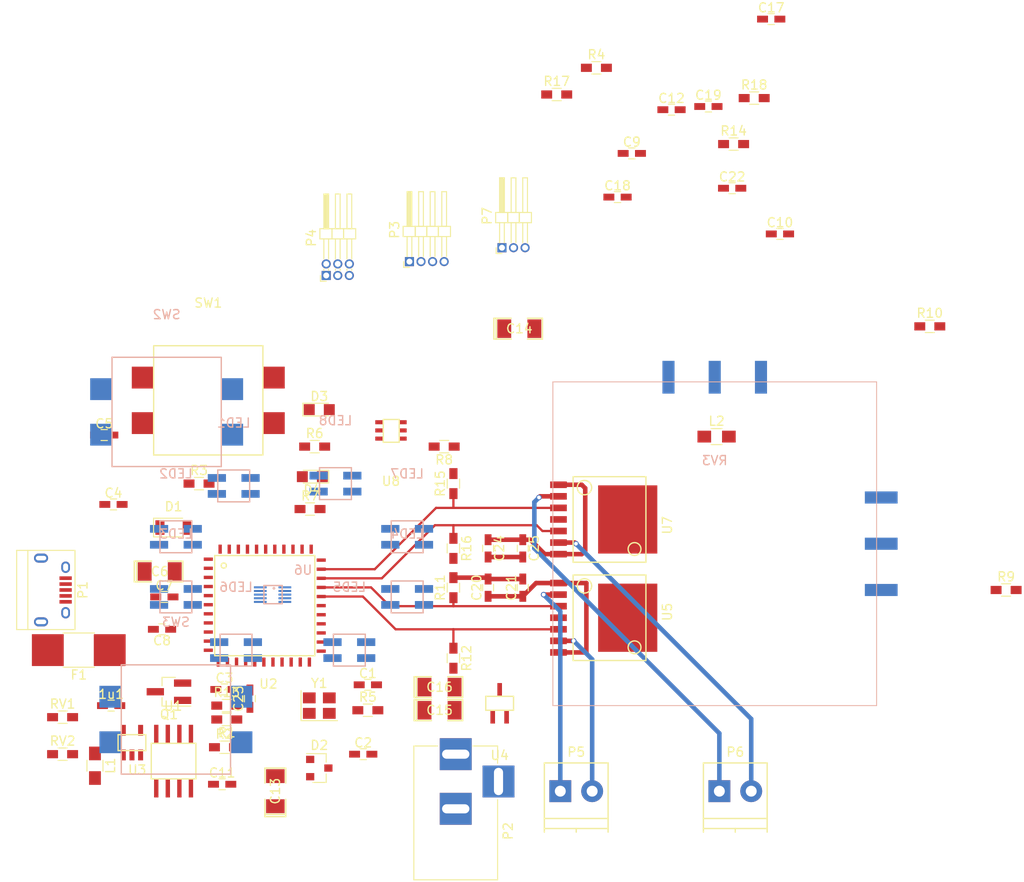
<source format=kicad_pcb>
(kicad_pcb (version 4) (host pcbnew 4.0.5)

  (general
    (links 203)
    (no_connects 183)
    (area 70.723 74.264 183.531001 171.451001)
    (thickness 1.6)
    (drawings 0)
    (tracks 61)
    (zones 0)
    (modules 82)
    (nets 65)
  )

  (page A4)
  (layers
    (0 F.Cu signal)
    (31 B.Cu signal)
    (32 B.Adhes user)
    (33 F.Adhes user)
    (34 B.Paste user)
    (35 F.Paste user)
    (36 B.SilkS user)
    (37 F.SilkS user)
    (38 B.Mask user)
    (39 F.Mask user)
    (40 Dwgs.User user)
    (41 Cmts.User user)
    (42 Eco1.User user)
    (43 Eco2.User user)
    (44 Edge.Cuts user)
    (45 Margin user)
    (46 B.CrtYd user)
    (47 F.CrtYd user)
    (48 B.Fab user)
    (49 F.Fab user)
  )

  (setup
    (last_trace_width 0.5)
    (user_trace_width 0.5)
    (trace_clearance 0.2)
    (zone_clearance 0.508)
    (zone_45_only no)
    (trace_min 0.2)
    (segment_width 0.2)
    (edge_width 0.15)
    (via_size 0.6)
    (via_drill 0.4)
    (via_min_size 0.4)
    (via_min_drill 0.3)
    (uvia_size 0.3)
    (uvia_drill 0.1)
    (uvias_allowed no)
    (uvia_min_size 0.2)
    (uvia_min_drill 0.1)
    (pcb_text_width 0.3)
    (pcb_text_size 1.5 1.5)
    (mod_edge_width 0.15)
    (mod_text_size 1 1)
    (mod_text_width 0.15)
    (pad_size 1.524 1.524)
    (pad_drill 0.762)
    (pad_to_mask_clearance 0.2)
    (aux_axis_origin 0 0)
    (visible_elements 7FFFFFFF)
    (pcbplotparams
      (layerselection 0x00030_80000001)
      (usegerberextensions false)
      (excludeedgelayer true)
      (linewidth 0.100000)
      (plotframeref false)
      (viasonmask false)
      (mode 1)
      (useauxorigin false)
      (hpglpennumber 1)
      (hpglpenspeed 20)
      (hpglpendiameter 15)
      (hpglpenoverlay 2)
      (psnegative false)
      (psa4output false)
      (plotreference true)
      (plotvalue true)
      (plotinvisibletext false)
      (padsonsilk false)
      (subtractmaskfromsilk false)
      (outputformat 1)
      (mirror false)
      (drillshape 1)
      (scaleselection 1)
      (outputdirectory ""))
  )

  (net 0 "")
  (net 1 +3V3)
  (net 2 GND)
  (net 3 "Net-(C1-Pad1)")
  (net 4 "Net-(C2-Pad1)")
  (net 5 "Net-(C3-Pad1)")
  (net 6 "Net-(C4-Pad1)")
  (net 7 VUSB)
  (net 8 "Net-(C8-Pad1)")
  (net 9 "Net-(C9-Pad1)")
  (net 10 +5V)
  (net 11 "Net-(C12-Pad1)")
  (net 12 VSS)
  (net 13 "Net-(C19-Pad1)")
  (net 14 RESET)
  (net 15 "Net-(D3-Pad1)")
  (net 16 "Net-(D4-Pad1)")
  (net 17 "Net-(F1-Pad2)")
  (net 18 "Net-(L1-Pad2)")
  (net 19 "Net-(LED1-Pad1)")
  (net 20 NEOPIXEL)
  (net 21 "Net-(LED2-Pad1)")
  (net 22 "Net-(LED3-Pad1)")
  (net 23 "Net-(LED4-Pad1)")
  (net 24 "Net-(LED5-Pad1)")
  (net 25 "Net-(LED6-Pad1)")
  (net 26 "Net-(LED7-Pad1)")
  (net 27 "Net-(LED8-Pad1)")
  (net 28 "Net-(P1-Pad2)")
  (net 29 "Net-(P1-Pad3)")
  (net 30 "Net-(P1-Pad4)")
  (net 31 "Net-(P3-Pad1)")
  (net 32 "Net-(P3-Pad2)")
  (net 33 "Net-(P3-Pad3)")
  (net 34 "Net-(P3-Pad4)")
  (net 35 MISO)
  (net 36 SCK)
  (net 37 MOSI)
  (net 38 "Net-(P5-Pad2)")
  (net 39 "Net-(P5-Pad1)")
  (net 40 "Net-(P6-Pad2)")
  (net 41 "Net-(P6-Pad1)")
  (net 42 SERVO)
  (net 43 "Net-(Q1-Pad1)")
  (net 44 "Net-(R6-Pad2)")
  (net 45 "Net-(R7-Pad2)")
  (net 46 "Net-(R8-Pad2)")
  (net 47 BUTTON_A)
  (net 48 BUTTON_B)
  (net 49 FIN1)
  (net 50 RIN1)
  (net 51 SCL)
  (net 52 SDA)
  (net 53 FIN2)
  (net 54 RIN2)
  (net 55 JOYSTICK_X)
  (net 56 JOYSTICK_Y)
  (net 57 "Net-(U2-Pad1)")
  (net 58 D-)
  (net 59 D+)
  (net 60 ACCEL_INT)
  (net 61 "Net-(U2-Pad21)")
  (net 62 "Net-(U2-Pad28)")
  (net 63 "Net-(U3-Pad4)")
  (net 64 "Net-(U6-Pad5)")

  (net_class Default "This is the default net class."
    (clearance 0.2)
    (trace_width 0.25)
    (via_dia 0.6)
    (via_drill 0.4)
    (uvia_dia 0.3)
    (uvia_drill 0.1)
    (add_net +3V3)
    (add_net +5V)
    (add_net ACCEL_INT)
    (add_net BUTTON_A)
    (add_net BUTTON_B)
    (add_net D+)
    (add_net D-)
    (add_net FIN1)
    (add_net FIN2)
    (add_net GND)
    (add_net JOYSTICK_X)
    (add_net JOYSTICK_Y)
    (add_net MISO)
    (add_net MOSI)
    (add_net NEOPIXEL)
    (add_net "Net-(C1-Pad1)")
    (add_net "Net-(C12-Pad1)")
    (add_net "Net-(C19-Pad1)")
    (add_net "Net-(C2-Pad1)")
    (add_net "Net-(C3-Pad1)")
    (add_net "Net-(C4-Pad1)")
    (add_net "Net-(C8-Pad1)")
    (add_net "Net-(C9-Pad1)")
    (add_net "Net-(D3-Pad1)")
    (add_net "Net-(D4-Pad1)")
    (add_net "Net-(F1-Pad2)")
    (add_net "Net-(L1-Pad2)")
    (add_net "Net-(LED1-Pad1)")
    (add_net "Net-(LED2-Pad1)")
    (add_net "Net-(LED3-Pad1)")
    (add_net "Net-(LED4-Pad1)")
    (add_net "Net-(LED5-Pad1)")
    (add_net "Net-(LED6-Pad1)")
    (add_net "Net-(LED7-Pad1)")
    (add_net "Net-(LED8-Pad1)")
    (add_net "Net-(P1-Pad2)")
    (add_net "Net-(P1-Pad3)")
    (add_net "Net-(P1-Pad4)")
    (add_net "Net-(P3-Pad1)")
    (add_net "Net-(P3-Pad2)")
    (add_net "Net-(P3-Pad3)")
    (add_net "Net-(P3-Pad4)")
    (add_net "Net-(P5-Pad1)")
    (add_net "Net-(P5-Pad2)")
    (add_net "Net-(P6-Pad1)")
    (add_net "Net-(P6-Pad2)")
    (add_net "Net-(Q1-Pad1)")
    (add_net "Net-(R6-Pad2)")
    (add_net "Net-(R7-Pad2)")
    (add_net "Net-(R8-Pad2)")
    (add_net "Net-(U2-Pad1)")
    (add_net "Net-(U2-Pad21)")
    (add_net "Net-(U2-Pad28)")
    (add_net "Net-(U3-Pad4)")
    (add_net "Net-(U6-Pad5)")
    (add_net RESET)
    (add_net RIN1)
    (add_net RIN2)
    (add_net SCK)
    (add_net SCL)
    (add_net SDA)
    (add_net SERVO)
    (add_net VSS)
    (add_net VUSB)
  )

  (module Capacitors_SMD:C_0603_HandSoldering (layer F.Cu) (tedit 58AA848B) (tstamp 58FE2AD4)
    (at 83.058 151.892)
    (descr "Capacitor SMD 0603, hand soldering")
    (tags "capacitor 0603")
    (path /58B84D09)
    (attr smd)
    (fp_text reference 1u1 (at 0 -1.25) (layer F.SilkS)
      (effects (font (size 1 1) (thickness 0.15)))
    )
    (fp_text value C (at 0 1.5) (layer F.Fab)
      (effects (font (size 1 1) (thickness 0.15)))
    )
    (fp_text user %R (at 0 -1.25) (layer F.Fab)
      (effects (font (size 1 1) (thickness 0.15)))
    )
    (fp_line (start -0.8 0.4) (end -0.8 -0.4) (layer F.Fab) (width 0.1))
    (fp_line (start 0.8 0.4) (end -0.8 0.4) (layer F.Fab) (width 0.1))
    (fp_line (start 0.8 -0.4) (end 0.8 0.4) (layer F.Fab) (width 0.1))
    (fp_line (start -0.8 -0.4) (end 0.8 -0.4) (layer F.Fab) (width 0.1))
    (fp_line (start -0.35 -0.6) (end 0.35 -0.6) (layer F.SilkS) (width 0.12))
    (fp_line (start 0.35 0.6) (end -0.35 0.6) (layer F.SilkS) (width 0.12))
    (fp_line (start -1.8 -0.65) (end 1.8 -0.65) (layer F.CrtYd) (width 0.05))
    (fp_line (start -1.8 -0.65) (end -1.8 0.65) (layer F.CrtYd) (width 0.05))
    (fp_line (start 1.8 0.65) (end 1.8 -0.65) (layer F.CrtYd) (width 0.05))
    (fp_line (start 1.8 0.65) (end -1.8 0.65) (layer F.CrtYd) (width 0.05))
    (pad 1 smd rect (at -0.95 0) (size 1.2 0.75) (layers F.Cu F.Paste F.Mask)
      (net 1 +3V3))
    (pad 2 smd rect (at 0.95 0) (size 1.2 0.75) (layers F.Cu F.Paste F.Mask)
      (net 2 GND))
    (model Capacitors_SMD.3dshapes/C_0603.wrl
      (at (xyz 0 0 0))
      (scale (xyz 1 1 1))
      (rotate (xyz 0 0 0))
    )
  )

  (module Capacitors_SMD:C_0603_HandSoldering (layer F.Cu) (tedit 58AA848B) (tstamp 58FE2AE5)
    (at 111.252 149.606)
    (descr "Capacitor SMD 0603, hand soldering")
    (tags "capacitor 0603")
    (path /58B6281E)
    (attr smd)
    (fp_text reference C1 (at 0 -1.25) (layer F.SilkS)
      (effects (font (size 1 1) (thickness 0.15)))
    )
    (fp_text value 22p (at 0 1.5) (layer F.Fab)
      (effects (font (size 1 1) (thickness 0.15)))
    )
    (fp_text user %R (at 0 -1.25) (layer F.Fab)
      (effects (font (size 1 1) (thickness 0.15)))
    )
    (fp_line (start -0.8 0.4) (end -0.8 -0.4) (layer F.Fab) (width 0.1))
    (fp_line (start 0.8 0.4) (end -0.8 0.4) (layer F.Fab) (width 0.1))
    (fp_line (start 0.8 -0.4) (end 0.8 0.4) (layer F.Fab) (width 0.1))
    (fp_line (start -0.8 -0.4) (end 0.8 -0.4) (layer F.Fab) (width 0.1))
    (fp_line (start -0.35 -0.6) (end 0.35 -0.6) (layer F.SilkS) (width 0.12))
    (fp_line (start 0.35 0.6) (end -0.35 0.6) (layer F.SilkS) (width 0.12))
    (fp_line (start -1.8 -0.65) (end 1.8 -0.65) (layer F.CrtYd) (width 0.05))
    (fp_line (start -1.8 -0.65) (end -1.8 0.65) (layer F.CrtYd) (width 0.05))
    (fp_line (start 1.8 0.65) (end 1.8 -0.65) (layer F.CrtYd) (width 0.05))
    (fp_line (start 1.8 0.65) (end -1.8 0.65) (layer F.CrtYd) (width 0.05))
    (pad 1 smd rect (at -0.95 0) (size 1.2 0.75) (layers F.Cu F.Paste F.Mask)
      (net 3 "Net-(C1-Pad1)"))
    (pad 2 smd rect (at 0.95 0) (size 1.2 0.75) (layers F.Cu F.Paste F.Mask)
      (net 2 GND))
    (model Capacitors_SMD.3dshapes/C_0603.wrl
      (at (xyz 0 0 0))
      (scale (xyz 1 1 1))
      (rotate (xyz 0 0 0))
    )
  )

  (module Capacitors_SMD:C_0603_HandSoldering (layer F.Cu) (tedit 58AA848B) (tstamp 58FE2AF6)
    (at 110.744 157.226)
    (descr "Capacitor SMD 0603, hand soldering")
    (tags "capacitor 0603")
    (path /58B6289D)
    (attr smd)
    (fp_text reference C2 (at 0 -1.25) (layer F.SilkS)
      (effects (font (size 1 1) (thickness 0.15)))
    )
    (fp_text value 22p (at 0 1.5) (layer F.Fab)
      (effects (font (size 1 1) (thickness 0.15)))
    )
    (fp_text user %R (at 0 -1.25) (layer F.Fab)
      (effects (font (size 1 1) (thickness 0.15)))
    )
    (fp_line (start -0.8 0.4) (end -0.8 -0.4) (layer F.Fab) (width 0.1))
    (fp_line (start 0.8 0.4) (end -0.8 0.4) (layer F.Fab) (width 0.1))
    (fp_line (start 0.8 -0.4) (end 0.8 0.4) (layer F.Fab) (width 0.1))
    (fp_line (start -0.8 -0.4) (end 0.8 -0.4) (layer F.Fab) (width 0.1))
    (fp_line (start -0.35 -0.6) (end 0.35 -0.6) (layer F.SilkS) (width 0.12))
    (fp_line (start 0.35 0.6) (end -0.35 0.6) (layer F.SilkS) (width 0.12))
    (fp_line (start -1.8 -0.65) (end 1.8 -0.65) (layer F.CrtYd) (width 0.05))
    (fp_line (start -1.8 -0.65) (end -1.8 0.65) (layer F.CrtYd) (width 0.05))
    (fp_line (start 1.8 0.65) (end 1.8 -0.65) (layer F.CrtYd) (width 0.05))
    (fp_line (start 1.8 0.65) (end -1.8 0.65) (layer F.CrtYd) (width 0.05))
    (pad 1 smd rect (at -0.95 0) (size 1.2 0.75) (layers F.Cu F.Paste F.Mask)
      (net 4 "Net-(C2-Pad1)"))
    (pad 2 smd rect (at 0.95 0) (size 1.2 0.75) (layers F.Cu F.Paste F.Mask)
      (net 2 GND))
    (model Capacitors_SMD.3dshapes/C_0603.wrl
      (at (xyz 0 0 0))
      (scale (xyz 1 1 1))
      (rotate (xyz 0 0 0))
    )
  )

  (module Capacitors_SMD:C_0603_HandSoldering (layer F.Cu) (tedit 58AA848B) (tstamp 58FE2B07)
    (at 95.504 150.114)
    (descr "Capacitor SMD 0603, hand soldering")
    (tags "capacitor 0603")
    (path /58B8245D)
    (attr smd)
    (fp_text reference C3 (at 0 -1.25) (layer F.SilkS)
      (effects (font (size 1 1) (thickness 0.15)))
    )
    (fp_text value C (at 0 1.5) (layer F.Fab)
      (effects (font (size 1 1) (thickness 0.15)))
    )
    (fp_text user %R (at 0 -1.25) (layer F.Fab)
      (effects (font (size 1 1) (thickness 0.15)))
    )
    (fp_line (start -0.8 0.4) (end -0.8 -0.4) (layer F.Fab) (width 0.1))
    (fp_line (start 0.8 0.4) (end -0.8 0.4) (layer F.Fab) (width 0.1))
    (fp_line (start 0.8 -0.4) (end 0.8 0.4) (layer F.Fab) (width 0.1))
    (fp_line (start -0.8 -0.4) (end 0.8 -0.4) (layer F.Fab) (width 0.1))
    (fp_line (start -0.35 -0.6) (end 0.35 -0.6) (layer F.SilkS) (width 0.12))
    (fp_line (start 0.35 0.6) (end -0.35 0.6) (layer F.SilkS) (width 0.12))
    (fp_line (start -1.8 -0.65) (end 1.8 -0.65) (layer F.CrtYd) (width 0.05))
    (fp_line (start -1.8 -0.65) (end -1.8 0.65) (layer F.CrtYd) (width 0.05))
    (fp_line (start 1.8 0.65) (end 1.8 -0.65) (layer F.CrtYd) (width 0.05))
    (fp_line (start 1.8 0.65) (end -1.8 0.65) (layer F.CrtYd) (width 0.05))
    (pad 1 smd rect (at -0.95 0) (size 1.2 0.75) (layers F.Cu F.Paste F.Mask)
      (net 5 "Net-(C3-Pad1)"))
    (pad 2 smd rect (at 0.95 0) (size 1.2 0.75) (layers F.Cu F.Paste F.Mask)
      (net 2 GND))
    (model Capacitors_SMD.3dshapes/C_0603.wrl
      (at (xyz 0 0 0))
      (scale (xyz 1 1 1))
      (rotate (xyz 0 0 0))
    )
  )

  (module Capacitors_SMD:C_0603_HandSoldering (layer F.Cu) (tedit 58AA848B) (tstamp 58FE2B18)
    (at 83.312 129.794)
    (descr "Capacitor SMD 0603, hand soldering")
    (tags "capacitor 0603")
    (path /58B76369)
    (attr smd)
    (fp_text reference C4 (at 0 -1.25) (layer F.SilkS)
      (effects (font (size 1 1) (thickness 0.15)))
    )
    (fp_text value 0u1 (at 0 1.5) (layer F.Fab)
      (effects (font (size 1 1) (thickness 0.15)))
    )
    (fp_text user %R (at 0 -1.25) (layer F.Fab)
      (effects (font (size 1 1) (thickness 0.15)))
    )
    (fp_line (start -0.8 0.4) (end -0.8 -0.4) (layer F.Fab) (width 0.1))
    (fp_line (start 0.8 0.4) (end -0.8 0.4) (layer F.Fab) (width 0.1))
    (fp_line (start 0.8 -0.4) (end 0.8 0.4) (layer F.Fab) (width 0.1))
    (fp_line (start -0.8 -0.4) (end 0.8 -0.4) (layer F.Fab) (width 0.1))
    (fp_line (start -0.35 -0.6) (end 0.35 -0.6) (layer F.SilkS) (width 0.12))
    (fp_line (start 0.35 0.6) (end -0.35 0.6) (layer F.SilkS) (width 0.12))
    (fp_line (start -1.8 -0.65) (end 1.8 -0.65) (layer F.CrtYd) (width 0.05))
    (fp_line (start -1.8 -0.65) (end -1.8 0.65) (layer F.CrtYd) (width 0.05))
    (fp_line (start 1.8 0.65) (end 1.8 -0.65) (layer F.CrtYd) (width 0.05))
    (fp_line (start 1.8 0.65) (end -1.8 0.65) (layer F.CrtYd) (width 0.05))
    (pad 1 smd rect (at -0.95 0) (size 1.2 0.75) (layers F.Cu F.Paste F.Mask)
      (net 6 "Net-(C4-Pad1)"))
    (pad 2 smd rect (at 0.95 0) (size 1.2 0.75) (layers F.Cu F.Paste F.Mask)
      (net 2 GND))
    (model Capacitors_SMD.3dshapes/C_0603.wrl
      (at (xyz 0 0 0))
      (scale (xyz 1 1 1))
      (rotate (xyz 0 0 0))
    )
  )

  (module Capacitors_SMD:C_0603_HandSoldering (layer F.Cu) (tedit 58AA848B) (tstamp 58FE2B29)
    (at 82.296 122.174)
    (descr "Capacitor SMD 0603, hand soldering")
    (tags "capacitor 0603")
    (path /58B7647D)
    (attr smd)
    (fp_text reference C5 (at 0 -1.25) (layer F.SilkS)
      (effects (font (size 1 1) (thickness 0.15)))
    )
    (fp_text value 0u1 (at 0 1.5) (layer F.Fab)
      (effects (font (size 1 1) (thickness 0.15)))
    )
    (fp_text user %R (at 0 -1.25) (layer F.Fab)
      (effects (font (size 1 1) (thickness 0.15)))
    )
    (fp_line (start -0.8 0.4) (end -0.8 -0.4) (layer F.Fab) (width 0.1))
    (fp_line (start 0.8 0.4) (end -0.8 0.4) (layer F.Fab) (width 0.1))
    (fp_line (start 0.8 -0.4) (end 0.8 0.4) (layer F.Fab) (width 0.1))
    (fp_line (start -0.8 -0.4) (end 0.8 -0.4) (layer F.Fab) (width 0.1))
    (fp_line (start -0.35 -0.6) (end 0.35 -0.6) (layer F.SilkS) (width 0.12))
    (fp_line (start 0.35 0.6) (end -0.35 0.6) (layer F.SilkS) (width 0.12))
    (fp_line (start -1.8 -0.65) (end 1.8 -0.65) (layer F.CrtYd) (width 0.05))
    (fp_line (start -1.8 -0.65) (end -1.8 0.65) (layer F.CrtYd) (width 0.05))
    (fp_line (start 1.8 0.65) (end 1.8 -0.65) (layer F.CrtYd) (width 0.05))
    (fp_line (start 1.8 0.65) (end -1.8 0.65) (layer F.CrtYd) (width 0.05))
    (pad 1 smd rect (at -0.95 0) (size 1.2 0.75) (layers F.Cu F.Paste F.Mask)
      (net 6 "Net-(C4-Pad1)"))
    (pad 2 smd rect (at 0.95 0) (size 1.2 0.75) (layers F.Cu F.Paste F.Mask)
      (net 2 GND))
    (model Capacitors_SMD.3dshapes/C_0603.wrl
      (at (xyz 0 0 0))
      (scale (xyz 1 1 1))
      (rotate (xyz 0 0 0))
    )
  )

  (module SMD_Packages:SMD-1206_Pol (layer F.Cu) (tedit 0) (tstamp 58FE2B38)
    (at 88.392 137.16)
    (path /58B7F544)
    (attr smd)
    (fp_text reference C6 (at 0 0) (layer F.SilkS)
      (effects (font (size 1 1) (thickness 0.15)))
    )
    (fp_text value CP (at 0 0) (layer F.Fab)
      (effects (font (size 1 1) (thickness 0.15)))
    )
    (fp_line (start -2.54 -1.143) (end -2.794 -1.143) (layer F.SilkS) (width 0.15))
    (fp_line (start -2.794 -1.143) (end -2.794 1.143) (layer F.SilkS) (width 0.15))
    (fp_line (start -2.794 1.143) (end -2.54 1.143) (layer F.SilkS) (width 0.15))
    (fp_line (start -2.54 -1.143) (end -2.54 1.143) (layer F.SilkS) (width 0.15))
    (fp_line (start -2.54 1.143) (end -0.889 1.143) (layer F.SilkS) (width 0.15))
    (fp_line (start 0.889 -1.143) (end 2.54 -1.143) (layer F.SilkS) (width 0.15))
    (fp_line (start 2.54 -1.143) (end 2.54 1.143) (layer F.SilkS) (width 0.15))
    (fp_line (start 2.54 1.143) (end 0.889 1.143) (layer F.SilkS) (width 0.15))
    (fp_line (start -0.889 -1.143) (end -2.54 -1.143) (layer F.SilkS) (width 0.15))
    (pad 1 smd rect (at -1.651 0) (size 1.524 2.032) (layers F.Cu F.Paste F.Mask)
      (net 7 VUSB))
    (pad 2 smd rect (at 1.651 0) (size 1.524 2.032) (layers F.Cu F.Paste F.Mask)
      (net 2 GND))
    (model SMD_Packages.3dshapes/SMD-1206_Pol.wrl
      (at (xyz 0 0 0))
      (scale (xyz 0.17 0.16 0.16))
      (rotate (xyz 0 0 0))
    )
  )

  (module Capacitors_SMD:C_0603_HandSoldering (layer F.Cu) (tedit 58AA848B) (tstamp 58FE2B49)
    (at 88.9 139.954)
    (descr "Capacitor SMD 0603, hand soldering")
    (tags "capacitor 0603")
    (path /58B7F4F3)
    (attr smd)
    (fp_text reference C7 (at 0 -1.25) (layer F.SilkS)
      (effects (font (size 1 1) (thickness 0.15)))
    )
    (fp_text value C (at 0 1.5) (layer F.Fab)
      (effects (font (size 1 1) (thickness 0.15)))
    )
    (fp_text user %R (at 0 -1.25) (layer F.Fab)
      (effects (font (size 1 1) (thickness 0.15)))
    )
    (fp_line (start -0.8 0.4) (end -0.8 -0.4) (layer F.Fab) (width 0.1))
    (fp_line (start 0.8 0.4) (end -0.8 0.4) (layer F.Fab) (width 0.1))
    (fp_line (start 0.8 -0.4) (end 0.8 0.4) (layer F.Fab) (width 0.1))
    (fp_line (start -0.8 -0.4) (end 0.8 -0.4) (layer F.Fab) (width 0.1))
    (fp_line (start -0.35 -0.6) (end 0.35 -0.6) (layer F.SilkS) (width 0.12))
    (fp_line (start 0.35 0.6) (end -0.35 0.6) (layer F.SilkS) (width 0.12))
    (fp_line (start -1.8 -0.65) (end 1.8 -0.65) (layer F.CrtYd) (width 0.05))
    (fp_line (start -1.8 -0.65) (end -1.8 0.65) (layer F.CrtYd) (width 0.05))
    (fp_line (start 1.8 0.65) (end 1.8 -0.65) (layer F.CrtYd) (width 0.05))
    (fp_line (start 1.8 0.65) (end -1.8 0.65) (layer F.CrtYd) (width 0.05))
    (pad 1 smd rect (at -0.95 0) (size 1.2 0.75) (layers F.Cu F.Paste F.Mask)
      (net 7 VUSB))
    (pad 2 smd rect (at 0.95 0) (size 1.2 0.75) (layers F.Cu F.Paste F.Mask)
      (net 2 GND))
    (model Capacitors_SMD.3dshapes/C_0603.wrl
      (at (xyz 0 0 0))
      (scale (xyz 1 1 1))
      (rotate (xyz 0 0 0))
    )
  )

  (module Capacitors_SMD:C_0603_HandSoldering (layer F.Cu) (tedit 58AA848B) (tstamp 58FE2B5A)
    (at 88.646 143.51 180)
    (descr "Capacitor SMD 0603, hand soldering")
    (tags "capacitor 0603")
    (path /58B7975A)
    (attr smd)
    (fp_text reference C8 (at 0 -1.25 180) (layer F.SilkS)
      (effects (font (size 1 1) (thickness 0.15)))
    )
    (fp_text value 1u0 (at 0 1.5 180) (layer F.Fab)
      (effects (font (size 1 1) (thickness 0.15)))
    )
    (fp_text user %R (at 0 -1.25 180) (layer F.Fab)
      (effects (font (size 1 1) (thickness 0.15)))
    )
    (fp_line (start -0.8 0.4) (end -0.8 -0.4) (layer F.Fab) (width 0.1))
    (fp_line (start 0.8 0.4) (end -0.8 0.4) (layer F.Fab) (width 0.1))
    (fp_line (start 0.8 -0.4) (end 0.8 0.4) (layer F.Fab) (width 0.1))
    (fp_line (start -0.8 -0.4) (end 0.8 -0.4) (layer F.Fab) (width 0.1))
    (fp_line (start -0.35 -0.6) (end 0.35 -0.6) (layer F.SilkS) (width 0.12))
    (fp_line (start 0.35 0.6) (end -0.35 0.6) (layer F.SilkS) (width 0.12))
    (fp_line (start -1.8 -0.65) (end 1.8 -0.65) (layer F.CrtYd) (width 0.05))
    (fp_line (start -1.8 -0.65) (end -1.8 0.65) (layer F.CrtYd) (width 0.05))
    (fp_line (start 1.8 0.65) (end 1.8 -0.65) (layer F.CrtYd) (width 0.05))
    (fp_line (start 1.8 0.65) (end -1.8 0.65) (layer F.CrtYd) (width 0.05))
    (pad 1 smd rect (at -0.95 0 180) (size 1.2 0.75) (layers F.Cu F.Paste F.Mask)
      (net 8 "Net-(C8-Pad1)"))
    (pad 2 smd rect (at 0.95 0 180) (size 1.2 0.75) (layers F.Cu F.Paste F.Mask)
      (net 2 GND))
    (model Capacitors_SMD.3dshapes/C_0603.wrl
      (at (xyz 0 0 0))
      (scale (xyz 1 1 1))
      (rotate (xyz 0 0 0))
    )
  )

  (module Capacitors_SMD:C_0603_HandSoldering (layer F.Cu) (tedit 58AA848B) (tstamp 58FE2B6B)
    (at 140.245001 91.239)
    (descr "Capacitor SMD 0603, hand soldering")
    (tags "capacitor 0603")
    (path /58B79F76)
    (attr smd)
    (fp_text reference C9 (at 0 -1.25) (layer F.SilkS)
      (effects (font (size 1 1) (thickness 0.15)))
    )
    (fp_text value 0u1 (at 0 1.5) (layer F.Fab)
      (effects (font (size 1 1) (thickness 0.15)))
    )
    (fp_text user %R (at 0 -1.25) (layer F.Fab)
      (effects (font (size 1 1) (thickness 0.15)))
    )
    (fp_line (start -0.8 0.4) (end -0.8 -0.4) (layer F.Fab) (width 0.1))
    (fp_line (start 0.8 0.4) (end -0.8 0.4) (layer F.Fab) (width 0.1))
    (fp_line (start 0.8 -0.4) (end 0.8 0.4) (layer F.Fab) (width 0.1))
    (fp_line (start -0.8 -0.4) (end 0.8 -0.4) (layer F.Fab) (width 0.1))
    (fp_line (start -0.35 -0.6) (end 0.35 -0.6) (layer F.SilkS) (width 0.12))
    (fp_line (start 0.35 0.6) (end -0.35 0.6) (layer F.SilkS) (width 0.12))
    (fp_line (start -1.8 -0.65) (end 1.8 -0.65) (layer F.CrtYd) (width 0.05))
    (fp_line (start -1.8 -0.65) (end -1.8 0.65) (layer F.CrtYd) (width 0.05))
    (fp_line (start 1.8 0.65) (end 1.8 -0.65) (layer F.CrtYd) (width 0.05))
    (fp_line (start 1.8 0.65) (end -1.8 0.65) (layer F.CrtYd) (width 0.05))
    (pad 1 smd rect (at -0.95 0) (size 1.2 0.75) (layers F.Cu F.Paste F.Mask)
      (net 9 "Net-(C9-Pad1)"))
    (pad 2 smd rect (at 0.95 0) (size 1.2 0.75) (layers F.Cu F.Paste F.Mask)
      (net 2 GND))
    (model Capacitors_SMD.3dshapes/C_0603.wrl
      (at (xyz 0 0 0))
      (scale (xyz 1 1 1))
      (rotate (xyz 0 0 0))
    )
  )

  (module Capacitors_SMD:C_0603_HandSoldering (layer F.Cu) (tedit 58AA848B) (tstamp 58FE2B7C)
    (at 156.515001 100.085)
    (descr "Capacitor SMD 0603, hand soldering")
    (tags "capacitor 0603")
    (path /58B85A20)
    (attr smd)
    (fp_text reference C10 (at 0 -1.25) (layer F.SilkS)
      (effects (font (size 1 1) (thickness 0.15)))
    )
    (fp_text value C (at 0 1.5) (layer F.Fab)
      (effects (font (size 1 1) (thickness 0.15)))
    )
    (fp_text user %R (at 0 -1.25) (layer F.Fab)
      (effects (font (size 1 1) (thickness 0.15)))
    )
    (fp_line (start -0.8 0.4) (end -0.8 -0.4) (layer F.Fab) (width 0.1))
    (fp_line (start 0.8 0.4) (end -0.8 0.4) (layer F.Fab) (width 0.1))
    (fp_line (start 0.8 -0.4) (end 0.8 0.4) (layer F.Fab) (width 0.1))
    (fp_line (start -0.8 -0.4) (end 0.8 -0.4) (layer F.Fab) (width 0.1))
    (fp_line (start -0.35 -0.6) (end 0.35 -0.6) (layer F.SilkS) (width 0.12))
    (fp_line (start 0.35 0.6) (end -0.35 0.6) (layer F.SilkS) (width 0.12))
    (fp_line (start -1.8 -0.65) (end 1.8 -0.65) (layer F.CrtYd) (width 0.05))
    (fp_line (start -1.8 -0.65) (end -1.8 0.65) (layer F.CrtYd) (width 0.05))
    (fp_line (start 1.8 0.65) (end 1.8 -0.65) (layer F.CrtYd) (width 0.05))
    (fp_line (start 1.8 0.65) (end -1.8 0.65) (layer F.CrtYd) (width 0.05))
    (pad 1 smd rect (at -0.95 0) (size 1.2 0.75) (layers F.Cu F.Paste F.Mask)
      (net 10 +5V))
    (pad 2 smd rect (at 0.95 0) (size 1.2 0.75) (layers F.Cu F.Paste F.Mask)
      (net 2 GND))
    (model Capacitors_SMD.3dshapes/C_0603.wrl
      (at (xyz 0 0 0))
      (scale (xyz 1 1 1))
      (rotate (xyz 0 0 0))
    )
  )

  (module Capacitors_SMD:C_0603_HandSoldering (layer F.Cu) (tedit 58AA848B) (tstamp 58FE2B8D)
    (at 95.25 160.528)
    (descr "Capacitor SMD 0603, hand soldering")
    (tags "capacitor 0603")
    (path /58B84938)
    (attr smd)
    (fp_text reference C11 (at 0 -1.25) (layer F.SilkS)
      (effects (font (size 1 1) (thickness 0.15)))
    )
    (fp_text value 1u (at 0 1.5) (layer F.Fab)
      (effects (font (size 1 1) (thickness 0.15)))
    )
    (fp_text user %R (at 0 -1.25) (layer F.Fab)
      (effects (font (size 1 1) (thickness 0.15)))
    )
    (fp_line (start -0.8 0.4) (end -0.8 -0.4) (layer F.Fab) (width 0.1))
    (fp_line (start 0.8 0.4) (end -0.8 0.4) (layer F.Fab) (width 0.1))
    (fp_line (start 0.8 -0.4) (end 0.8 0.4) (layer F.Fab) (width 0.1))
    (fp_line (start -0.8 -0.4) (end 0.8 -0.4) (layer F.Fab) (width 0.1))
    (fp_line (start -0.35 -0.6) (end 0.35 -0.6) (layer F.SilkS) (width 0.12))
    (fp_line (start 0.35 0.6) (end -0.35 0.6) (layer F.SilkS) (width 0.12))
    (fp_line (start -1.8 -0.65) (end 1.8 -0.65) (layer F.CrtYd) (width 0.05))
    (fp_line (start -1.8 -0.65) (end -1.8 0.65) (layer F.CrtYd) (width 0.05))
    (fp_line (start 1.8 0.65) (end 1.8 -0.65) (layer F.CrtYd) (width 0.05))
    (fp_line (start 1.8 0.65) (end -1.8 0.65) (layer F.CrtYd) (width 0.05))
    (pad 1 smd rect (at -0.95 0) (size 1.2 0.75) (layers F.Cu F.Paste F.Mask)
      (net 10 +5V))
    (pad 2 smd rect (at 0.95 0) (size 1.2 0.75) (layers F.Cu F.Paste F.Mask)
      (net 2 GND))
    (model Capacitors_SMD.3dshapes/C_0603.wrl
      (at (xyz 0 0 0))
      (scale (xyz 1 1 1))
      (rotate (xyz 0 0 0))
    )
  )

  (module Capacitors_SMD:C_0603_HandSoldering (layer F.Cu) (tedit 58AA848B) (tstamp 58FE2B9E)
    (at 144.605001 86.439)
    (descr "Capacitor SMD 0603, hand soldering")
    (tags "capacitor 0603")
    (path /58B7696E)
    (attr smd)
    (fp_text reference C12 (at 0 -1.25) (layer F.SilkS)
      (effects (font (size 1 1) (thickness 0.15)))
    )
    (fp_text value 1u0 (at 0 1.5) (layer F.Fab)
      (effects (font (size 1 1) (thickness 0.15)))
    )
    (fp_text user %R (at 0 -1.25) (layer F.Fab)
      (effects (font (size 1 1) (thickness 0.15)))
    )
    (fp_line (start -0.8 0.4) (end -0.8 -0.4) (layer F.Fab) (width 0.1))
    (fp_line (start 0.8 0.4) (end -0.8 0.4) (layer F.Fab) (width 0.1))
    (fp_line (start 0.8 -0.4) (end 0.8 0.4) (layer F.Fab) (width 0.1))
    (fp_line (start -0.8 -0.4) (end 0.8 -0.4) (layer F.Fab) (width 0.1))
    (fp_line (start -0.35 -0.6) (end 0.35 -0.6) (layer F.SilkS) (width 0.12))
    (fp_line (start 0.35 0.6) (end -0.35 0.6) (layer F.SilkS) (width 0.12))
    (fp_line (start -1.8 -0.65) (end 1.8 -0.65) (layer F.CrtYd) (width 0.05))
    (fp_line (start -1.8 -0.65) (end -1.8 0.65) (layer F.CrtYd) (width 0.05))
    (fp_line (start 1.8 0.65) (end 1.8 -0.65) (layer F.CrtYd) (width 0.05))
    (fp_line (start 1.8 0.65) (end -1.8 0.65) (layer F.CrtYd) (width 0.05))
    (pad 1 smd rect (at -0.95 0) (size 1.2 0.75) (layers F.Cu F.Paste F.Mask)
      (net 11 "Net-(C12-Pad1)"))
    (pad 2 smd rect (at 0.95 0) (size 1.2 0.75) (layers F.Cu F.Paste F.Mask)
      (net 2 GND))
    (model Capacitors_SMD.3dshapes/C_0603.wrl
      (at (xyz 0 0 0))
      (scale (xyz 1 1 1))
      (rotate (xyz 0 0 0))
    )
  )

  (module SMD_Packages:SMD-1206_Pol (layer F.Cu) (tedit 0) (tstamp 58FE2BAD)
    (at 101.092 161.29 90)
    (path /58B87064)
    (attr smd)
    (fp_text reference C13 (at 0 0 90) (layer F.SilkS)
      (effects (font (size 1 1) (thickness 0.15)))
    )
    (fp_text value CP (at 0 0 90) (layer F.Fab)
      (effects (font (size 1 1) (thickness 0.15)))
    )
    (fp_line (start -2.54 -1.143) (end -2.794 -1.143) (layer F.SilkS) (width 0.15))
    (fp_line (start -2.794 -1.143) (end -2.794 1.143) (layer F.SilkS) (width 0.15))
    (fp_line (start -2.794 1.143) (end -2.54 1.143) (layer F.SilkS) (width 0.15))
    (fp_line (start -2.54 -1.143) (end -2.54 1.143) (layer F.SilkS) (width 0.15))
    (fp_line (start -2.54 1.143) (end -0.889 1.143) (layer F.SilkS) (width 0.15))
    (fp_line (start 0.889 -1.143) (end 2.54 -1.143) (layer F.SilkS) (width 0.15))
    (fp_line (start 2.54 -1.143) (end 2.54 1.143) (layer F.SilkS) (width 0.15))
    (fp_line (start 2.54 1.143) (end 0.889 1.143) (layer F.SilkS) (width 0.15))
    (fp_line (start -0.889 -1.143) (end -2.54 -1.143) (layer F.SilkS) (width 0.15))
    (pad 1 smd rect (at -1.651 0 90) (size 1.524 2.032) (layers F.Cu F.Paste F.Mask)
      (net 12 VSS))
    (pad 2 smd rect (at 1.651 0 90) (size 1.524 2.032) (layers F.Cu F.Paste F.Mask)
      (net 2 GND))
    (model SMD_Packages.3dshapes/SMD-1206_Pol.wrl
      (at (xyz 0 0 0))
      (scale (xyz 0.17 0.16 0.16))
      (rotate (xyz 0 0 0))
    )
  )

  (module SMD_Packages:SMD-1206_Pol (layer F.Cu) (tedit 0) (tstamp 58FE2BBC)
    (at 127.889 110.49)
    (path /58BAB878)
    (attr smd)
    (fp_text reference C14 (at 0 0) (layer F.SilkS)
      (effects (font (size 1 1) (thickness 0.15)))
    )
    (fp_text value CP (at 0 0) (layer F.Fab)
      (effects (font (size 1 1) (thickness 0.15)))
    )
    (fp_line (start -2.54 -1.143) (end -2.794 -1.143) (layer F.SilkS) (width 0.15))
    (fp_line (start -2.794 -1.143) (end -2.794 1.143) (layer F.SilkS) (width 0.15))
    (fp_line (start -2.794 1.143) (end -2.54 1.143) (layer F.SilkS) (width 0.15))
    (fp_line (start -2.54 -1.143) (end -2.54 1.143) (layer F.SilkS) (width 0.15))
    (fp_line (start -2.54 1.143) (end -0.889 1.143) (layer F.SilkS) (width 0.15))
    (fp_line (start 0.889 -1.143) (end 2.54 -1.143) (layer F.SilkS) (width 0.15))
    (fp_line (start 2.54 -1.143) (end 2.54 1.143) (layer F.SilkS) (width 0.15))
    (fp_line (start 2.54 1.143) (end 0.889 1.143) (layer F.SilkS) (width 0.15))
    (fp_line (start -0.889 -1.143) (end -2.54 -1.143) (layer F.SilkS) (width 0.15))
    (pad 1 smd rect (at -1.651 0) (size 1.524 2.032) (layers F.Cu F.Paste F.Mask)
      (net 10 +5V))
    (pad 2 smd rect (at 1.651 0) (size 1.524 2.032) (layers F.Cu F.Paste F.Mask)
      (net 2 GND))
    (model SMD_Packages.3dshapes/SMD-1206_Pol.wrl
      (at (xyz 0 0 0))
      (scale (xyz 0.17 0.16 0.16))
      (rotate (xyz 0 0 0))
    )
  )

  (module SMD_Packages:SMD-1206_Pol (layer F.Cu) (tedit 0) (tstamp 58FE2BCB)
    (at 119.126 152.4)
    (path /58B87B71)
    (attr smd)
    (fp_text reference C15 (at 0 0) (layer F.SilkS)
      (effects (font (size 1 1) (thickness 0.15)))
    )
    (fp_text value 10u (at 0 0) (layer F.Fab)
      (effects (font (size 1 1) (thickness 0.15)))
    )
    (fp_line (start -2.54 -1.143) (end -2.794 -1.143) (layer F.SilkS) (width 0.15))
    (fp_line (start -2.794 -1.143) (end -2.794 1.143) (layer F.SilkS) (width 0.15))
    (fp_line (start -2.794 1.143) (end -2.54 1.143) (layer F.SilkS) (width 0.15))
    (fp_line (start -2.54 -1.143) (end -2.54 1.143) (layer F.SilkS) (width 0.15))
    (fp_line (start -2.54 1.143) (end -0.889 1.143) (layer F.SilkS) (width 0.15))
    (fp_line (start 0.889 -1.143) (end 2.54 -1.143) (layer F.SilkS) (width 0.15))
    (fp_line (start 2.54 -1.143) (end 2.54 1.143) (layer F.SilkS) (width 0.15))
    (fp_line (start 2.54 1.143) (end 0.889 1.143) (layer F.SilkS) (width 0.15))
    (fp_line (start -0.889 -1.143) (end -2.54 -1.143) (layer F.SilkS) (width 0.15))
    (pad 1 smd rect (at -1.651 0) (size 1.524 2.032) (layers F.Cu F.Paste F.Mask)
      (net 10 +5V))
    (pad 2 smd rect (at 1.651 0) (size 1.524 2.032) (layers F.Cu F.Paste F.Mask)
      (net 2 GND))
    (model SMD_Packages.3dshapes/SMD-1206_Pol.wrl
      (at (xyz 0 0 0))
      (scale (xyz 0.17 0.16 0.16))
      (rotate (xyz 0 0 0))
    )
  )

  (module SMD_Packages:SMD-1206_Pol (layer F.Cu) (tedit 0) (tstamp 58FE2BDA)
    (at 119.126 149.86)
    (path /58B9CB00)
    (attr smd)
    (fp_text reference C16 (at 0 0) (layer F.SilkS)
      (effects (font (size 1 1) (thickness 0.15)))
    )
    (fp_text value CP (at 0 0) (layer F.Fab)
      (effects (font (size 1 1) (thickness 0.15)))
    )
    (fp_line (start -2.54 -1.143) (end -2.794 -1.143) (layer F.SilkS) (width 0.15))
    (fp_line (start -2.794 -1.143) (end -2.794 1.143) (layer F.SilkS) (width 0.15))
    (fp_line (start -2.794 1.143) (end -2.54 1.143) (layer F.SilkS) (width 0.15))
    (fp_line (start -2.54 -1.143) (end -2.54 1.143) (layer F.SilkS) (width 0.15))
    (fp_line (start -2.54 1.143) (end -0.889 1.143) (layer F.SilkS) (width 0.15))
    (fp_line (start 0.889 -1.143) (end 2.54 -1.143) (layer F.SilkS) (width 0.15))
    (fp_line (start 2.54 -1.143) (end 2.54 1.143) (layer F.SilkS) (width 0.15))
    (fp_line (start 2.54 1.143) (end 0.889 1.143) (layer F.SilkS) (width 0.15))
    (fp_line (start -0.889 -1.143) (end -2.54 -1.143) (layer F.SilkS) (width 0.15))
    (pad 1 smd rect (at -1.651 0) (size 1.524 2.032) (layers F.Cu F.Paste F.Mask)
      (net 10 +5V))
    (pad 2 smd rect (at 1.651 0) (size 1.524 2.032) (layers F.Cu F.Paste F.Mask)
      (net 2 GND))
    (model SMD_Packages.3dshapes/SMD-1206_Pol.wrl
      (at (xyz 0 0 0))
      (scale (xyz 0.17 0.16 0.16))
      (rotate (xyz 0 0 0))
    )
  )

  (module Capacitors_SMD:C_0603_HandSoldering (layer F.Cu) (tedit 58AA848B) (tstamp 58FE2BEB)
    (at 155.555001 76.489)
    (descr "Capacitor SMD 0603, hand soldering")
    (tags "capacitor 0603")
    (path /58BA1DBB)
    (attr smd)
    (fp_text reference C17 (at 0 -1.25) (layer F.SilkS)
      (effects (font (size 1 1) (thickness 0.15)))
    )
    (fp_text value 1u0 (at 0 1.5) (layer F.Fab)
      (effects (font (size 1 1) (thickness 0.15)))
    )
    (fp_text user %R (at 0 -1.25) (layer F.Fab)
      (effects (font (size 1 1) (thickness 0.15)))
    )
    (fp_line (start -0.8 0.4) (end -0.8 -0.4) (layer F.Fab) (width 0.1))
    (fp_line (start 0.8 0.4) (end -0.8 0.4) (layer F.Fab) (width 0.1))
    (fp_line (start 0.8 -0.4) (end 0.8 0.4) (layer F.Fab) (width 0.1))
    (fp_line (start -0.8 -0.4) (end 0.8 -0.4) (layer F.Fab) (width 0.1))
    (fp_line (start -0.35 -0.6) (end 0.35 -0.6) (layer F.SilkS) (width 0.12))
    (fp_line (start 0.35 0.6) (end -0.35 0.6) (layer F.SilkS) (width 0.12))
    (fp_line (start -1.8 -0.65) (end 1.8 -0.65) (layer F.CrtYd) (width 0.05))
    (fp_line (start -1.8 -0.65) (end -1.8 0.65) (layer F.CrtYd) (width 0.05))
    (fp_line (start 1.8 0.65) (end 1.8 -0.65) (layer F.CrtYd) (width 0.05))
    (fp_line (start 1.8 0.65) (end -1.8 0.65) (layer F.CrtYd) (width 0.05))
    (pad 1 smd rect (at -0.95 0) (size 1.2 0.75) (layers F.Cu F.Paste F.Mask)
      (net 1 +3V3))
    (pad 2 smd rect (at 0.95 0) (size 1.2 0.75) (layers F.Cu F.Paste F.Mask)
      (net 2 GND))
    (model Capacitors_SMD.3dshapes/C_0603.wrl
      (at (xyz 0 0 0))
      (scale (xyz 1 1 1))
      (rotate (xyz 0 0 0))
    )
  )

  (module Capacitors_SMD:C_0603_HandSoldering (layer F.Cu) (tedit 58AA848B) (tstamp 58FE2BFC)
    (at 138.675001 96.039)
    (descr "Capacitor SMD 0603, hand soldering")
    (tags "capacitor 0603")
    (path /58BA1A75)
    (attr smd)
    (fp_text reference C18 (at 0 -1.25) (layer F.SilkS)
      (effects (font (size 1 1) (thickness 0.15)))
    )
    (fp_text value 0u1 (at 0 1.5) (layer F.Fab)
      (effects (font (size 1 1) (thickness 0.15)))
    )
    (fp_text user %R (at 0 -1.25) (layer F.Fab)
      (effects (font (size 1 1) (thickness 0.15)))
    )
    (fp_line (start -0.8 0.4) (end -0.8 -0.4) (layer F.Fab) (width 0.1))
    (fp_line (start 0.8 0.4) (end -0.8 0.4) (layer F.Fab) (width 0.1))
    (fp_line (start 0.8 -0.4) (end 0.8 0.4) (layer F.Fab) (width 0.1))
    (fp_line (start -0.8 -0.4) (end 0.8 -0.4) (layer F.Fab) (width 0.1))
    (fp_line (start -0.35 -0.6) (end 0.35 -0.6) (layer F.SilkS) (width 0.12))
    (fp_line (start 0.35 0.6) (end -0.35 0.6) (layer F.SilkS) (width 0.12))
    (fp_line (start -1.8 -0.65) (end 1.8 -0.65) (layer F.CrtYd) (width 0.05))
    (fp_line (start -1.8 -0.65) (end -1.8 0.65) (layer F.CrtYd) (width 0.05))
    (fp_line (start 1.8 0.65) (end 1.8 -0.65) (layer F.CrtYd) (width 0.05))
    (fp_line (start 1.8 0.65) (end -1.8 0.65) (layer F.CrtYd) (width 0.05))
    (pad 1 smd rect (at -0.95 0) (size 1.2 0.75) (layers F.Cu F.Paste F.Mask)
      (net 1 +3V3))
    (pad 2 smd rect (at 0.95 0) (size 1.2 0.75) (layers F.Cu F.Paste F.Mask)
      (net 2 GND))
    (model Capacitors_SMD.3dshapes/C_0603.wrl
      (at (xyz 0 0 0))
      (scale (xyz 1 1 1))
      (rotate (xyz 0 0 0))
    )
  )

  (module Capacitors_SMD:C_0603_HandSoldering (layer F.Cu) (tedit 58AA848B) (tstamp 58FE2C0D)
    (at 148.655001 86.089)
    (descr "Capacitor SMD 0603, hand soldering")
    (tags "capacitor 0603")
    (path /58BA11A9)
    (attr smd)
    (fp_text reference C19 (at 0 -1.25) (layer F.SilkS)
      (effects (font (size 1 1) (thickness 0.15)))
    )
    (fp_text value 0u1 (at 0 1.5) (layer F.Fab)
      (effects (font (size 1 1) (thickness 0.15)))
    )
    (fp_text user %R (at 0 -1.25) (layer F.Fab)
      (effects (font (size 1 1) (thickness 0.15)))
    )
    (fp_line (start -0.8 0.4) (end -0.8 -0.4) (layer F.Fab) (width 0.1))
    (fp_line (start 0.8 0.4) (end -0.8 0.4) (layer F.Fab) (width 0.1))
    (fp_line (start 0.8 -0.4) (end 0.8 0.4) (layer F.Fab) (width 0.1))
    (fp_line (start -0.8 -0.4) (end 0.8 -0.4) (layer F.Fab) (width 0.1))
    (fp_line (start -0.35 -0.6) (end 0.35 -0.6) (layer F.SilkS) (width 0.12))
    (fp_line (start 0.35 0.6) (end -0.35 0.6) (layer F.SilkS) (width 0.12))
    (fp_line (start -1.8 -0.65) (end 1.8 -0.65) (layer F.CrtYd) (width 0.05))
    (fp_line (start -1.8 -0.65) (end -1.8 0.65) (layer F.CrtYd) (width 0.05))
    (fp_line (start 1.8 0.65) (end 1.8 -0.65) (layer F.CrtYd) (width 0.05))
    (fp_line (start 1.8 0.65) (end -1.8 0.65) (layer F.CrtYd) (width 0.05))
    (pad 1 smd rect (at -0.95 0) (size 1.2 0.75) (layers F.Cu F.Paste F.Mask)
      (net 13 "Net-(C19-Pad1)"))
    (pad 2 smd rect (at 0.95 0) (size 1.2 0.75) (layers F.Cu F.Paste F.Mask)
      (net 2 GND))
    (model Capacitors_SMD.3dshapes/C_0603.wrl
      (at (xyz 0 0 0))
      (scale (xyz 1 1 1))
      (rotate (xyz 0 0 0))
    )
  )

  (module Capacitors_SMD:C_0603_HandSoldering (layer F.Cu) (tedit 58AA848B) (tstamp 58FE2C1E)
    (at 124.46 138.938 90)
    (descr "Capacitor SMD 0603, hand soldering")
    (tags "capacitor 0603")
    (path /58B9A2FC)
    (attr smd)
    (fp_text reference C20 (at 0 -1.25 90) (layer F.SilkS)
      (effects (font (size 1 1) (thickness 0.15)))
    )
    (fp_text value 0u1 (at 0 1.5 90) (layer F.Fab)
      (effects (font (size 1 1) (thickness 0.15)))
    )
    (fp_text user %R (at 0 -1.25 90) (layer F.Fab)
      (effects (font (size 1 1) (thickness 0.15)))
    )
    (fp_line (start -0.8 0.4) (end -0.8 -0.4) (layer F.Fab) (width 0.1))
    (fp_line (start 0.8 0.4) (end -0.8 0.4) (layer F.Fab) (width 0.1))
    (fp_line (start 0.8 -0.4) (end 0.8 0.4) (layer F.Fab) (width 0.1))
    (fp_line (start -0.8 -0.4) (end 0.8 -0.4) (layer F.Fab) (width 0.1))
    (fp_line (start -0.35 -0.6) (end 0.35 -0.6) (layer F.SilkS) (width 0.12))
    (fp_line (start 0.35 0.6) (end -0.35 0.6) (layer F.SilkS) (width 0.12))
    (fp_line (start -1.8 -0.65) (end 1.8 -0.65) (layer F.CrtYd) (width 0.05))
    (fp_line (start -1.8 -0.65) (end -1.8 0.65) (layer F.CrtYd) (width 0.05))
    (fp_line (start 1.8 0.65) (end 1.8 -0.65) (layer F.CrtYd) (width 0.05))
    (fp_line (start 1.8 0.65) (end -1.8 0.65) (layer F.CrtYd) (width 0.05))
    (pad 1 smd rect (at -0.95 0 90) (size 1.2 0.75) (layers F.Cu F.Paste F.Mask)
      (net 10 +5V))
    (pad 2 smd rect (at 0.95 0 90) (size 1.2 0.75) (layers F.Cu F.Paste F.Mask)
      (net 2 GND))
    (model Capacitors_SMD.3dshapes/C_0603.wrl
      (at (xyz 0 0 0))
      (scale (xyz 1 1 1))
      (rotate (xyz 0 0 0))
    )
  )

  (module Capacitors_SMD:C_0603_HandSoldering (layer F.Cu) (tedit 58AA848B) (tstamp 58FE2C2F)
    (at 128.27 138.938 90)
    (descr "Capacitor SMD 0603, hand soldering")
    (tags "capacitor 0603")
    (path /58B9D635)
    (attr smd)
    (fp_text reference C21 (at 0 -1.25 90) (layer F.SilkS)
      (effects (font (size 1 1) (thickness 0.15)))
    )
    (fp_text value 10u (at 0 1.5 90) (layer F.Fab)
      (effects (font (size 1 1) (thickness 0.15)))
    )
    (fp_text user %R (at 0 -1.25 90) (layer F.Fab)
      (effects (font (size 1 1) (thickness 0.15)))
    )
    (fp_line (start -0.8 0.4) (end -0.8 -0.4) (layer F.Fab) (width 0.1))
    (fp_line (start 0.8 0.4) (end -0.8 0.4) (layer F.Fab) (width 0.1))
    (fp_line (start 0.8 -0.4) (end 0.8 0.4) (layer F.Fab) (width 0.1))
    (fp_line (start -0.8 -0.4) (end 0.8 -0.4) (layer F.Fab) (width 0.1))
    (fp_line (start -0.35 -0.6) (end 0.35 -0.6) (layer F.SilkS) (width 0.12))
    (fp_line (start 0.35 0.6) (end -0.35 0.6) (layer F.SilkS) (width 0.12))
    (fp_line (start -1.8 -0.65) (end 1.8 -0.65) (layer F.CrtYd) (width 0.05))
    (fp_line (start -1.8 -0.65) (end -1.8 0.65) (layer F.CrtYd) (width 0.05))
    (fp_line (start 1.8 0.65) (end 1.8 -0.65) (layer F.CrtYd) (width 0.05))
    (fp_line (start 1.8 0.65) (end -1.8 0.65) (layer F.CrtYd) (width 0.05))
    (pad 1 smd rect (at -0.95 0 90) (size 1.2 0.75) (layers F.Cu F.Paste F.Mask)
      (net 10 +5V))
    (pad 2 smd rect (at 0.95 0 90) (size 1.2 0.75) (layers F.Cu F.Paste F.Mask)
      (net 2 GND))
    (model Capacitors_SMD.3dshapes/C_0603.wrl
      (at (xyz 0 0 0))
      (scale (xyz 1 1 1))
      (rotate (xyz 0 0 0))
    )
  )

  (module Capacitors_SMD:C_0603_HandSoldering (layer F.Cu) (tedit 58AA848B) (tstamp 58FE2C40)
    (at 151.265001 95.065)
    (descr "Capacitor SMD 0603, hand soldering")
    (tags "capacitor 0603")
    (path /58BA25AD)
    (attr smd)
    (fp_text reference C22 (at 0 -1.25) (layer F.SilkS)
      (effects (font (size 1 1) (thickness 0.15)))
    )
    (fp_text value 0u1 (at 0 1.5) (layer F.Fab)
      (effects (font (size 1 1) (thickness 0.15)))
    )
    (fp_text user %R (at 0 -1.25) (layer F.Fab)
      (effects (font (size 1 1) (thickness 0.15)))
    )
    (fp_line (start -0.8 0.4) (end -0.8 -0.4) (layer F.Fab) (width 0.1))
    (fp_line (start 0.8 0.4) (end -0.8 0.4) (layer F.Fab) (width 0.1))
    (fp_line (start 0.8 -0.4) (end 0.8 0.4) (layer F.Fab) (width 0.1))
    (fp_line (start -0.8 -0.4) (end 0.8 -0.4) (layer F.Fab) (width 0.1))
    (fp_line (start -0.35 -0.6) (end 0.35 -0.6) (layer F.SilkS) (width 0.12))
    (fp_line (start 0.35 0.6) (end -0.35 0.6) (layer F.SilkS) (width 0.12))
    (fp_line (start -1.8 -0.65) (end 1.8 -0.65) (layer F.CrtYd) (width 0.05))
    (fp_line (start -1.8 -0.65) (end -1.8 0.65) (layer F.CrtYd) (width 0.05))
    (fp_line (start 1.8 0.65) (end 1.8 -0.65) (layer F.CrtYd) (width 0.05))
    (fp_line (start 1.8 0.65) (end -1.8 0.65) (layer F.CrtYd) (width 0.05))
    (pad 1 smd rect (at -0.95 0) (size 1.2 0.75) (layers F.Cu F.Paste F.Mask)
      (net 1 +3V3))
    (pad 2 smd rect (at 0.95 0) (size 1.2 0.75) (layers F.Cu F.Paste F.Mask)
      (net 2 GND))
    (model Capacitors_SMD.3dshapes/C_0603.wrl
      (at (xyz 0 0 0))
      (scale (xyz 1 1 1))
      (rotate (xyz 0 0 0))
    )
  )

  (module Capacitors_SMD:C_0603_HandSoldering (layer F.Cu) (tedit 58AA848B) (tstamp 58FE2C51)
    (at 98.298 151.13 90)
    (descr "Capacitor SMD 0603, hand soldering")
    (tags "capacitor 0603")
    (path /58BA3F67)
    (attr smd)
    (fp_text reference C23 (at 0 -1.25 90) (layer F.SilkS)
      (effects (font (size 1 1) (thickness 0.15)))
    )
    (fp_text value C (at 0 1.5 90) (layer F.Fab)
      (effects (font (size 1 1) (thickness 0.15)))
    )
    (fp_text user %R (at 0 -1.25 90) (layer F.Fab)
      (effects (font (size 1 1) (thickness 0.15)))
    )
    (fp_line (start -0.8 0.4) (end -0.8 -0.4) (layer F.Fab) (width 0.1))
    (fp_line (start 0.8 0.4) (end -0.8 0.4) (layer F.Fab) (width 0.1))
    (fp_line (start 0.8 -0.4) (end 0.8 0.4) (layer F.Fab) (width 0.1))
    (fp_line (start -0.8 -0.4) (end 0.8 -0.4) (layer F.Fab) (width 0.1))
    (fp_line (start -0.35 -0.6) (end 0.35 -0.6) (layer F.SilkS) (width 0.12))
    (fp_line (start 0.35 0.6) (end -0.35 0.6) (layer F.SilkS) (width 0.12))
    (fp_line (start -1.8 -0.65) (end 1.8 -0.65) (layer F.CrtYd) (width 0.05))
    (fp_line (start -1.8 -0.65) (end -1.8 0.65) (layer F.CrtYd) (width 0.05))
    (fp_line (start 1.8 0.65) (end 1.8 -0.65) (layer F.CrtYd) (width 0.05))
    (fp_line (start 1.8 0.65) (end -1.8 0.65) (layer F.CrtYd) (width 0.05))
    (pad 1 smd rect (at -0.95 0 90) (size 1.2 0.75) (layers F.Cu F.Paste F.Mask)
      (net 1 +3V3))
    (pad 2 smd rect (at 0.95 0 90) (size 1.2 0.75) (layers F.Cu F.Paste F.Mask)
      (net 2 GND))
    (model Capacitors_SMD.3dshapes/C_0603.wrl
      (at (xyz 0 0 0))
      (scale (xyz 1 1 1))
      (rotate (xyz 0 0 0))
    )
  )

  (module Capacitors_SMD:C_0603_HandSoldering (layer F.Cu) (tedit 58AA848B) (tstamp 58FE2C62)
    (at 124.46 134.62 270)
    (descr "Capacitor SMD 0603, hand soldering")
    (tags "capacitor 0603")
    (path /58B9C310)
    (attr smd)
    (fp_text reference C24 (at 0 -1.25 270) (layer F.SilkS)
      (effects (font (size 1 1) (thickness 0.15)))
    )
    (fp_text value 0u1 (at 0 1.5 270) (layer F.Fab)
      (effects (font (size 1 1) (thickness 0.15)))
    )
    (fp_text user %R (at 0 -1.25 270) (layer F.Fab)
      (effects (font (size 1 1) (thickness 0.15)))
    )
    (fp_line (start -0.8 0.4) (end -0.8 -0.4) (layer F.Fab) (width 0.1))
    (fp_line (start 0.8 0.4) (end -0.8 0.4) (layer F.Fab) (width 0.1))
    (fp_line (start 0.8 -0.4) (end 0.8 0.4) (layer F.Fab) (width 0.1))
    (fp_line (start -0.8 -0.4) (end 0.8 -0.4) (layer F.Fab) (width 0.1))
    (fp_line (start -0.35 -0.6) (end 0.35 -0.6) (layer F.SilkS) (width 0.12))
    (fp_line (start 0.35 0.6) (end -0.35 0.6) (layer F.SilkS) (width 0.12))
    (fp_line (start -1.8 -0.65) (end 1.8 -0.65) (layer F.CrtYd) (width 0.05))
    (fp_line (start -1.8 -0.65) (end -1.8 0.65) (layer F.CrtYd) (width 0.05))
    (fp_line (start 1.8 0.65) (end 1.8 -0.65) (layer F.CrtYd) (width 0.05))
    (fp_line (start 1.8 0.65) (end -1.8 0.65) (layer F.CrtYd) (width 0.05))
    (pad 1 smd rect (at -0.95 0 270) (size 1.2 0.75) (layers F.Cu F.Paste F.Mask)
      (net 10 +5V))
    (pad 2 smd rect (at 0.95 0 270) (size 1.2 0.75) (layers F.Cu F.Paste F.Mask)
      (net 2 GND))
    (model Capacitors_SMD.3dshapes/C_0603.wrl
      (at (xyz 0 0 0))
      (scale (xyz 1 1 1))
      (rotate (xyz 0 0 0))
    )
  )

  (module Capacitors_SMD:C_0603_HandSoldering (layer F.Cu) (tedit 58AA848B) (tstamp 58FE2C73)
    (at 128.27 134.62 270)
    (descr "Capacitor SMD 0603, hand soldering")
    (tags "capacitor 0603")
    (path /58B9D8CB)
    (attr smd)
    (fp_text reference C25 (at 0 -1.25 270) (layer F.SilkS)
      (effects (font (size 1 1) (thickness 0.15)))
    )
    (fp_text value 10u (at 0 1.5 270) (layer F.Fab)
      (effects (font (size 1 1) (thickness 0.15)))
    )
    (fp_text user %R (at 0 -1.25 270) (layer F.Fab)
      (effects (font (size 1 1) (thickness 0.15)))
    )
    (fp_line (start -0.8 0.4) (end -0.8 -0.4) (layer F.Fab) (width 0.1))
    (fp_line (start 0.8 0.4) (end -0.8 0.4) (layer F.Fab) (width 0.1))
    (fp_line (start 0.8 -0.4) (end 0.8 0.4) (layer F.Fab) (width 0.1))
    (fp_line (start -0.8 -0.4) (end 0.8 -0.4) (layer F.Fab) (width 0.1))
    (fp_line (start -0.35 -0.6) (end 0.35 -0.6) (layer F.SilkS) (width 0.12))
    (fp_line (start 0.35 0.6) (end -0.35 0.6) (layer F.SilkS) (width 0.12))
    (fp_line (start -1.8 -0.65) (end 1.8 -0.65) (layer F.CrtYd) (width 0.05))
    (fp_line (start -1.8 -0.65) (end -1.8 0.65) (layer F.CrtYd) (width 0.05))
    (fp_line (start 1.8 0.65) (end 1.8 -0.65) (layer F.CrtYd) (width 0.05))
    (fp_line (start 1.8 0.65) (end -1.8 0.65) (layer F.CrtYd) (width 0.05))
    (pad 1 smd rect (at -0.95 0 270) (size 1.2 0.75) (layers F.Cu F.Paste F.Mask)
      (net 10 +5V))
    (pad 2 smd rect (at 0.95 0 270) (size 1.2 0.75) (layers F.Cu F.Paste F.Mask)
      (net 2 GND))
    (model Capacitors_SMD.3dshapes/C_0603.wrl
      (at (xyz 0 0 0))
      (scale (xyz 1 1 1))
      (rotate (xyz 0 0 0))
    )
  )

  (module Diodes_SMD:D_1206 (layer F.Cu) (tedit 587F7EF9) (tstamp 58FE2C8A)
    (at 89.916 132.334)
    (descr "Diode SMD 1206, reflow soldering")
    (tags "Diode 1206")
    (path /58B760E6)
    (attr smd)
    (fp_text reference D1 (at 0 -2.3) (layer F.SilkS)
      (effects (font (size 1 1) (thickness 0.15)))
    )
    (fp_text value CD1206-S01575 (at 0 2.3) (layer F.Fab)
      (effects (font (size 1 1) (thickness 0.15)))
    )
    (fp_line (start -0.254 -0.254) (end -0.254 0.254) (layer F.Fab) (width 0.1))
    (fp_line (start 0.127 0) (end 0.381 0) (layer F.Fab) (width 0.1))
    (fp_line (start -0.254 0) (end -0.508 0) (layer F.Fab) (width 0.1))
    (fp_line (start 0.127 0.254) (end -0.254 0) (layer F.Fab) (width 0.1))
    (fp_line (start 0.127 -0.254) (end 0.127 0.254) (layer F.Fab) (width 0.1))
    (fp_line (start -0.254 0) (end 0.127 -0.254) (layer F.Fab) (width 0.1))
    (fp_line (start -2.2 -1.016) (end -2.2 1.016) (layer F.SilkS) (width 0.12))
    (fp_line (start -1.6 0.8) (end -1.6 -0.8) (layer F.Fab) (width 0.1))
    (fp_line (start 1.6 0.8) (end -1.6 0.8) (layer F.Fab) (width 0.1))
    (fp_line (start 1.6 -0.8) (end 1.6 0.8) (layer F.Fab) (width 0.1))
    (fp_line (start -1.6 -0.8) (end 1.6 -0.8) (layer F.Fab) (width 0.1))
    (fp_line (start -2.3 -1.15) (end 2.3 -1.15) (layer F.CrtYd) (width 0.05))
    (fp_line (start -2.3 1.15) (end 2.3 1.15) (layer F.CrtYd) (width 0.05))
    (fp_line (start -2.3 -1.15) (end -2.3 1.15) (layer F.CrtYd) (width 0.05))
    (fp_line (start 2.3 -1.15) (end 2.3 1.15) (layer F.CrtYd) (width 0.05))
    (fp_line (start 1 -1.025) (end -2.2 -1.025) (layer F.SilkS) (width 0.12))
    (fp_line (start -2.2 1.025) (end 1 1.025) (layer F.SilkS) (width 0.12))
    (pad 1 smd rect (at -1.5 0) (size 1 1.6) (layers F.Cu F.Paste F.Mask)
      (net 6 "Net-(C4-Pad1)"))
    (pad 2 smd rect (at 1.5 0) (size 1 1.6) (layers F.Cu F.Paste F.Mask)
      (net 14 RESET))
  )

  (module Diodes_SMD:D_SOT-23_ANK (layer F.Cu) (tedit 587CCEF9) (tstamp 58FE2CA3)
    (at 105.918 158.75)
    (descr "SOT-23, Single Diode")
    (tags SOT-23)
    (path /58B86C19)
    (attr smd)
    (fp_text reference D2 (at 0 -2.5) (layer F.SilkS)
      (effects (font (size 1 1) (thickness 0.15)))
    )
    (fp_text value D (at 0 2.5) (layer F.Fab)
      (effects (font (size 1 1) (thickness 0.15)))
    )
    (fp_line (start -0.15 -0.45) (end -0.4 -0.45) (layer F.Fab) (width 0.1))
    (fp_line (start -0.15 -0.25) (end 0.15 -0.45) (layer F.Fab) (width 0.1))
    (fp_line (start -0.15 -0.65) (end -0.15 -0.25) (layer F.Fab) (width 0.1))
    (fp_line (start 0.15 -0.45) (end -0.15 -0.65) (layer F.Fab) (width 0.1))
    (fp_line (start 0.15 -0.45) (end 0.4 -0.45) (layer F.Fab) (width 0.1))
    (fp_line (start 0.15 -0.65) (end 0.15 -0.25) (layer F.Fab) (width 0.1))
    (fp_line (start 0.76 1.58) (end 0.76 0.65) (layer F.SilkS) (width 0.12))
    (fp_line (start 0.76 -1.58) (end 0.76 -0.65) (layer F.SilkS) (width 0.12))
    (fp_line (start 0.7 -1.52) (end 0.7 1.52) (layer F.Fab) (width 0.1))
    (fp_line (start -0.7 1.52) (end 0.7 1.52) (layer F.Fab) (width 0.1))
    (fp_line (start -1.7 -1.75) (end 1.7 -1.75) (layer F.CrtYd) (width 0.05))
    (fp_line (start 1.7 -1.75) (end 1.7 1.75) (layer F.CrtYd) (width 0.05))
    (fp_line (start 1.7 1.75) (end -1.7 1.75) (layer F.CrtYd) (width 0.05))
    (fp_line (start -1.7 1.75) (end -1.7 -1.75) (layer F.CrtYd) (width 0.05))
    (fp_line (start 0.76 -1.58) (end -1.4 -1.58) (layer F.SilkS) (width 0.12))
    (fp_line (start -0.7 -1.52) (end 0.7 -1.52) (layer F.Fab) (width 0.1))
    (fp_line (start -0.7 -1.52) (end -0.7 1.52) (layer F.Fab) (width 0.1))
    (fp_line (start 0.76 1.58) (end -0.7 1.58) (layer F.SilkS) (width 0.12))
    (pad 2 smd rect (at -1 -0.95) (size 0.9 0.8) (layers F.Cu F.Paste F.Mask)
      (net 2 GND))
    (pad "" smd rect (at -1 0.95) (size 0.9 0.8) (layers F.Cu F.Paste F.Mask))
    (pad 1 smd rect (at 1 0) (size 0.9 0.8) (layers F.Cu F.Paste F.Mask)
      (net 12 VSS))
    (model Diodes_SMD.3dshapes/D_SOT-23.wrl
      (at (xyz 0 0 0))
      (scale (xyz 1 1 1))
      (rotate (xyz 0 0 0))
    )
  )

  (module LEDs:LED_0805 (layer F.Cu) (tedit 57FE93EC) (tstamp 58FE2CB8)
    (at 105.918 119.38)
    (descr "LED 0805 smd package")
    (tags "LED led 0805 SMD smd SMT smt smdled SMDLED smtled SMTLED")
    (path /58B9F11D)
    (attr smd)
    (fp_text reference D3 (at 0 -1.45) (layer F.SilkS)
      (effects (font (size 1 1) (thickness 0.15)))
    )
    (fp_text value RXLED (at 0 1.55) (layer F.Fab)
      (effects (font (size 1 1) (thickness 0.15)))
    )
    (fp_line (start -1.8 -0.7) (end -1.8 0.7) (layer F.SilkS) (width 0.12))
    (fp_line (start -0.4 -0.4) (end -0.4 0.4) (layer F.Fab) (width 0.1))
    (fp_line (start -0.4 0) (end 0.2 -0.4) (layer F.Fab) (width 0.1))
    (fp_line (start 0.2 0.4) (end -0.4 0) (layer F.Fab) (width 0.1))
    (fp_line (start 0.2 -0.4) (end 0.2 0.4) (layer F.Fab) (width 0.1))
    (fp_line (start 1 0.6) (end -1 0.6) (layer F.Fab) (width 0.1))
    (fp_line (start 1 -0.6) (end 1 0.6) (layer F.Fab) (width 0.1))
    (fp_line (start -1 -0.6) (end 1 -0.6) (layer F.Fab) (width 0.1))
    (fp_line (start -1 0.6) (end -1 -0.6) (layer F.Fab) (width 0.1))
    (fp_line (start -1.8 0.7) (end 1 0.7) (layer F.SilkS) (width 0.12))
    (fp_line (start -1.8 -0.7) (end 1 -0.7) (layer F.SilkS) (width 0.12))
    (fp_line (start 1.95 -0.85) (end 1.95 0.85) (layer F.CrtYd) (width 0.05))
    (fp_line (start 1.95 0.85) (end -1.95 0.85) (layer F.CrtYd) (width 0.05))
    (fp_line (start -1.95 0.85) (end -1.95 -0.85) (layer F.CrtYd) (width 0.05))
    (fp_line (start -1.95 -0.85) (end 1.95 -0.85) (layer F.CrtYd) (width 0.05))
    (pad 2 smd rect (at 1.1 0 180) (size 1.2 1.2) (layers F.Cu F.Paste F.Mask)
      (net 10 +5V))
    (pad 1 smd rect (at -1.1 0 180) (size 1.2 1.2) (layers F.Cu F.Paste F.Mask)
      (net 15 "Net-(D3-Pad1)"))
    (model LEDs.3dshapes/LED_0805.wrl
      (at (xyz 0 0 0))
      (scale (xyz 1 1 1))
      (rotate (xyz 0 0 180))
    )
  )

  (module LEDs:LED_0805 (layer F.Cu) (tedit 57FE93EC) (tstamp 58FE2CCD)
    (at 105.156 126.746 180)
    (descr "LED 0805 smd package")
    (tags "LED led 0805 SMD smd SMT smt smdled SMDLED smtled SMTLED")
    (path /58B9EF6A)
    (attr smd)
    (fp_text reference D4 (at 0 -1.45 180) (layer F.SilkS)
      (effects (font (size 1 1) (thickness 0.15)))
    )
    (fp_text value TXLED (at 0 1.55 180) (layer F.Fab)
      (effects (font (size 1 1) (thickness 0.15)))
    )
    (fp_line (start -1.8 -0.7) (end -1.8 0.7) (layer F.SilkS) (width 0.12))
    (fp_line (start -0.4 -0.4) (end -0.4 0.4) (layer F.Fab) (width 0.1))
    (fp_line (start -0.4 0) (end 0.2 -0.4) (layer F.Fab) (width 0.1))
    (fp_line (start 0.2 0.4) (end -0.4 0) (layer F.Fab) (width 0.1))
    (fp_line (start 0.2 -0.4) (end 0.2 0.4) (layer F.Fab) (width 0.1))
    (fp_line (start 1 0.6) (end -1 0.6) (layer F.Fab) (width 0.1))
    (fp_line (start 1 -0.6) (end 1 0.6) (layer F.Fab) (width 0.1))
    (fp_line (start -1 -0.6) (end 1 -0.6) (layer F.Fab) (width 0.1))
    (fp_line (start -1 0.6) (end -1 -0.6) (layer F.Fab) (width 0.1))
    (fp_line (start -1.8 0.7) (end 1 0.7) (layer F.SilkS) (width 0.12))
    (fp_line (start -1.8 -0.7) (end 1 -0.7) (layer F.SilkS) (width 0.12))
    (fp_line (start 1.95 -0.85) (end 1.95 0.85) (layer F.CrtYd) (width 0.05))
    (fp_line (start 1.95 0.85) (end -1.95 0.85) (layer F.CrtYd) (width 0.05))
    (fp_line (start -1.95 0.85) (end -1.95 -0.85) (layer F.CrtYd) (width 0.05))
    (fp_line (start -1.95 -0.85) (end 1.95 -0.85) (layer F.CrtYd) (width 0.05))
    (pad 2 smd rect (at 1.1 0) (size 1.2 1.2) (layers F.Cu F.Paste F.Mask)
      (net 10 +5V))
    (pad 1 smd rect (at -1.1 0) (size 1.2 1.2) (layers F.Cu F.Paste F.Mask)
      (net 16 "Net-(D4-Pad1)"))
    (model LEDs.3dshapes/LED_0805.wrl
      (at (xyz 0 0 0))
      (scale (xyz 1 1 1))
      (rotate (xyz 0 0 180))
    )
  )

  (module Resistors_SMD:R_1812_HandSoldering (layer F.Cu) (tedit 58E0A804) (tstamp 58FE2CDE)
    (at 79.502 145.796 180)
    (descr "Resistor SMD 1812, hand soldering, Panasonic (see ERJ12)")
    (tags "resistor 1812")
    (path /58B81C2B)
    (attr smd)
    (fp_text reference F1 (at 0 -2.72 180) (layer F.SilkS)
      (effects (font (size 1 1) (thickness 0.15)))
    )
    (fp_text value Polyfuse (at 0 2.85 180) (layer F.Fab)
      (effects (font (size 1 1) (thickness 0.15)))
    )
    (fp_text user %R (at 0 0 180) (layer F.Fab)
      (effects (font (size 1 1) (thickness 0.15)))
    )
    (fp_line (start -2.25 1.6) (end -2.25 -1.6) (layer F.Fab) (width 0.1))
    (fp_line (start 2.25 1.6) (end -2.25 1.6) (layer F.Fab) (width 0.1))
    (fp_line (start 2.25 -1.6) (end 2.25 1.6) (layer F.Fab) (width 0.1))
    (fp_line (start -2.25 -1.6) (end 2.25 -1.6) (layer F.Fab) (width 0.1))
    (fp_line (start -1.73 1.88) (end 1.73 1.88) (layer F.SilkS) (width 0.12))
    (fp_line (start -1.73 -1.88) (end 1.73 -1.88) (layer F.SilkS) (width 0.12))
    (fp_line (start -5.41 -2) (end 5.4 -2) (layer F.CrtYd) (width 0.05))
    (fp_line (start -5.41 -2) (end -5.41 2) (layer F.CrtYd) (width 0.05))
    (fp_line (start 5.4 2) (end 5.4 -2) (layer F.CrtYd) (width 0.05))
    (fp_line (start 5.4 2) (end -5.41 2) (layer F.CrtYd) (width 0.05))
    (pad 1 smd rect (at -3.4 0 180) (size 3.5 3.5) (layers F.Cu F.Paste F.Mask)
      (net 7 VUSB))
    (pad 2 smd rect (at 3.4 0 180) (size 3.5 3.5) (layers F.Cu F.Paste F.Mask)
      (net 17 "Net-(F1-Pad2)"))
    (model ${KISYS3DMOD}/Resistors_SMD.3dshapes/R_1812.wrl
      (at (xyz 0 0 0))
      (scale (xyz 1 1 1))
      (rotate (xyz 0 0 0))
    )
  )

  (module Resistors_SMD:R_0805_HandSoldering (layer F.Cu) (tedit 58E0A804) (tstamp 58FE2CEF)
    (at 81.28 158.496 270)
    (descr "Resistor SMD 0805, hand soldering")
    (tags "resistor 0805")
    (path /58B7FDDB)
    (attr smd)
    (fp_text reference L1 (at 0 -1.7 270) (layer F.SilkS)
      (effects (font (size 1 1) (thickness 0.15)))
    )
    (fp_text value Ferrite_Bead (at 0 1.75 270) (layer F.Fab)
      (effects (font (size 1 1) (thickness 0.15)))
    )
    (fp_text user %R (at 0 0 270) (layer F.Fab)
      (effects (font (size 0.5 0.5) (thickness 0.075)))
    )
    (fp_line (start -1 0.62) (end -1 -0.62) (layer F.Fab) (width 0.1))
    (fp_line (start 1 0.62) (end -1 0.62) (layer F.Fab) (width 0.1))
    (fp_line (start 1 -0.62) (end 1 0.62) (layer F.Fab) (width 0.1))
    (fp_line (start -1 -0.62) (end 1 -0.62) (layer F.Fab) (width 0.1))
    (fp_line (start 0.6 0.88) (end -0.6 0.88) (layer F.SilkS) (width 0.12))
    (fp_line (start -0.6 -0.88) (end 0.6 -0.88) (layer F.SilkS) (width 0.12))
    (fp_line (start -2.35 -0.9) (end 2.35 -0.9) (layer F.CrtYd) (width 0.05))
    (fp_line (start -2.35 -0.9) (end -2.35 0.9) (layer F.CrtYd) (width 0.05))
    (fp_line (start 2.35 0.9) (end 2.35 -0.9) (layer F.CrtYd) (width 0.05))
    (fp_line (start 2.35 0.9) (end -2.35 0.9) (layer F.CrtYd) (width 0.05))
    (pad 1 smd rect (at -1.35 0 270) (size 1.5 1.3) (layers F.Cu F.Paste F.Mask)
      (net 2 GND))
    (pad 2 smd rect (at 1.35 0 270) (size 1.5 1.3) (layers F.Cu F.Paste F.Mask)
      (net 18 "Net-(L1-Pad2)"))
    (model ${KISYS3DMOD}/Resistors_SMD.3dshapes/R_0805.wrl
      (at (xyz 0 0 0))
      (scale (xyz 1 1 1))
      (rotate (xyz 0 0 0))
    )
  )

  (module Resistors_SMD:R_0805_HandSoldering (layer F.Cu) (tedit 58E0A804) (tstamp 58FE2D00)
    (at 149.55619 122.345)
    (descr "Resistor SMD 0805, hand soldering")
    (tags "resistor 0805")
    (path /58B7683D)
    (attr smd)
    (fp_text reference L2 (at 0 -1.7) (layer F.SilkS)
      (effects (font (size 1 1) (thickness 0.15)))
    )
    (fp_text value MH2029-300Y (at 0 1.75) (layer F.Fab)
      (effects (font (size 1 1) (thickness 0.15)))
    )
    (fp_text user %R (at 0 0) (layer F.Fab)
      (effects (font (size 0.5 0.5) (thickness 0.075)))
    )
    (fp_line (start -1 0.62) (end -1 -0.62) (layer F.Fab) (width 0.1))
    (fp_line (start 1 0.62) (end -1 0.62) (layer F.Fab) (width 0.1))
    (fp_line (start 1 -0.62) (end 1 0.62) (layer F.Fab) (width 0.1))
    (fp_line (start -1 -0.62) (end 1 -0.62) (layer F.Fab) (width 0.1))
    (fp_line (start 0.6 0.88) (end -0.6 0.88) (layer F.SilkS) (width 0.12))
    (fp_line (start -0.6 -0.88) (end 0.6 -0.88) (layer F.SilkS) (width 0.12))
    (fp_line (start -2.35 -0.9) (end 2.35 -0.9) (layer F.CrtYd) (width 0.05))
    (fp_line (start -2.35 -0.9) (end -2.35 0.9) (layer F.CrtYd) (width 0.05))
    (fp_line (start 2.35 0.9) (end 2.35 -0.9) (layer F.CrtYd) (width 0.05))
    (fp_line (start 2.35 0.9) (end -2.35 0.9) (layer F.CrtYd) (width 0.05))
    (pad 1 smd rect (at -1.35 0) (size 1.5 1.3) (layers F.Cu F.Paste F.Mask)
      (net 10 +5V))
    (pad 2 smd rect (at 1.35 0) (size 1.5 1.3) (layers F.Cu F.Paste F.Mask)
      (net 11 "Net-(C12-Pad1)"))
    (model ${KISYS3DMOD}/Resistors_SMD.3dshapes/R_0805.wrl
      (at (xyz 0 0 0))
      (scale (xyz 1 1 1))
      (rotate (xyz 0 0 0))
    )
  )

  (module DM_Custom:SR_CUSTOM_NEO_PIX (layer B.Cu) (tedit 58C6BC28) (tstamp 58FE2D0C)
    (at 96.52 127.762)
    (path /58BA6700)
    (fp_text reference LED1 (at 0 -6.9215) (layer B.SilkS)
      (effects (font (size 1 1) (thickness 0.15)) (justify mirror))
    )
    (fp_text value NeoPixel (at 0 7.112) (layer B.Fab)
      (effects (font (size 1 1) (thickness 0.15)) (justify mirror))
    )
    (fp_line (start 1.75 1.75) (end 1.75 -1.75) (layer B.SilkS) (width 0.15))
    (fp_line (start -1.75 1.75) (end 1.75 1.75) (layer B.SilkS) (width 0.15))
    (fp_line (start -1.75 -1.75) (end -1.75 1.75) (layer B.SilkS) (width 0.15))
    (fp_line (start 1.75 -1.75) (end -1.75 -1.75) (layer B.SilkS) (width 0.15))
    (pad 1 smd rect (at -1.85 0.875) (size 2 0.85) (layers B.Cu B.Paste B.Mask)
      (net 19 "Net-(LED1-Pad1)"))
    (pad 2 smd rect (at -1.85 -0.875) (size 2 0.85) (layers B.Cu B.Paste B.Mask)
      (net 2 GND))
    (pad 3 smd rect (at 1.85 -0.875) (size 2 0.85) (layers B.Cu B.Paste B.Mask)
      (net 20 NEOPIXEL))
    (pad 4 smd rect (at 1.85 0.875) (size 2 0.85) (layers B.Cu B.Paste B.Mask)
      (net 10 +5V))
  )

  (module DM_Custom:SR_CUSTOM_NEO_PIX (layer B.Cu) (tedit 58C6BC28) (tstamp 58FE2D18)
    (at 90.17 133.35)
    (path /58BA72FA)
    (fp_text reference LED2 (at 0 -6.9215) (layer B.SilkS)
      (effects (font (size 1 1) (thickness 0.15)) (justify mirror))
    )
    (fp_text value NeoPixel (at 0 7.112) (layer B.Fab)
      (effects (font (size 1 1) (thickness 0.15)) (justify mirror))
    )
    (fp_line (start 1.75 1.75) (end 1.75 -1.75) (layer B.SilkS) (width 0.15))
    (fp_line (start -1.75 1.75) (end 1.75 1.75) (layer B.SilkS) (width 0.15))
    (fp_line (start -1.75 -1.75) (end -1.75 1.75) (layer B.SilkS) (width 0.15))
    (fp_line (start 1.75 -1.75) (end -1.75 -1.75) (layer B.SilkS) (width 0.15))
    (pad 1 smd rect (at -1.85 0.875) (size 2 0.85) (layers B.Cu B.Paste B.Mask)
      (net 21 "Net-(LED2-Pad1)"))
    (pad 2 smd rect (at -1.85 -0.875) (size 2 0.85) (layers B.Cu B.Paste B.Mask)
      (net 2 GND))
    (pad 3 smd rect (at 1.85 -0.875) (size 2 0.85) (layers B.Cu B.Paste B.Mask)
      (net 19 "Net-(LED1-Pad1)"))
    (pad 4 smd rect (at 1.85 0.875) (size 2 0.85) (layers B.Cu B.Paste B.Mask)
      (net 10 +5V))
  )

  (module DM_Custom:SR_CUSTOM_NEO_PIX (layer B.Cu) (tedit 58C6BC28) (tstamp 58FE2D24)
    (at 90.17 139.954)
    (path /58BA770F)
    (fp_text reference LED3 (at 0 -6.9215) (layer B.SilkS)
      (effects (font (size 1 1) (thickness 0.15)) (justify mirror))
    )
    (fp_text value NeoPixel (at 0 7.112) (layer B.Fab)
      (effects (font (size 1 1) (thickness 0.15)) (justify mirror))
    )
    (fp_line (start 1.75 1.75) (end 1.75 -1.75) (layer B.SilkS) (width 0.15))
    (fp_line (start -1.75 1.75) (end 1.75 1.75) (layer B.SilkS) (width 0.15))
    (fp_line (start -1.75 -1.75) (end -1.75 1.75) (layer B.SilkS) (width 0.15))
    (fp_line (start 1.75 -1.75) (end -1.75 -1.75) (layer B.SilkS) (width 0.15))
    (pad 1 smd rect (at -1.85 0.875) (size 2 0.85) (layers B.Cu B.Paste B.Mask)
      (net 22 "Net-(LED3-Pad1)"))
    (pad 2 smd rect (at -1.85 -0.875) (size 2 0.85) (layers B.Cu B.Paste B.Mask)
      (net 2 GND))
    (pad 3 smd rect (at 1.85 -0.875) (size 2 0.85) (layers B.Cu B.Paste B.Mask)
      (net 21 "Net-(LED2-Pad1)"))
    (pad 4 smd rect (at 1.85 0.875) (size 2 0.85) (layers B.Cu B.Paste B.Mask)
      (net 10 +5V))
  )

  (module DM_Custom:SR_CUSTOM_NEO_PIX (layer B.Cu) (tedit 58C6BC28) (tstamp 58FE2D30)
    (at 115.57 139.954)
    (path /58BA7ACC)
    (fp_text reference LED4 (at 0 -6.9215) (layer B.SilkS)
      (effects (font (size 1 1) (thickness 0.15)) (justify mirror))
    )
    (fp_text value NeoPixel (at 0 7.112) (layer B.Fab)
      (effects (font (size 1 1) (thickness 0.15)) (justify mirror))
    )
    (fp_line (start 1.75 1.75) (end 1.75 -1.75) (layer B.SilkS) (width 0.15))
    (fp_line (start -1.75 1.75) (end 1.75 1.75) (layer B.SilkS) (width 0.15))
    (fp_line (start -1.75 -1.75) (end -1.75 1.75) (layer B.SilkS) (width 0.15))
    (fp_line (start 1.75 -1.75) (end -1.75 -1.75) (layer B.SilkS) (width 0.15))
    (pad 1 smd rect (at -1.85 0.875) (size 2 0.85) (layers B.Cu B.Paste B.Mask)
      (net 23 "Net-(LED4-Pad1)"))
    (pad 2 smd rect (at -1.85 -0.875) (size 2 0.85) (layers B.Cu B.Paste B.Mask)
      (net 2 GND))
    (pad 3 smd rect (at 1.85 -0.875) (size 2 0.85) (layers B.Cu B.Paste B.Mask)
      (net 22 "Net-(LED3-Pad1)"))
    (pad 4 smd rect (at 1.85 0.875) (size 2 0.85) (layers B.Cu B.Paste B.Mask)
      (net 10 +5V))
  )

  (module DM_Custom:SR_CUSTOM_NEO_PIX (layer B.Cu) (tedit 58C6BC28) (tstamp 58FE2D3C)
    (at 109.22 145.796)
    (path /58BA7AE5)
    (fp_text reference LED5 (at 0 -6.9215) (layer B.SilkS)
      (effects (font (size 1 1) (thickness 0.15)) (justify mirror))
    )
    (fp_text value NeoPixel (at 0 7.112) (layer B.Fab)
      (effects (font (size 1 1) (thickness 0.15)) (justify mirror))
    )
    (fp_line (start 1.75 1.75) (end 1.75 -1.75) (layer B.SilkS) (width 0.15))
    (fp_line (start -1.75 1.75) (end 1.75 1.75) (layer B.SilkS) (width 0.15))
    (fp_line (start -1.75 -1.75) (end -1.75 1.75) (layer B.SilkS) (width 0.15))
    (fp_line (start 1.75 -1.75) (end -1.75 -1.75) (layer B.SilkS) (width 0.15))
    (pad 1 smd rect (at -1.85 0.875) (size 2 0.85) (layers B.Cu B.Paste B.Mask)
      (net 24 "Net-(LED5-Pad1)"))
    (pad 2 smd rect (at -1.85 -0.875) (size 2 0.85) (layers B.Cu B.Paste B.Mask)
      (net 2 GND))
    (pad 3 smd rect (at 1.85 -0.875) (size 2 0.85) (layers B.Cu B.Paste B.Mask)
      (net 23 "Net-(LED4-Pad1)"))
    (pad 4 smd rect (at 1.85 0.875) (size 2 0.85) (layers B.Cu B.Paste B.Mask)
      (net 10 +5V))
  )

  (module DM_Custom:SR_CUSTOM_NEO_PIX (layer B.Cu) (tedit 58C6BC28) (tstamp 58FE2D48)
    (at 96.774 145.796)
    (path /58BAA034)
    (fp_text reference LED6 (at 0 -6.9215) (layer B.SilkS)
      (effects (font (size 1 1) (thickness 0.15)) (justify mirror))
    )
    (fp_text value NeoPixel (at 0 7.112) (layer B.Fab)
      (effects (font (size 1 1) (thickness 0.15)) (justify mirror))
    )
    (fp_line (start 1.75 1.75) (end 1.75 -1.75) (layer B.SilkS) (width 0.15))
    (fp_line (start -1.75 1.75) (end 1.75 1.75) (layer B.SilkS) (width 0.15))
    (fp_line (start -1.75 -1.75) (end -1.75 1.75) (layer B.SilkS) (width 0.15))
    (fp_line (start 1.75 -1.75) (end -1.75 -1.75) (layer B.SilkS) (width 0.15))
    (pad 1 smd rect (at -1.85 0.875) (size 2 0.85) (layers B.Cu B.Paste B.Mask)
      (net 25 "Net-(LED6-Pad1)"))
    (pad 2 smd rect (at -1.85 -0.875) (size 2 0.85) (layers B.Cu B.Paste B.Mask)
      (net 2 GND))
    (pad 3 smd rect (at 1.85 -0.875) (size 2 0.85) (layers B.Cu B.Paste B.Mask)
      (net 24 "Net-(LED5-Pad1)"))
    (pad 4 smd rect (at 1.85 0.875) (size 2 0.85) (layers B.Cu B.Paste B.Mask)
      (net 10 +5V))
  )

  (module DM_Custom:SR_CUSTOM_NEO_PIX (layer B.Cu) (tedit 58C6BC28) (tstamp 58FE2D54)
    (at 115.57 133.35)
    (path /58BAA04D)
    (fp_text reference LED7 (at 0 -6.9215) (layer B.SilkS)
      (effects (font (size 1 1) (thickness 0.15)) (justify mirror))
    )
    (fp_text value NeoPixel (at 0 7.112) (layer B.Fab)
      (effects (font (size 1 1) (thickness 0.15)) (justify mirror))
    )
    (fp_line (start 1.75 1.75) (end 1.75 -1.75) (layer B.SilkS) (width 0.15))
    (fp_line (start -1.75 1.75) (end 1.75 1.75) (layer B.SilkS) (width 0.15))
    (fp_line (start -1.75 -1.75) (end -1.75 1.75) (layer B.SilkS) (width 0.15))
    (fp_line (start 1.75 -1.75) (end -1.75 -1.75) (layer B.SilkS) (width 0.15))
    (pad 1 smd rect (at -1.85 0.875) (size 2 0.85) (layers B.Cu B.Paste B.Mask)
      (net 26 "Net-(LED7-Pad1)"))
    (pad 2 smd rect (at -1.85 -0.875) (size 2 0.85) (layers B.Cu B.Paste B.Mask)
      (net 2 GND))
    (pad 3 smd rect (at 1.85 -0.875) (size 2 0.85) (layers B.Cu B.Paste B.Mask)
      (net 25 "Net-(LED6-Pad1)"))
    (pad 4 smd rect (at 1.85 0.875) (size 2 0.85) (layers B.Cu B.Paste B.Mask)
      (net 10 +5V))
  )

  (module DM_Custom:SR_CUSTOM_NEO_PIX (layer B.Cu) (tedit 58C6BC28) (tstamp 58FE2D60)
    (at 107.696 127.508)
    (path /58BAA066)
    (fp_text reference LED8 (at 0 -6.9215) (layer B.SilkS)
      (effects (font (size 1 1) (thickness 0.15)) (justify mirror))
    )
    (fp_text value NeoPixel (at 0 7.112) (layer B.Fab)
      (effects (font (size 1 1) (thickness 0.15)) (justify mirror))
    )
    (fp_line (start 1.75 1.75) (end 1.75 -1.75) (layer B.SilkS) (width 0.15))
    (fp_line (start -1.75 1.75) (end 1.75 1.75) (layer B.SilkS) (width 0.15))
    (fp_line (start -1.75 -1.75) (end -1.75 1.75) (layer B.SilkS) (width 0.15))
    (fp_line (start 1.75 -1.75) (end -1.75 -1.75) (layer B.SilkS) (width 0.15))
    (pad 1 smd rect (at -1.85 0.875) (size 2 0.85) (layers B.Cu B.Paste B.Mask)
      (net 27 "Net-(LED8-Pad1)"))
    (pad 2 smd rect (at -1.85 -0.875) (size 2 0.85) (layers B.Cu B.Paste B.Mask)
      (net 2 GND))
    (pad 3 smd rect (at 1.85 -0.875) (size 2 0.85) (layers B.Cu B.Paste B.Mask)
      (net 26 "Net-(LED7-Pad1)"))
    (pad 4 smd rect (at 1.85 0.875) (size 2 0.85) (layers B.Cu B.Paste B.Mask)
      (net 10 +5V))
  )

  (module Connectors:USB_Micro-B (layer F.Cu) (tedit 5543E447) (tstamp 58FE2D76)
    (at 76.708 139.192 270)
    (descr "Micro USB Type B Receptacle")
    (tags "USB USB_B USB_micro USB_OTG")
    (path /58B7EAC7)
    (attr smd)
    (fp_text reference P1 (at 0 -3.24 270) (layer F.SilkS)
      (effects (font (size 1 1) (thickness 0.15)))
    )
    (fp_text value USB_OTG (at 0 5.01 270) (layer F.Fab)
      (effects (font (size 1 1) (thickness 0.15)))
    )
    (fp_line (start -4.6 -2.59) (end 4.6 -2.59) (layer F.CrtYd) (width 0.05))
    (fp_line (start 4.6 -2.59) (end 4.6 4.26) (layer F.CrtYd) (width 0.05))
    (fp_line (start 4.6 4.26) (end -4.6 4.26) (layer F.CrtYd) (width 0.05))
    (fp_line (start -4.6 4.26) (end -4.6 -2.59) (layer F.CrtYd) (width 0.05))
    (fp_line (start -4.35 4.03) (end 4.35 4.03) (layer F.SilkS) (width 0.12))
    (fp_line (start -4.35 -2.38) (end 4.35 -2.38) (layer F.SilkS) (width 0.12))
    (fp_line (start 4.35 -2.38) (end 4.35 4.03) (layer F.SilkS) (width 0.12))
    (fp_line (start 4.35 2.8) (end -4.35 2.8) (layer F.SilkS) (width 0.12))
    (fp_line (start -4.35 4.03) (end -4.35 -2.38) (layer F.SilkS) (width 0.12))
    (pad 1 smd rect (at -1.3 -1.35) (size 1.35 0.4) (layers F.Cu F.Paste F.Mask)
      (net 17 "Net-(F1-Pad2)"))
    (pad 2 smd rect (at -0.65 -1.35) (size 1.35 0.4) (layers F.Cu F.Paste F.Mask)
      (net 28 "Net-(P1-Pad2)"))
    (pad 3 smd rect (at 0 -1.35) (size 1.35 0.4) (layers F.Cu F.Paste F.Mask)
      (net 29 "Net-(P1-Pad3)"))
    (pad 4 smd rect (at 0.65 -1.35) (size 1.35 0.4) (layers F.Cu F.Paste F.Mask)
      (net 30 "Net-(P1-Pad4)"))
    (pad 5 smd rect (at 1.3 -1.35) (size 1.35 0.4) (layers F.Cu F.Paste F.Mask)
      (net 2 GND))
    (pad 6 thru_hole oval (at -2.5 -1.35) (size 0.95 1.25) (drill oval 0.55 0.85) (layers *.Cu *.Mask)
      (net 18 "Net-(L1-Pad2)"))
    (pad 6 thru_hole oval (at 2.5 -1.35) (size 0.95 1.25) (drill oval 0.55 0.85) (layers *.Cu *.Mask)
      (net 18 "Net-(L1-Pad2)"))
    (pad 6 thru_hole oval (at -3.5 1.35) (size 1.55 1) (drill oval 1.15 0.5) (layers *.Cu *.Mask)
      (net 18 "Net-(L1-Pad2)"))
    (pad 6 thru_hole oval (at 3.5 1.35) (size 1.55 1) (drill oval 1.15 0.5) (layers *.Cu *.Mask)
      (net 18 "Net-(L1-Pad2)"))
  )

  (module Connectors:BARREL_JACK (layer F.Cu) (tedit 5861378E) (tstamp 58FE2D95)
    (at 120.904 157.226 90)
    (descr "DC Barrel Jack")
    (tags "Power Jack")
    (path /58B86CD0)
    (fp_text reference P2 (at -8.45 5.75 270) (layer F.SilkS)
      (effects (font (size 1 1) (thickness 0.15)))
    )
    (fp_text value POWER_IN (at -6.2 -5.5 90) (layer F.Fab)
      (effects (font (size 1 1) (thickness 0.15)))
    )
    (fp_line (start 1 -4.5) (end 1 -4.75) (layer F.CrtYd) (width 0.05))
    (fp_line (start 1 -4.75) (end -14 -4.75) (layer F.CrtYd) (width 0.05))
    (fp_line (start 1 -4.5) (end 1 -2) (layer F.CrtYd) (width 0.05))
    (fp_line (start 1 -2) (end 2 -2) (layer F.CrtYd) (width 0.05))
    (fp_line (start 2 -2) (end 2 2) (layer F.CrtYd) (width 0.05))
    (fp_line (start 2 2) (end 1 2) (layer F.CrtYd) (width 0.05))
    (fp_line (start 1 2) (end 1 4.75) (layer F.CrtYd) (width 0.05))
    (fp_line (start 1 4.75) (end -1 4.75) (layer F.CrtYd) (width 0.05))
    (fp_line (start -1 4.75) (end -1 6.75) (layer F.CrtYd) (width 0.05))
    (fp_line (start -1 6.75) (end -5 6.75) (layer F.CrtYd) (width 0.05))
    (fp_line (start -5 6.75) (end -5 4.75) (layer F.CrtYd) (width 0.05))
    (fp_line (start -5 4.75) (end -14 4.75) (layer F.CrtYd) (width 0.05))
    (fp_line (start -14 4.75) (end -14 -4.75) (layer F.CrtYd) (width 0.05))
    (fp_line (start -5 4.6) (end -13.8 4.6) (layer F.SilkS) (width 0.12))
    (fp_line (start -13.8 4.6) (end -13.8 -4.6) (layer F.SilkS) (width 0.12))
    (fp_line (start 0.9 1.9) (end 0.9 4.6) (layer F.SilkS) (width 0.12))
    (fp_line (start 0.9 4.6) (end -1 4.6) (layer F.SilkS) (width 0.12))
    (fp_line (start -13.8 -4.6) (end 0.9 -4.6) (layer F.SilkS) (width 0.12))
    (fp_line (start 0.9 -4.6) (end 0.9 -2) (layer F.SilkS) (width 0.12))
    (fp_line (start -10.2 -4.5) (end -10.2 4.5) (layer F.Fab) (width 0.1))
    (fp_line (start -13.7 -4.5) (end -13.7 4.5) (layer F.Fab) (width 0.1))
    (fp_line (start -13.7 4.5) (end 0.8 4.5) (layer F.Fab) (width 0.1))
    (fp_line (start 0.8 4.5) (end 0.8 -4.5) (layer F.Fab) (width 0.1))
    (fp_line (start 0.8 -4.5) (end -13.7 -4.5) (layer F.Fab) (width 0.1))
    (pad 1 thru_hole rect (at 0 0 90) (size 3.5 3.5) (drill oval 1 3) (layers *.Cu *.Mask)
      (net 2 GND))
    (pad 2 thru_hole rect (at -6 0 90) (size 3.5 3.5) (drill oval 1 3) (layers *.Cu *.Mask)
      (net 12 VSS))
    (pad 3 thru_hole rect (at -3 4.7 90) (size 3.5 3.5) (drill oval 3 1) (layers *.Cu *.Mask))
  )

  (module Pin_Headers:Pin_Header_Angled_1x04_Pitch1.27mm (layer F.Cu) (tedit 58CD4ED0) (tstamp 58FE2DF0)
    (at 115.824 103.124 90)
    (descr "Through hole angled pin header, 1x04, 1.27mm pitch, 3.81mm pin length, single row")
    (tags "Through hole angled pin header THT 1x04 1.27mm single row")
    (path /58BAF65D)
    (fp_text reference P3 (at 3.4925 -1.635 90) (layer F.SilkS)
      (effects (font (size 1 1) (thickness 0.15)))
    )
    (fp_text value I/O (at 3.4925 5.445 90) (layer F.Fab)
      (effects (font (size 1 1) (thickness 0.15)))
    )
    (fp_line (start 2.81 -0.635) (end 2.81 0.635) (layer F.Fab) (width 0.1))
    (fp_line (start 2.81 0.635) (end 3.81 0.635) (layer F.Fab) (width 0.1))
    (fp_line (start 3.81 0.635) (end 3.81 -0.635) (layer F.Fab) (width 0.1))
    (fp_line (start 3.81 -0.635) (end 2.81 -0.635) (layer F.Fab) (width 0.1))
    (fp_line (start 0 -0.2) (end 0 0.2) (layer F.Fab) (width 0.1))
    (fp_line (start 0 0.2) (end 7.62 0.2) (layer F.Fab) (width 0.1))
    (fp_line (start 7.62 0.2) (end 7.62 -0.2) (layer F.Fab) (width 0.1))
    (fp_line (start 7.62 -0.2) (end 0 -0.2) (layer F.Fab) (width 0.1))
    (fp_line (start 2.81 0.635) (end 2.81 1.905) (layer F.Fab) (width 0.1))
    (fp_line (start 2.81 1.905) (end 3.81 1.905) (layer F.Fab) (width 0.1))
    (fp_line (start 3.81 1.905) (end 3.81 0.635) (layer F.Fab) (width 0.1))
    (fp_line (start 3.81 0.635) (end 2.81 0.635) (layer F.Fab) (width 0.1))
    (fp_line (start 0 1.07) (end 0 1.47) (layer F.Fab) (width 0.1))
    (fp_line (start 0 1.47) (end 7.62 1.47) (layer F.Fab) (width 0.1))
    (fp_line (start 7.62 1.47) (end 7.62 1.07) (layer F.Fab) (width 0.1))
    (fp_line (start 7.62 1.07) (end 0 1.07) (layer F.Fab) (width 0.1))
    (fp_line (start 2.81 1.905) (end 2.81 3.175) (layer F.Fab) (width 0.1))
    (fp_line (start 2.81 3.175) (end 3.81 3.175) (layer F.Fab) (width 0.1))
    (fp_line (start 3.81 3.175) (end 3.81 1.905) (layer F.Fab) (width 0.1))
    (fp_line (start 3.81 1.905) (end 2.81 1.905) (layer F.Fab) (width 0.1))
    (fp_line (start 0 2.34) (end 0 2.74) (layer F.Fab) (width 0.1))
    (fp_line (start 0 2.74) (end 7.62 2.74) (layer F.Fab) (width 0.1))
    (fp_line (start 7.62 2.74) (end 7.62 2.34) (layer F.Fab) (width 0.1))
    (fp_line (start 7.62 2.34) (end 0 2.34) (layer F.Fab) (width 0.1))
    (fp_line (start 2.81 3.175) (end 2.81 4.445) (layer F.Fab) (width 0.1))
    (fp_line (start 2.81 4.445) (end 3.81 4.445) (layer F.Fab) (width 0.1))
    (fp_line (start 3.81 4.445) (end 3.81 3.175) (layer F.Fab) (width 0.1))
    (fp_line (start 3.81 3.175) (end 2.81 3.175) (layer F.Fab) (width 0.1))
    (fp_line (start 0 3.61) (end 0 4.01) (layer F.Fab) (width 0.1))
    (fp_line (start 0 4.01) (end 7.62 4.01) (layer F.Fab) (width 0.1))
    (fp_line (start 7.62 4.01) (end 7.62 3.61) (layer F.Fab) (width 0.1))
    (fp_line (start 7.62 3.61) (end 0 3.61) (layer F.Fab) (width 0.1))
    (fp_line (start 2.75 -0.695) (end 2.75 0.635) (layer F.SilkS) (width 0.12))
    (fp_line (start 2.75 0.635) (end 3.87 0.635) (layer F.SilkS) (width 0.12))
    (fp_line (start 3.87 0.635) (end 3.87 -0.695) (layer F.SilkS) (width 0.12))
    (fp_line (start 3.87 -0.695) (end 2.75 -0.695) (layer F.SilkS) (width 0.12))
    (fp_line (start 3.87 -0.26) (end 3.87 0.26) (layer F.SilkS) (width 0.12))
    (fp_line (start 3.87 0.26) (end 7.68 0.26) (layer F.SilkS) (width 0.12))
    (fp_line (start 7.68 0.26) (end 7.68 -0.26) (layer F.SilkS) (width 0.12))
    (fp_line (start 7.68 -0.26) (end 3.87 -0.26) (layer F.SilkS) (width 0.12))
    (fp_line (start 0.56 -0.26) (end 2.75 -0.26) (layer F.SilkS) (width 0.12))
    (fp_line (start 0.56 0.26) (end 2.75 0.26) (layer F.SilkS) (width 0.12))
    (fp_line (start 3.87 -0.14) (end 7.68 -0.14) (layer F.SilkS) (width 0.12))
    (fp_line (start 3.87 -0.02) (end 7.68 -0.02) (layer F.SilkS) (width 0.12))
    (fp_line (start 3.87 0.1) (end 7.68 0.1) (layer F.SilkS) (width 0.12))
    (fp_line (start 3.87 0.22) (end 7.68 0.22) (layer F.SilkS) (width 0.12))
    (fp_line (start 2.75 0.635) (end 2.75 1.905) (layer F.SilkS) (width 0.12))
    (fp_line (start 2.75 1.905) (end 3.87 1.905) (layer F.SilkS) (width 0.12))
    (fp_line (start 3.87 1.905) (end 3.87 0.635) (layer F.SilkS) (width 0.12))
    (fp_line (start 3.87 0.635) (end 2.75 0.635) (layer F.SilkS) (width 0.12))
    (fp_line (start 3.87 1.01) (end 3.87 1.53) (layer F.SilkS) (width 0.12))
    (fp_line (start 3.87 1.53) (end 7.68 1.53) (layer F.SilkS) (width 0.12))
    (fp_line (start 7.68 1.53) (end 7.68 1.01) (layer F.SilkS) (width 0.12))
    (fp_line (start 7.68 1.01) (end 3.87 1.01) (layer F.SilkS) (width 0.12))
    (fp_line (start 0.56 1.01) (end 2.75 1.01) (layer F.SilkS) (width 0.12))
    (fp_line (start 0.56 1.53) (end 2.75 1.53) (layer F.SilkS) (width 0.12))
    (fp_line (start 2.75 1.905) (end 2.75 3.175) (layer F.SilkS) (width 0.12))
    (fp_line (start 2.75 3.175) (end 3.87 3.175) (layer F.SilkS) (width 0.12))
    (fp_line (start 3.87 3.175) (end 3.87 1.905) (layer F.SilkS) (width 0.12))
    (fp_line (start 3.87 1.905) (end 2.75 1.905) (layer F.SilkS) (width 0.12))
    (fp_line (start 3.87 2.28) (end 3.87 2.8) (layer F.SilkS) (width 0.12))
    (fp_line (start 3.87 2.8) (end 7.68 2.8) (layer F.SilkS) (width 0.12))
    (fp_line (start 7.68 2.8) (end 7.68 2.28) (layer F.SilkS) (width 0.12))
    (fp_line (start 7.68 2.28) (end 3.87 2.28) (layer F.SilkS) (width 0.12))
    (fp_line (start 0.56 2.28) (end 2.75 2.28) (layer F.SilkS) (width 0.12))
    (fp_line (start 0.56 2.8) (end 2.75 2.8) (layer F.SilkS) (width 0.12))
    (fp_line (start 2.75 3.175) (end 2.75 4.505) (layer F.SilkS) (width 0.12))
    (fp_line (start 2.75 4.505) (end 3.87 4.505) (layer F.SilkS) (width 0.12))
    (fp_line (start 3.87 4.505) (end 3.87 3.175) (layer F.SilkS) (width 0.12))
    (fp_line (start 3.87 3.175) (end 2.75 3.175) (layer F.SilkS) (width 0.12))
    (fp_line (start 3.87 3.55) (end 3.87 4.07) (layer F.SilkS) (width 0.12))
    (fp_line (start 3.87 4.07) (end 7.68 4.07) (layer F.SilkS) (width 0.12))
    (fp_line (start 7.68 4.07) (end 7.68 3.55) (layer F.SilkS) (width 0.12))
    (fp_line (start 7.68 3.55) (end 3.87 3.55) (layer F.SilkS) (width 0.12))
    (fp_line (start 0.56 3.55) (end 2.75 3.55) (layer F.SilkS) (width 0.12))
    (fp_line (start 0.56 4.07) (end 2.75 4.07) (layer F.SilkS) (width 0.12))
    (fp_line (start -0.635 0) (end -0.635 -0.635) (layer F.SilkS) (width 0.12))
    (fp_line (start -0.635 -0.635) (end 0 -0.635) (layer F.SilkS) (width 0.12))
    (fp_line (start -1.15 -1.15) (end -1.15 4.95) (layer F.CrtYd) (width 0.05))
    (fp_line (start -1.15 4.95) (end 8.15 4.95) (layer F.CrtYd) (width 0.05))
    (fp_line (start 8.15 4.95) (end 8.15 -1.15) (layer F.CrtYd) (width 0.05))
    (fp_line (start 8.15 -1.15) (end -1.15 -1.15) (layer F.CrtYd) (width 0.05))
    (fp_text user %R (at 3.4925 -1.635 90) (layer F.Fab)
      (effects (font (size 1 1) (thickness 0.15)))
    )
    (pad 1 thru_hole rect (at 0 0 90) (size 1 1) (drill 0.65) (layers *.Cu *.Mask)
      (net 31 "Net-(P3-Pad1)"))
    (pad 2 thru_hole oval (at 0 1.27 90) (size 1 1) (drill 0.65) (layers *.Cu *.Mask)
      (net 32 "Net-(P3-Pad2)"))
    (pad 3 thru_hole oval (at 0 2.54 90) (size 1 1) (drill 0.65) (layers *.Cu *.Mask)
      (net 33 "Net-(P3-Pad3)"))
    (pad 4 thru_hole oval (at 0 3.81 90) (size 1 1) (drill 0.65) (layers *.Cu *.Mask)
      (net 34 "Net-(P3-Pad4)"))
    (model ${KISYS3DMOD}/Pin_Headers.3dshapes/Pin_Header_Angled_1x04_Pitch1.27mm.wrl
      (at (xyz 0 -0.075 0))
      (scale (xyz 1 1 1))
      (rotate (xyz 0 0 90))
    )
  )

  (module Pin_Headers:Pin_Header_Angled_2x03_Pitch1.27mm (layer F.Cu) (tedit 58CD4ED6) (tstamp 58FE2E41)
    (at 106.68 104.648 90)
    (descr "Through hole angled pin header, 2x03, 1.27mm pitch, 3.81mm pin length, double rows")
    (tags "Through hole angled pin header THT 2x03 1.27mm double row")
    (path /58B7B5C3)
    (fp_text reference P4 (at 4.1275 -1.635 90) (layer F.SilkS)
      (effects (font (size 1 1) (thickness 0.15)))
    )
    (fp_text value CONN_02X03 (at 4.1275 4.175 90) (layer F.Fab)
      (effects (font (size 1 1) (thickness 0.15)))
    )
    (fp_line (start 4.08 -0.635) (end 4.08 0.635) (layer F.Fab) (width 0.1))
    (fp_line (start 4.08 0.635) (end 5.08 0.635) (layer F.Fab) (width 0.1))
    (fp_line (start 5.08 0.635) (end 5.08 -0.635) (layer F.Fab) (width 0.1))
    (fp_line (start 5.08 -0.635) (end 4.08 -0.635) (layer F.Fab) (width 0.1))
    (fp_line (start 0 -0.2) (end 0 0.2) (layer F.Fab) (width 0.1))
    (fp_line (start 0 0.2) (end 8.89 0.2) (layer F.Fab) (width 0.1))
    (fp_line (start 8.89 0.2) (end 8.89 -0.2) (layer F.Fab) (width 0.1))
    (fp_line (start 8.89 -0.2) (end 0 -0.2) (layer F.Fab) (width 0.1))
    (fp_line (start 4.08 0.635) (end 4.08 1.905) (layer F.Fab) (width 0.1))
    (fp_line (start 4.08 1.905) (end 5.08 1.905) (layer F.Fab) (width 0.1))
    (fp_line (start 5.08 1.905) (end 5.08 0.635) (layer F.Fab) (width 0.1))
    (fp_line (start 5.08 0.635) (end 4.08 0.635) (layer F.Fab) (width 0.1))
    (fp_line (start 0 1.07) (end 0 1.47) (layer F.Fab) (width 0.1))
    (fp_line (start 0 1.47) (end 8.89 1.47) (layer F.Fab) (width 0.1))
    (fp_line (start 8.89 1.47) (end 8.89 1.07) (layer F.Fab) (width 0.1))
    (fp_line (start 8.89 1.07) (end 0 1.07) (layer F.Fab) (width 0.1))
    (fp_line (start 4.08 1.905) (end 4.08 3.175) (layer F.Fab) (width 0.1))
    (fp_line (start 4.08 3.175) (end 5.08 3.175) (layer F.Fab) (width 0.1))
    (fp_line (start 5.08 3.175) (end 5.08 1.905) (layer F.Fab) (width 0.1))
    (fp_line (start 5.08 1.905) (end 4.08 1.905) (layer F.Fab) (width 0.1))
    (fp_line (start 0 2.34) (end 0 2.74) (layer F.Fab) (width 0.1))
    (fp_line (start 0 2.74) (end 8.89 2.74) (layer F.Fab) (width 0.1))
    (fp_line (start 8.89 2.74) (end 8.89 2.34) (layer F.Fab) (width 0.1))
    (fp_line (start 8.89 2.34) (end 0 2.34) (layer F.Fab) (width 0.1))
    (fp_line (start 4.02 -0.695) (end 4.02 0.635) (layer F.SilkS) (width 0.12))
    (fp_line (start 4.02 0.635) (end 5.14 0.635) (layer F.SilkS) (width 0.12))
    (fp_line (start 5.14 0.635) (end 5.14 -0.695) (layer F.SilkS) (width 0.12))
    (fp_line (start 5.14 -0.695) (end 4.02 -0.695) (layer F.SilkS) (width 0.12))
    (fp_line (start 5.14 -0.26) (end 5.14 0.26) (layer F.SilkS) (width 0.12))
    (fp_line (start 5.14 0.26) (end 8.95 0.26) (layer F.SilkS) (width 0.12))
    (fp_line (start 8.95 0.26) (end 8.95 -0.26) (layer F.SilkS) (width 0.12))
    (fp_line (start 8.95 -0.26) (end 5.14 -0.26) (layer F.SilkS) (width 0.12))
    (fp_line (start 1.83 -0.26) (end 4.02 -0.26) (layer F.SilkS) (width 0.12))
    (fp_line (start 1.83 0.26) (end 4.02 0.26) (layer F.SilkS) (width 0.12))
    (fp_line (start 0.56 -0.26) (end 0.71 -0.26) (layer F.SilkS) (width 0.12))
    (fp_line (start 0.56 0.26) (end 0.71 0.26) (layer F.SilkS) (width 0.12))
    (fp_line (start 5.14 -0.14) (end 8.95 -0.14) (layer F.SilkS) (width 0.12))
    (fp_line (start 5.14 -0.02) (end 8.95 -0.02) (layer F.SilkS) (width 0.12))
    (fp_line (start 5.14 0.1) (end 8.95 0.1) (layer F.SilkS) (width 0.12))
    (fp_line (start 5.14 0.22) (end 8.95 0.22) (layer F.SilkS) (width 0.12))
    (fp_line (start 4.02 0.635) (end 4.02 1.905) (layer F.SilkS) (width 0.12))
    (fp_line (start 4.02 1.905) (end 5.14 1.905) (layer F.SilkS) (width 0.12))
    (fp_line (start 5.14 1.905) (end 5.14 0.635) (layer F.SilkS) (width 0.12))
    (fp_line (start 5.14 0.635) (end 4.02 0.635) (layer F.SilkS) (width 0.12))
    (fp_line (start 5.14 1.01) (end 5.14 1.53) (layer F.SilkS) (width 0.12))
    (fp_line (start 5.14 1.53) (end 8.95 1.53) (layer F.SilkS) (width 0.12))
    (fp_line (start 8.95 1.53) (end 8.95 1.01) (layer F.SilkS) (width 0.12))
    (fp_line (start 8.95 1.01) (end 5.14 1.01) (layer F.SilkS) (width 0.12))
    (fp_line (start 1.83 1.01) (end 4.02 1.01) (layer F.SilkS) (width 0.12))
    (fp_line (start 1.83 1.53) (end 4.02 1.53) (layer F.SilkS) (width 0.12))
    (fp_line (start 0.56 1.01) (end 0.71 1.01) (layer F.SilkS) (width 0.12))
    (fp_line (start 0.56 1.53) (end 0.71 1.53) (layer F.SilkS) (width 0.12))
    (fp_line (start 4.02 1.905) (end 4.02 3.235) (layer F.SilkS) (width 0.12))
    (fp_line (start 4.02 3.235) (end 5.14 3.235) (layer F.SilkS) (width 0.12))
    (fp_line (start 5.14 3.235) (end 5.14 1.905) (layer F.SilkS) (width 0.12))
    (fp_line (start 5.14 1.905) (end 4.02 1.905) (layer F.SilkS) (width 0.12))
    (fp_line (start 5.14 2.28) (end 5.14 2.8) (layer F.SilkS) (width 0.12))
    (fp_line (start 5.14 2.8) (end 8.95 2.8) (layer F.SilkS) (width 0.12))
    (fp_line (start 8.95 2.8) (end 8.95 2.28) (layer F.SilkS) (width 0.12))
    (fp_line (start 8.95 2.28) (end 5.14 2.28) (layer F.SilkS) (width 0.12))
    (fp_line (start 1.83 2.28) (end 4.02 2.28) (layer F.SilkS) (width 0.12))
    (fp_line (start 1.83 2.8) (end 4.02 2.8) (layer F.SilkS) (width 0.12))
    (fp_line (start 0.56 2.28) (end 0.71 2.28) (layer F.SilkS) (width 0.12))
    (fp_line (start 0.56 2.8) (end 0.71 2.8) (layer F.SilkS) (width 0.12))
    (fp_line (start -0.635 0) (end -0.635 -0.635) (layer F.SilkS) (width 0.12))
    (fp_line (start -0.635 -0.635) (end 0 -0.635) (layer F.SilkS) (width 0.12))
    (fp_line (start -1.15 -1.15) (end -1.15 3.7) (layer F.CrtYd) (width 0.05))
    (fp_line (start -1.15 3.7) (end 9.4 3.7) (layer F.CrtYd) (width 0.05))
    (fp_line (start 9.4 3.7) (end 9.4 -1.15) (layer F.CrtYd) (width 0.05))
    (fp_line (start 9.4 -1.15) (end -1.15 -1.15) (layer F.CrtYd) (width 0.05))
    (fp_text user %R (at 4.1275 -1.635 90) (layer F.Fab)
      (effects (font (size 1 1) (thickness 0.15)))
    )
    (pad 1 thru_hole rect (at 0 0 90) (size 1 1) (drill 0.65) (layers *.Cu *.Mask)
      (net 35 MISO))
    (pad 2 thru_hole oval (at 1.27 0 90) (size 1 1) (drill 0.65) (layers *.Cu *.Mask)
      (net 10 +5V))
    (pad 3 thru_hole oval (at 0 1.27 90) (size 1 1) (drill 0.65) (layers *.Cu *.Mask)
      (net 36 SCK))
    (pad 4 thru_hole oval (at 1.27 1.27 90) (size 1 1) (drill 0.65) (layers *.Cu *.Mask)
      (net 37 MOSI))
    (pad 5 thru_hole oval (at 0 2.54 90) (size 1 1) (drill 0.65) (layers *.Cu *.Mask)
      (net 14 RESET))
    (pad 6 thru_hole oval (at 1.27 2.54 90) (size 1 1) (drill 0.65) (layers *.Cu *.Mask)
      (net 2 GND))
    (model ${KISYS3DMOD}/Pin_Headers.3dshapes/Pin_Header_Angled_2x03_Pitch1.27mm.wrl
      (at (xyz 0.025 -0.05 0))
      (scale (xyz 1 1 1))
      (rotate (xyz 0 0 90))
    )
  )

  (module Connectors_Terminal_Blocks:TerminalBlock_Pheonix_PT-3.5mm_2pol (layer F.Cu) (tedit 0) (tstamp 58FE2E51)
    (at 132.39 161.29)
    (descr "2-way 3.5mm pitch terminal block, Phoenix PT series")
    (path /58B957D2)
    (fp_text reference P5 (at 1.75 -4.3) (layer F.SilkS)
      (effects (font (size 1 1) (thickness 0.15)))
    )
    (fp_text value MOTOR_1 (at 1.75 6) (layer F.Fab)
      (effects (font (size 1 1) (thickness 0.15)))
    )
    (fp_line (start -1.9 -3.3) (end 5.4 -3.3) (layer F.CrtYd) (width 0.05))
    (fp_line (start -1.9 4.7) (end -1.9 -3.3) (layer F.CrtYd) (width 0.05))
    (fp_line (start 5.4 4.7) (end -1.9 4.7) (layer F.CrtYd) (width 0.05))
    (fp_line (start 5.4 -3.3) (end 5.4 4.7) (layer F.CrtYd) (width 0.05))
    (fp_line (start 1.75 4.1) (end 1.75 4.5) (layer F.SilkS) (width 0.15))
    (fp_line (start -1.75 3) (end 5.25 3) (layer F.SilkS) (width 0.15))
    (fp_line (start -1.75 4.1) (end 5.25 4.1) (layer F.SilkS) (width 0.15))
    (fp_line (start -1.75 -3.1) (end -1.75 4.5) (layer F.SilkS) (width 0.15))
    (fp_line (start 5.25 4.5) (end 5.25 -3.1) (layer F.SilkS) (width 0.15))
    (fp_line (start 5.25 -3.1) (end -1.75 -3.1) (layer F.SilkS) (width 0.15))
    (pad 2 thru_hole circle (at 3.5 0) (size 2.4 2.4) (drill 1.2) (layers *.Cu *.Mask)
      (net 38 "Net-(P5-Pad2)"))
    (pad 1 thru_hole rect (at 0 0) (size 2.4 2.4) (drill 1.2) (layers *.Cu *.Mask)
      (net 39 "Net-(P5-Pad1)"))
    (model Terminal_Blocks.3dshapes/TerminalBlock_Pheonix_PT-3.5mm_2pol.wrl
      (at (xyz 0 0 0))
      (scale (xyz 1 1 1))
      (rotate (xyz 0 0 0))
    )
  )

  (module Connectors_Terminal_Blocks:TerminalBlock_Pheonix_PT-3.5mm_2pol (layer F.Cu) (tedit 0) (tstamp 58FE2E61)
    (at 149.86 161.29)
    (descr "2-way 3.5mm pitch terminal block, Phoenix PT series")
    (path /58B9C2EA)
    (fp_text reference P6 (at 1.75 -4.3) (layer F.SilkS)
      (effects (font (size 1 1) (thickness 0.15)))
    )
    (fp_text value MOTOR_2 (at 1.75 6) (layer F.Fab)
      (effects (font (size 1 1) (thickness 0.15)))
    )
    (fp_line (start -1.9 -3.3) (end 5.4 -3.3) (layer F.CrtYd) (width 0.05))
    (fp_line (start -1.9 4.7) (end -1.9 -3.3) (layer F.CrtYd) (width 0.05))
    (fp_line (start 5.4 4.7) (end -1.9 4.7) (layer F.CrtYd) (width 0.05))
    (fp_line (start 5.4 -3.3) (end 5.4 4.7) (layer F.CrtYd) (width 0.05))
    (fp_line (start 1.75 4.1) (end 1.75 4.5) (layer F.SilkS) (width 0.15))
    (fp_line (start -1.75 3) (end 5.25 3) (layer F.SilkS) (width 0.15))
    (fp_line (start -1.75 4.1) (end 5.25 4.1) (layer F.SilkS) (width 0.15))
    (fp_line (start -1.75 -3.1) (end -1.75 4.5) (layer F.SilkS) (width 0.15))
    (fp_line (start 5.25 4.5) (end 5.25 -3.1) (layer F.SilkS) (width 0.15))
    (fp_line (start 5.25 -3.1) (end -1.75 -3.1) (layer F.SilkS) (width 0.15))
    (pad 2 thru_hole circle (at 3.5 0) (size 2.4 2.4) (drill 1.2) (layers *.Cu *.Mask)
      (net 40 "Net-(P6-Pad2)"))
    (pad 1 thru_hole rect (at 0 0) (size 2.4 2.4) (drill 1.2) (layers *.Cu *.Mask)
      (net 41 "Net-(P6-Pad1)"))
    (model Terminal_Blocks.3dshapes/TerminalBlock_Pheonix_PT-3.5mm_2pol.wrl
      (at (xyz 0 0 0))
      (scale (xyz 1 1 1))
      (rotate (xyz 0 0 0))
    )
  )

  (module Pin_Headers:Pin_Header_Angled_1x03_Pitch1.27mm (layer F.Cu) (tedit 58CD4ED0) (tstamp 58FE2EA9)
    (at 125.984 101.6 90)
    (descr "Through hole angled pin header, 1x03, 1.27mm pitch, 3.81mm pin length, single row")
    (tags "Through hole angled pin header THT 1x03 1.27mm single row")
    (path /58BD1CB2)
    (fp_text reference P7 (at 3.4925 -1.635 90) (layer F.SilkS)
      (effects (font (size 1 1) (thickness 0.15)))
    )
    (fp_text value SERVO_HEADER (at 3.4925 4.175 90) (layer F.Fab)
      (effects (font (size 1 1) (thickness 0.15)))
    )
    (fp_line (start 2.81 -0.635) (end 2.81 0.635) (layer F.Fab) (width 0.1))
    (fp_line (start 2.81 0.635) (end 3.81 0.635) (layer F.Fab) (width 0.1))
    (fp_line (start 3.81 0.635) (end 3.81 -0.635) (layer F.Fab) (width 0.1))
    (fp_line (start 3.81 -0.635) (end 2.81 -0.635) (layer F.Fab) (width 0.1))
    (fp_line (start 0 -0.2) (end 0 0.2) (layer F.Fab) (width 0.1))
    (fp_line (start 0 0.2) (end 7.62 0.2) (layer F.Fab) (width 0.1))
    (fp_line (start 7.62 0.2) (end 7.62 -0.2) (layer F.Fab) (width 0.1))
    (fp_line (start 7.62 -0.2) (end 0 -0.2) (layer F.Fab) (width 0.1))
    (fp_line (start 2.81 0.635) (end 2.81 1.905) (layer F.Fab) (width 0.1))
    (fp_line (start 2.81 1.905) (end 3.81 1.905) (layer F.Fab) (width 0.1))
    (fp_line (start 3.81 1.905) (end 3.81 0.635) (layer F.Fab) (width 0.1))
    (fp_line (start 3.81 0.635) (end 2.81 0.635) (layer F.Fab) (width 0.1))
    (fp_line (start 0 1.07) (end 0 1.47) (layer F.Fab) (width 0.1))
    (fp_line (start 0 1.47) (end 7.62 1.47) (layer F.Fab) (width 0.1))
    (fp_line (start 7.62 1.47) (end 7.62 1.07) (layer F.Fab) (width 0.1))
    (fp_line (start 7.62 1.07) (end 0 1.07) (layer F.Fab) (width 0.1))
    (fp_line (start 2.81 1.905) (end 2.81 3.175) (layer F.Fab) (width 0.1))
    (fp_line (start 2.81 3.175) (end 3.81 3.175) (layer F.Fab) (width 0.1))
    (fp_line (start 3.81 3.175) (end 3.81 1.905) (layer F.Fab) (width 0.1))
    (fp_line (start 3.81 1.905) (end 2.81 1.905) (layer F.Fab) (width 0.1))
    (fp_line (start 0 2.34) (end 0 2.74) (layer F.Fab) (width 0.1))
    (fp_line (start 0 2.74) (end 7.62 2.74) (layer F.Fab) (width 0.1))
    (fp_line (start 7.62 2.74) (end 7.62 2.34) (layer F.Fab) (width 0.1))
    (fp_line (start 7.62 2.34) (end 0 2.34) (layer F.Fab) (width 0.1))
    (fp_line (start 2.75 -0.695) (end 2.75 0.635) (layer F.SilkS) (width 0.12))
    (fp_line (start 2.75 0.635) (end 3.87 0.635) (layer F.SilkS) (width 0.12))
    (fp_line (start 3.87 0.635) (end 3.87 -0.695) (layer F.SilkS) (width 0.12))
    (fp_line (start 3.87 -0.695) (end 2.75 -0.695) (layer F.SilkS) (width 0.12))
    (fp_line (start 3.87 -0.26) (end 3.87 0.26) (layer F.SilkS) (width 0.12))
    (fp_line (start 3.87 0.26) (end 7.68 0.26) (layer F.SilkS) (width 0.12))
    (fp_line (start 7.68 0.26) (end 7.68 -0.26) (layer F.SilkS) (width 0.12))
    (fp_line (start 7.68 -0.26) (end 3.87 -0.26) (layer F.SilkS) (width 0.12))
    (fp_line (start 0.56 -0.26) (end 2.75 -0.26) (layer F.SilkS) (width 0.12))
    (fp_line (start 0.56 0.26) (end 2.75 0.26) (layer F.SilkS) (width 0.12))
    (fp_line (start 3.87 -0.14) (end 7.68 -0.14) (layer F.SilkS) (width 0.12))
    (fp_line (start 3.87 -0.02) (end 7.68 -0.02) (layer F.SilkS) (width 0.12))
    (fp_line (start 3.87 0.1) (end 7.68 0.1) (layer F.SilkS) (width 0.12))
    (fp_line (start 3.87 0.22) (end 7.68 0.22) (layer F.SilkS) (width 0.12))
    (fp_line (start 2.75 0.635) (end 2.75 1.905) (layer F.SilkS) (width 0.12))
    (fp_line (start 2.75 1.905) (end 3.87 1.905) (layer F.SilkS) (width 0.12))
    (fp_line (start 3.87 1.905) (end 3.87 0.635) (layer F.SilkS) (width 0.12))
    (fp_line (start 3.87 0.635) (end 2.75 0.635) (layer F.SilkS) (width 0.12))
    (fp_line (start 3.87 1.01) (end 3.87 1.53) (layer F.SilkS) (width 0.12))
    (fp_line (start 3.87 1.53) (end 7.68 1.53) (layer F.SilkS) (width 0.12))
    (fp_line (start 7.68 1.53) (end 7.68 1.01) (layer F.SilkS) (width 0.12))
    (fp_line (start 7.68 1.01) (end 3.87 1.01) (layer F.SilkS) (width 0.12))
    (fp_line (start 0.56 1.01) (end 2.75 1.01) (layer F.SilkS) (width 0.12))
    (fp_line (start 0.56 1.53) (end 2.75 1.53) (layer F.SilkS) (width 0.12))
    (fp_line (start 2.75 1.905) (end 2.75 3.235) (layer F.SilkS) (width 0.12))
    (fp_line (start 2.75 3.235) (end 3.87 3.235) (layer F.SilkS) (width 0.12))
    (fp_line (start 3.87 3.235) (end 3.87 1.905) (layer F.SilkS) (width 0.12))
    (fp_line (start 3.87 1.905) (end 2.75 1.905) (layer F.SilkS) (width 0.12))
    (fp_line (start 3.87 2.28) (end 3.87 2.8) (layer F.SilkS) (width 0.12))
    (fp_line (start 3.87 2.8) (end 7.68 2.8) (layer F.SilkS) (width 0.12))
    (fp_line (start 7.68 2.8) (end 7.68 2.28) (layer F.SilkS) (width 0.12))
    (fp_line (start 7.68 2.28) (end 3.87 2.28) (layer F.SilkS) (width 0.12))
    (fp_line (start 0.56 2.28) (end 2.75 2.28) (layer F.SilkS) (width 0.12))
    (fp_line (start 0.56 2.8) (end 2.75 2.8) (layer F.SilkS) (width 0.12))
    (fp_line (start -0.635 0) (end -0.635 -0.635) (layer F.SilkS) (width 0.12))
    (fp_line (start -0.635 -0.635) (end 0 -0.635) (layer F.SilkS) (width 0.12))
    (fp_line (start -1.15 -1.15) (end -1.15 3.7) (layer F.CrtYd) (width 0.05))
    (fp_line (start -1.15 3.7) (end 8.15 3.7) (layer F.CrtYd) (width 0.05))
    (fp_line (start 8.15 3.7) (end 8.15 -1.15) (layer F.CrtYd) (width 0.05))
    (fp_line (start 8.15 -1.15) (end -1.15 -1.15) (layer F.CrtYd) (width 0.05))
    (fp_text user %R (at 3.4925 -1.635 90) (layer F.Fab)
      (effects (font (size 1 1) (thickness 0.15)))
    )
    (pad 1 thru_hole rect (at 0 0 90) (size 1 1) (drill 0.65) (layers *.Cu *.Mask)
      (net 10 +5V))
    (pad 2 thru_hole oval (at 0 1.27 90) (size 1 1) (drill 0.65) (layers *.Cu *.Mask)
      (net 42 SERVO))
    (pad 3 thru_hole oval (at 0 2.54 90) (size 1 1) (drill 0.65) (layers *.Cu *.Mask)
      (net 2 GND))
    (model ${KISYS3DMOD}/Pin_Headers.3dshapes/Pin_Header_Angled_1x03_Pitch1.27mm.wrl
      (at (xyz 0 -0.05 0))
      (scale (xyz 1 1 1))
      (rotate (xyz 0 0 90))
    )
  )

  (module TO_SOT_Packages_SMD:SOT-23_Handsoldering (layer F.Cu) (tedit 58CE4E7E) (tstamp 58FE2EBE)
    (at 89.408 150.368 180)
    (descr "SOT-23, Handsoldering")
    (tags SOT-23)
    (path /58B82D40)
    (attr smd)
    (fp_text reference Q1 (at 0 -2.5 180) (layer F.SilkS)
      (effects (font (size 1 1) (thickness 0.15)))
    )
    (fp_text value FDN340P (at 0 2.5 180) (layer F.Fab)
      (effects (font (size 1 1) (thickness 0.15)))
    )
    (fp_text user %R (at 0 0 180) (layer F.Fab)
      (effects (font (size 0.5 0.5) (thickness 0.075)))
    )
    (fp_line (start 0.76 1.58) (end 0.76 0.65) (layer F.SilkS) (width 0.12))
    (fp_line (start 0.76 -1.58) (end 0.76 -0.65) (layer F.SilkS) (width 0.12))
    (fp_line (start -2.7 -1.75) (end 2.7 -1.75) (layer F.CrtYd) (width 0.05))
    (fp_line (start 2.7 -1.75) (end 2.7 1.75) (layer F.CrtYd) (width 0.05))
    (fp_line (start 2.7 1.75) (end -2.7 1.75) (layer F.CrtYd) (width 0.05))
    (fp_line (start -2.7 1.75) (end -2.7 -1.75) (layer F.CrtYd) (width 0.05))
    (fp_line (start 0.76 -1.58) (end -2.4 -1.58) (layer F.SilkS) (width 0.12))
    (fp_line (start -0.7 -0.95) (end -0.7 1.5) (layer F.Fab) (width 0.1))
    (fp_line (start -0.15 -1.52) (end 0.7 -1.52) (layer F.Fab) (width 0.1))
    (fp_line (start -0.7 -0.95) (end -0.15 -1.52) (layer F.Fab) (width 0.1))
    (fp_line (start 0.7 -1.52) (end 0.7 1.52) (layer F.Fab) (width 0.1))
    (fp_line (start -0.7 1.52) (end 0.7 1.52) (layer F.Fab) (width 0.1))
    (fp_line (start 0.76 1.58) (end -0.7 1.58) (layer F.SilkS) (width 0.12))
    (pad 1 smd rect (at -1.5 -0.95 180) (size 1.9 0.8) (layers F.Cu F.Paste F.Mask)
      (net 43 "Net-(Q1-Pad1)"))
    (pad 2 smd rect (at -1.5 0.95 180) (size 1.9 0.8) (layers F.Cu F.Paste F.Mask)
      (net 7 VUSB))
    (pad 3 smd rect (at 1.5 0 180) (size 1.9 0.8) (layers F.Cu F.Paste F.Mask)
      (net 10 +5V))
    (model ${KISYS3DMOD}/TO_SOT_Packages_SMD.3dshapes\SOT-23.wrl
      (at (xyz 0 0 0))
      (scale (xyz 1 1 1))
      (rotate (xyz 0 0 0))
    )
  )

  (module Resistors_SMD:R_0603_HandSoldering (layer F.Cu) (tedit 58E0A804) (tstamp 58FE2ECF)
    (at 95.758 153.416 180)
    (descr "Resistor SMD 0603, hand soldering")
    (tags "resistor 0603")
    (path /58B82399)
    (attr smd)
    (fp_text reference R1 (at 0 -1.45 180) (layer F.SilkS)
      (effects (font (size 1 1) (thickness 0.15)))
    )
    (fp_text value 10k (at 0 1.55 180) (layer F.Fab)
      (effects (font (size 1 1) (thickness 0.15)))
    )
    (fp_text user %R (at 0 0 180) (layer F.Fab)
      (effects (font (size 0.5 0.5) (thickness 0.075)))
    )
    (fp_line (start -0.8 0.4) (end -0.8 -0.4) (layer F.Fab) (width 0.1))
    (fp_line (start 0.8 0.4) (end -0.8 0.4) (layer F.Fab) (width 0.1))
    (fp_line (start 0.8 -0.4) (end 0.8 0.4) (layer F.Fab) (width 0.1))
    (fp_line (start -0.8 -0.4) (end 0.8 -0.4) (layer F.Fab) (width 0.1))
    (fp_line (start 0.5 0.68) (end -0.5 0.68) (layer F.SilkS) (width 0.12))
    (fp_line (start -0.5 -0.68) (end 0.5 -0.68) (layer F.SilkS) (width 0.12))
    (fp_line (start -1.96 -0.7) (end 1.95 -0.7) (layer F.CrtYd) (width 0.05))
    (fp_line (start -1.96 -0.7) (end -1.96 0.7) (layer F.CrtYd) (width 0.05))
    (fp_line (start 1.95 0.7) (end 1.95 -0.7) (layer F.CrtYd) (width 0.05))
    (fp_line (start 1.95 0.7) (end -1.96 0.7) (layer F.CrtYd) (width 0.05))
    (pad 1 smd rect (at -1.1 0 180) (size 1.2 0.9) (layers F.Cu F.Paste F.Mask)
      (net 12 VSS))
    (pad 2 smd rect (at 1.1 0 180) (size 1.2 0.9) (layers F.Cu F.Paste F.Mask)
      (net 5 "Net-(C3-Pad1)"))
    (model ${KISYS3DMOD}/Resistors_SMD.3dshapes/R_0603.wrl
      (at (xyz 0 0 0))
      (scale (xyz 1 1 1))
      (rotate (xyz 0 0 0))
    )
  )

  (module Resistors_SMD:R_0603_HandSoldering (layer F.Cu) (tedit 58E0A804) (tstamp 58FE2EE0)
    (at 95.504 156.464)
    (descr "Resistor SMD 0603, hand soldering")
    (tags "resistor 0603")
    (path /58B826A1)
    (attr smd)
    (fp_text reference R2 (at 0 -1.45) (layer F.SilkS)
      (effects (font (size 1 1) (thickness 0.15)))
    )
    (fp_text value 10k (at 0 1.55) (layer F.Fab)
      (effects (font (size 1 1) (thickness 0.15)))
    )
    (fp_text user %R (at 0 0) (layer F.Fab)
      (effects (font (size 0.5 0.5) (thickness 0.075)))
    )
    (fp_line (start -0.8 0.4) (end -0.8 -0.4) (layer F.Fab) (width 0.1))
    (fp_line (start 0.8 0.4) (end -0.8 0.4) (layer F.Fab) (width 0.1))
    (fp_line (start 0.8 -0.4) (end 0.8 0.4) (layer F.Fab) (width 0.1))
    (fp_line (start -0.8 -0.4) (end 0.8 -0.4) (layer F.Fab) (width 0.1))
    (fp_line (start 0.5 0.68) (end -0.5 0.68) (layer F.SilkS) (width 0.12))
    (fp_line (start -0.5 -0.68) (end 0.5 -0.68) (layer F.SilkS) (width 0.12))
    (fp_line (start -1.96 -0.7) (end 1.95 -0.7) (layer F.CrtYd) (width 0.05))
    (fp_line (start -1.96 -0.7) (end -1.96 0.7) (layer F.CrtYd) (width 0.05))
    (fp_line (start 1.95 0.7) (end 1.95 -0.7) (layer F.CrtYd) (width 0.05))
    (fp_line (start 1.95 0.7) (end -1.96 0.7) (layer F.CrtYd) (width 0.05))
    (pad 1 smd rect (at -1.1 0) (size 1.2 0.9) (layers F.Cu F.Paste F.Mask)
      (net 5 "Net-(C3-Pad1)"))
    (pad 2 smd rect (at 1.1 0) (size 1.2 0.9) (layers F.Cu F.Paste F.Mask)
      (net 2 GND))
    (model ${KISYS3DMOD}/Resistors_SMD.3dshapes/R_0603.wrl
      (at (xyz 0 0 0))
      (scale (xyz 1 1 1))
      (rotate (xyz 0 0 0))
    )
  )

  (module Resistors_SMD:R_0603_HandSoldering (layer F.Cu) (tedit 58E0A804) (tstamp 58FE2EF1)
    (at 92.71 127.508)
    (descr "Resistor SMD 0603, hand soldering")
    (tags "resistor 0603")
    (path /58B76049)
    (attr smd)
    (fp_text reference R3 (at 0 -1.45) (layer F.SilkS)
      (effects (font (size 1 1) (thickness 0.15)))
    )
    (fp_text value 10k (at 0 1.55) (layer F.Fab)
      (effects (font (size 1 1) (thickness 0.15)))
    )
    (fp_text user %R (at 0 0) (layer F.Fab)
      (effects (font (size 0.5 0.5) (thickness 0.075)))
    )
    (fp_line (start -0.8 0.4) (end -0.8 -0.4) (layer F.Fab) (width 0.1))
    (fp_line (start 0.8 0.4) (end -0.8 0.4) (layer F.Fab) (width 0.1))
    (fp_line (start 0.8 -0.4) (end 0.8 0.4) (layer F.Fab) (width 0.1))
    (fp_line (start -0.8 -0.4) (end 0.8 -0.4) (layer F.Fab) (width 0.1))
    (fp_line (start 0.5 0.68) (end -0.5 0.68) (layer F.SilkS) (width 0.12))
    (fp_line (start -0.5 -0.68) (end 0.5 -0.68) (layer F.SilkS) (width 0.12))
    (fp_line (start -1.96 -0.7) (end 1.95 -0.7) (layer F.CrtYd) (width 0.05))
    (fp_line (start -1.96 -0.7) (end -1.96 0.7) (layer F.CrtYd) (width 0.05))
    (fp_line (start 1.95 0.7) (end 1.95 -0.7) (layer F.CrtYd) (width 0.05))
    (fp_line (start 1.95 0.7) (end -1.96 0.7) (layer F.CrtYd) (width 0.05))
    (pad 1 smd rect (at -1.1 0) (size 1.2 0.9) (layers F.Cu F.Paste F.Mask)
      (net 6 "Net-(C4-Pad1)"))
    (pad 2 smd rect (at 1.1 0) (size 1.2 0.9) (layers F.Cu F.Paste F.Mask)
      (net 14 RESET))
    (model ${KISYS3DMOD}/Resistors_SMD.3dshapes/R_0603.wrl
      (at (xyz 0 0 0))
      (scale (xyz 1 1 1))
      (rotate (xyz 0 0 0))
    )
  )

  (module Resistors_SMD:R_0603_HandSoldering (layer F.Cu) (tedit 58E0A804) (tstamp 58FE2F02)
    (at 136.355001 81.839)
    (descr "Resistor SMD 0603, hand soldering")
    (tags "resistor 0603")
    (path /58BBDBC4)
    (attr smd)
    (fp_text reference R4 (at 0 -1.45) (layer F.SilkS)
      (effects (font (size 1 1) (thickness 0.15)))
    )
    (fp_text value R (at 0 1.55) (layer F.Fab)
      (effects (font (size 1 1) (thickness 0.15)))
    )
    (fp_text user %R (at 0 0) (layer F.Fab)
      (effects (font (size 0.5 0.5) (thickness 0.075)))
    )
    (fp_line (start -0.8 0.4) (end -0.8 -0.4) (layer F.Fab) (width 0.1))
    (fp_line (start 0.8 0.4) (end -0.8 0.4) (layer F.Fab) (width 0.1))
    (fp_line (start 0.8 -0.4) (end 0.8 0.4) (layer F.Fab) (width 0.1))
    (fp_line (start -0.8 -0.4) (end 0.8 -0.4) (layer F.Fab) (width 0.1))
    (fp_line (start 0.5 0.68) (end -0.5 0.68) (layer F.SilkS) (width 0.12))
    (fp_line (start -0.5 -0.68) (end 0.5 -0.68) (layer F.SilkS) (width 0.12))
    (fp_line (start -1.96 -0.7) (end 1.95 -0.7) (layer F.CrtYd) (width 0.05))
    (fp_line (start -1.96 -0.7) (end -1.96 0.7) (layer F.CrtYd) (width 0.05))
    (fp_line (start 1.95 0.7) (end 1.95 -0.7) (layer F.CrtYd) (width 0.05))
    (fp_line (start 1.95 0.7) (end -1.96 0.7) (layer F.CrtYd) (width 0.05))
    (pad 1 smd rect (at -1.1 0) (size 1.2 0.9) (layers F.Cu F.Paste F.Mask)
      (net 9 "Net-(C9-Pad1)"))
    (pad 2 smd rect (at 1.1 0) (size 1.2 0.9) (layers F.Cu F.Paste F.Mask)
      (net 10 +5V))
    (model ${KISYS3DMOD}/Resistors_SMD.3dshapes/R_0603.wrl
      (at (xyz 0 0 0))
      (scale (xyz 1 1 1))
      (rotate (xyz 0 0 0))
    )
  )

  (module Resistors_SMD:R_0603_HandSoldering (layer F.Cu) (tedit 58E0A804) (tstamp 58FE2F13)
    (at 111.252 152.4)
    (descr "Resistor SMD 0603, hand soldering")
    (tags "resistor 0603")
    (path /58B6268E)
    (attr smd)
    (fp_text reference R5 (at 0 -1.45) (layer F.SilkS)
      (effects (font (size 1 1) (thickness 0.15)))
    )
    (fp_text value 1M (at 0 1.55) (layer F.Fab)
      (effects (font (size 1 1) (thickness 0.15)))
    )
    (fp_text user %R (at 0 0) (layer F.Fab)
      (effects (font (size 0.5 0.5) (thickness 0.075)))
    )
    (fp_line (start -0.8 0.4) (end -0.8 -0.4) (layer F.Fab) (width 0.1))
    (fp_line (start 0.8 0.4) (end -0.8 0.4) (layer F.Fab) (width 0.1))
    (fp_line (start 0.8 -0.4) (end 0.8 0.4) (layer F.Fab) (width 0.1))
    (fp_line (start -0.8 -0.4) (end 0.8 -0.4) (layer F.Fab) (width 0.1))
    (fp_line (start 0.5 0.68) (end -0.5 0.68) (layer F.SilkS) (width 0.12))
    (fp_line (start -0.5 -0.68) (end 0.5 -0.68) (layer F.SilkS) (width 0.12))
    (fp_line (start -1.96 -0.7) (end 1.95 -0.7) (layer F.CrtYd) (width 0.05))
    (fp_line (start -1.96 -0.7) (end -1.96 0.7) (layer F.CrtYd) (width 0.05))
    (fp_line (start 1.95 0.7) (end 1.95 -0.7) (layer F.CrtYd) (width 0.05))
    (fp_line (start 1.95 0.7) (end -1.96 0.7) (layer F.CrtYd) (width 0.05))
    (pad 1 smd rect (at -1.1 0) (size 1.2 0.9) (layers F.Cu F.Paste F.Mask)
      (net 3 "Net-(C1-Pad1)"))
    (pad 2 smd rect (at 1.1 0) (size 1.2 0.9) (layers F.Cu F.Paste F.Mask)
      (net 4 "Net-(C2-Pad1)"))
    (model ${KISYS3DMOD}/Resistors_SMD.3dshapes/R_0603.wrl
      (at (xyz 0 0 0))
      (scale (xyz 1 1 1))
      (rotate (xyz 0 0 0))
    )
  )

  (module Resistors_SMD:R_0603_HandSoldering (layer F.Cu) (tedit 58E0A804) (tstamp 58FE2F24)
    (at 105.41 123.444)
    (descr "Resistor SMD 0603, hand soldering")
    (tags "resistor 0603")
    (path /58B9F1A5)
    (attr smd)
    (fp_text reference R6 (at 0 -1.45) (layer F.SilkS)
      (effects (font (size 1 1) (thickness 0.15)))
    )
    (fp_text value 1k (at 0 1.55) (layer F.Fab)
      (effects (font (size 1 1) (thickness 0.15)))
    )
    (fp_text user %R (at 0 0) (layer F.Fab)
      (effects (font (size 0.5 0.5) (thickness 0.075)))
    )
    (fp_line (start -0.8 0.4) (end -0.8 -0.4) (layer F.Fab) (width 0.1))
    (fp_line (start 0.8 0.4) (end -0.8 0.4) (layer F.Fab) (width 0.1))
    (fp_line (start 0.8 -0.4) (end 0.8 0.4) (layer F.Fab) (width 0.1))
    (fp_line (start -0.8 -0.4) (end 0.8 -0.4) (layer F.Fab) (width 0.1))
    (fp_line (start 0.5 0.68) (end -0.5 0.68) (layer F.SilkS) (width 0.12))
    (fp_line (start -0.5 -0.68) (end 0.5 -0.68) (layer F.SilkS) (width 0.12))
    (fp_line (start -1.96 -0.7) (end 1.95 -0.7) (layer F.CrtYd) (width 0.05))
    (fp_line (start -1.96 -0.7) (end -1.96 0.7) (layer F.CrtYd) (width 0.05))
    (fp_line (start 1.95 0.7) (end 1.95 -0.7) (layer F.CrtYd) (width 0.05))
    (fp_line (start 1.95 0.7) (end -1.96 0.7) (layer F.CrtYd) (width 0.05))
    (pad 1 smd rect (at -1.1 0) (size 1.2 0.9) (layers F.Cu F.Paste F.Mask)
      (net 15 "Net-(D3-Pad1)"))
    (pad 2 smd rect (at 1.1 0) (size 1.2 0.9) (layers F.Cu F.Paste F.Mask)
      (net 44 "Net-(R6-Pad2)"))
    (model ${KISYS3DMOD}/Resistors_SMD.3dshapes/R_0603.wrl
      (at (xyz 0 0 0))
      (scale (xyz 1 1 1))
      (rotate (xyz 0 0 0))
    )
  )

  (module Resistors_SMD:R_0603_HandSoldering (layer F.Cu) (tedit 58E0A804) (tstamp 58FE2F35)
    (at 104.902 130.302)
    (descr "Resistor SMD 0603, hand soldering")
    (tags "resistor 0603")
    (path /58B9F246)
    (attr smd)
    (fp_text reference R7 (at 0 -1.45) (layer F.SilkS)
      (effects (font (size 1 1) (thickness 0.15)))
    )
    (fp_text value 1k (at 0 1.55) (layer F.Fab)
      (effects (font (size 1 1) (thickness 0.15)))
    )
    (fp_text user %R (at 0 0) (layer F.Fab)
      (effects (font (size 0.5 0.5) (thickness 0.075)))
    )
    (fp_line (start -0.8 0.4) (end -0.8 -0.4) (layer F.Fab) (width 0.1))
    (fp_line (start 0.8 0.4) (end -0.8 0.4) (layer F.Fab) (width 0.1))
    (fp_line (start 0.8 -0.4) (end 0.8 0.4) (layer F.Fab) (width 0.1))
    (fp_line (start -0.8 -0.4) (end 0.8 -0.4) (layer F.Fab) (width 0.1))
    (fp_line (start 0.5 0.68) (end -0.5 0.68) (layer F.SilkS) (width 0.12))
    (fp_line (start -0.5 -0.68) (end 0.5 -0.68) (layer F.SilkS) (width 0.12))
    (fp_line (start -1.96 -0.7) (end 1.95 -0.7) (layer F.CrtYd) (width 0.05))
    (fp_line (start -1.96 -0.7) (end -1.96 0.7) (layer F.CrtYd) (width 0.05))
    (fp_line (start 1.95 0.7) (end 1.95 -0.7) (layer F.CrtYd) (width 0.05))
    (fp_line (start 1.95 0.7) (end -1.96 0.7) (layer F.CrtYd) (width 0.05))
    (pad 1 smd rect (at -1.1 0) (size 1.2 0.9) (layers F.Cu F.Paste F.Mask)
      (net 16 "Net-(D4-Pad1)"))
    (pad 2 smd rect (at 1.1 0) (size 1.2 0.9) (layers F.Cu F.Paste F.Mask)
      (net 45 "Net-(R7-Pad2)"))
    (model ${KISYS3DMOD}/Resistors_SMD.3dshapes/R_0603.wrl
      (at (xyz 0 0 0))
      (scale (xyz 1 1 1))
      (rotate (xyz 0 0 0))
    )
  )

  (module Resistors_SMD:R_0603_HandSoldering (layer F.Cu) (tedit 58E0A804) (tstamp 58FE2F46)
    (at 119.634 123.444 180)
    (descr "Resistor SMD 0603, hand soldering")
    (tags "resistor 0603")
    (path /58B7B2D2)
    (attr smd)
    (fp_text reference R8 (at 0 -1.45 180) (layer F.SilkS)
      (effects (font (size 1 1) (thickness 0.15)))
    )
    (fp_text value R (at 0 1.55 180) (layer F.Fab)
      (effects (font (size 1 1) (thickness 0.15)))
    )
    (fp_text user %R (at 0 0 180) (layer F.Fab)
      (effects (font (size 0.5 0.5) (thickness 0.075)))
    )
    (fp_line (start -0.8 0.4) (end -0.8 -0.4) (layer F.Fab) (width 0.1))
    (fp_line (start 0.8 0.4) (end -0.8 0.4) (layer F.Fab) (width 0.1))
    (fp_line (start 0.8 -0.4) (end 0.8 0.4) (layer F.Fab) (width 0.1))
    (fp_line (start -0.8 -0.4) (end 0.8 -0.4) (layer F.Fab) (width 0.1))
    (fp_line (start 0.5 0.68) (end -0.5 0.68) (layer F.SilkS) (width 0.12))
    (fp_line (start -0.5 -0.68) (end 0.5 -0.68) (layer F.SilkS) (width 0.12))
    (fp_line (start -1.96 -0.7) (end 1.95 -0.7) (layer F.CrtYd) (width 0.05))
    (fp_line (start -1.96 -0.7) (end -1.96 0.7) (layer F.CrtYd) (width 0.05))
    (fp_line (start 1.95 0.7) (end 1.95 -0.7) (layer F.CrtYd) (width 0.05))
    (fp_line (start 1.95 0.7) (end -1.96 0.7) (layer F.CrtYd) (width 0.05))
    (pad 1 smd rect (at -1.1 0 180) (size 1.2 0.9) (layers F.Cu F.Paste F.Mask)
      (net 2 GND))
    (pad 2 smd rect (at 1.1 0 180) (size 1.2 0.9) (layers F.Cu F.Paste F.Mask)
      (net 46 "Net-(R8-Pad2)"))
    (model ${KISYS3DMOD}/Resistors_SMD.3dshapes/R_0603.wrl
      (at (xyz 0 0 0))
      (scale (xyz 1 1 1))
      (rotate (xyz 0 0 0))
    )
  )

  (module Resistors_SMD:R_0603_HandSoldering (layer F.Cu) (tedit 58E0A804) (tstamp 58FE2F57)
    (at 181.356 139.192)
    (descr "Resistor SMD 0603, hand soldering")
    (tags "resistor 0603")
    (path /58BB18B7)
    (attr smd)
    (fp_text reference R9 (at 0 -1.45) (layer F.SilkS)
      (effects (font (size 1 1) (thickness 0.15)))
    )
    (fp_text value 10k (at 0 1.55) (layer F.Fab)
      (effects (font (size 1 1) (thickness 0.15)))
    )
    (fp_text user %R (at 0 0) (layer F.Fab)
      (effects (font (size 0.5 0.5) (thickness 0.075)))
    )
    (fp_line (start -0.8 0.4) (end -0.8 -0.4) (layer F.Fab) (width 0.1))
    (fp_line (start 0.8 0.4) (end -0.8 0.4) (layer F.Fab) (width 0.1))
    (fp_line (start 0.8 -0.4) (end 0.8 0.4) (layer F.Fab) (width 0.1))
    (fp_line (start -0.8 -0.4) (end 0.8 -0.4) (layer F.Fab) (width 0.1))
    (fp_line (start 0.5 0.68) (end -0.5 0.68) (layer F.SilkS) (width 0.12))
    (fp_line (start -0.5 -0.68) (end 0.5 -0.68) (layer F.SilkS) (width 0.12))
    (fp_line (start -1.96 -0.7) (end 1.95 -0.7) (layer F.CrtYd) (width 0.05))
    (fp_line (start -1.96 -0.7) (end -1.96 0.7) (layer F.CrtYd) (width 0.05))
    (fp_line (start 1.95 0.7) (end 1.95 -0.7) (layer F.CrtYd) (width 0.05))
    (fp_line (start 1.95 0.7) (end -1.96 0.7) (layer F.CrtYd) (width 0.05))
    (pad 1 smd rect (at -1.1 0) (size 1.2 0.9) (layers F.Cu F.Paste F.Mask)
      (net 47 BUTTON_A))
    (pad 2 smd rect (at 1.1 0) (size 1.2 0.9) (layers F.Cu F.Paste F.Mask)
      (net 2 GND))
    (model ${KISYS3DMOD}/Resistors_SMD.3dshapes/R_0603.wrl
      (at (xyz 0 0 0))
      (scale (xyz 1 1 1))
      (rotate (xyz 0 0 0))
    )
  )

  (module Resistors_SMD:R_0603_HandSoldering (layer F.Cu) (tedit 58E0A804) (tstamp 58FE2F68)
    (at 172.974 110.236)
    (descr "Resistor SMD 0603, hand soldering")
    (tags "resistor 0603")
    (path /58BB281F)
    (attr smd)
    (fp_text reference R10 (at 0 -1.45) (layer F.SilkS)
      (effects (font (size 1 1) (thickness 0.15)))
    )
    (fp_text value 10k (at 0 1.55) (layer F.Fab)
      (effects (font (size 1 1) (thickness 0.15)))
    )
    (fp_text user %R (at 0 0) (layer F.Fab)
      (effects (font (size 0.5 0.5) (thickness 0.075)))
    )
    (fp_line (start -0.8 0.4) (end -0.8 -0.4) (layer F.Fab) (width 0.1))
    (fp_line (start 0.8 0.4) (end -0.8 0.4) (layer F.Fab) (width 0.1))
    (fp_line (start 0.8 -0.4) (end 0.8 0.4) (layer F.Fab) (width 0.1))
    (fp_line (start -0.8 -0.4) (end 0.8 -0.4) (layer F.Fab) (width 0.1))
    (fp_line (start 0.5 0.68) (end -0.5 0.68) (layer F.SilkS) (width 0.12))
    (fp_line (start -0.5 -0.68) (end 0.5 -0.68) (layer F.SilkS) (width 0.12))
    (fp_line (start -1.96 -0.7) (end 1.95 -0.7) (layer F.CrtYd) (width 0.05))
    (fp_line (start -1.96 -0.7) (end -1.96 0.7) (layer F.CrtYd) (width 0.05))
    (fp_line (start 1.95 0.7) (end 1.95 -0.7) (layer F.CrtYd) (width 0.05))
    (fp_line (start 1.95 0.7) (end -1.96 0.7) (layer F.CrtYd) (width 0.05))
    (pad 1 smd rect (at -1.1 0) (size 1.2 0.9) (layers F.Cu F.Paste F.Mask)
      (net 48 BUTTON_B))
    (pad 2 smd rect (at 1.1 0) (size 1.2 0.9) (layers F.Cu F.Paste F.Mask)
      (net 2 GND))
    (model ${KISYS3DMOD}/Resistors_SMD.3dshapes/R_0603.wrl
      (at (xyz 0 0 0))
      (scale (xyz 1 1 1))
      (rotate (xyz 0 0 0))
    )
  )

  (module Resistors_SMD:R_0603_HandSoldering (layer F.Cu) (tedit 58E0A804) (tstamp 58FE2F79)
    (at 120.65 138.938 90)
    (descr "Resistor SMD 0603, hand soldering")
    (tags "resistor 0603")
    (path /58B99B13)
    (attr smd)
    (fp_text reference R11 (at 0 -1.45 90) (layer F.SilkS)
      (effects (font (size 1 1) (thickness 0.15)))
    )
    (fp_text value 10k (at 0 1.55 90) (layer F.Fab)
      (effects (font (size 1 1) (thickness 0.15)))
    )
    (fp_text user %R (at 0 0 90) (layer F.Fab)
      (effects (font (size 0.5 0.5) (thickness 0.075)))
    )
    (fp_line (start -0.8 0.4) (end -0.8 -0.4) (layer F.Fab) (width 0.1))
    (fp_line (start 0.8 0.4) (end -0.8 0.4) (layer F.Fab) (width 0.1))
    (fp_line (start 0.8 -0.4) (end 0.8 0.4) (layer F.Fab) (width 0.1))
    (fp_line (start -0.8 -0.4) (end 0.8 -0.4) (layer F.Fab) (width 0.1))
    (fp_line (start 0.5 0.68) (end -0.5 0.68) (layer F.SilkS) (width 0.12))
    (fp_line (start -0.5 -0.68) (end 0.5 -0.68) (layer F.SilkS) (width 0.12))
    (fp_line (start -1.96 -0.7) (end 1.95 -0.7) (layer F.CrtYd) (width 0.05))
    (fp_line (start -1.96 -0.7) (end -1.96 0.7) (layer F.CrtYd) (width 0.05))
    (fp_line (start 1.95 0.7) (end 1.95 -0.7) (layer F.CrtYd) (width 0.05))
    (fp_line (start 1.95 0.7) (end -1.96 0.7) (layer F.CrtYd) (width 0.05))
    (pad 1 smd rect (at -1.1 0 90) (size 1.2 0.9) (layers F.Cu F.Paste F.Mask)
      (net 49 FIN1))
    (pad 2 smd rect (at 1.1 0 90) (size 1.2 0.9) (layers F.Cu F.Paste F.Mask)
      (net 2 GND))
    (model ${KISYS3DMOD}/Resistors_SMD.3dshapes/R_0603.wrl
      (at (xyz 0 0 0))
      (scale (xyz 1 1 1))
      (rotate (xyz 0 0 0))
    )
  )

  (module Resistors_SMD:R_0603_HandSoldering (layer F.Cu) (tedit 58E0A804) (tstamp 58FE2F8A)
    (at 120.65 146.685 270)
    (descr "Resistor SMD 0603, hand soldering")
    (tags "resistor 0603")
    (path /58B99A92)
    (attr smd)
    (fp_text reference R12 (at 0 -1.45 270) (layer F.SilkS)
      (effects (font (size 1 1) (thickness 0.15)))
    )
    (fp_text value 10k (at 0 1.55 270) (layer F.Fab)
      (effects (font (size 1 1) (thickness 0.15)))
    )
    (fp_text user %R (at 0 0 270) (layer F.Fab)
      (effects (font (size 0.5 0.5) (thickness 0.075)))
    )
    (fp_line (start -0.8 0.4) (end -0.8 -0.4) (layer F.Fab) (width 0.1))
    (fp_line (start 0.8 0.4) (end -0.8 0.4) (layer F.Fab) (width 0.1))
    (fp_line (start 0.8 -0.4) (end 0.8 0.4) (layer F.Fab) (width 0.1))
    (fp_line (start -0.8 -0.4) (end 0.8 -0.4) (layer F.Fab) (width 0.1))
    (fp_line (start 0.5 0.68) (end -0.5 0.68) (layer F.SilkS) (width 0.12))
    (fp_line (start -0.5 -0.68) (end 0.5 -0.68) (layer F.SilkS) (width 0.12))
    (fp_line (start -1.96 -0.7) (end 1.95 -0.7) (layer F.CrtYd) (width 0.05))
    (fp_line (start -1.96 -0.7) (end -1.96 0.7) (layer F.CrtYd) (width 0.05))
    (fp_line (start 1.95 0.7) (end 1.95 -0.7) (layer F.CrtYd) (width 0.05))
    (fp_line (start 1.95 0.7) (end -1.96 0.7) (layer F.CrtYd) (width 0.05))
    (pad 1 smd rect (at -1.1 0 270) (size 1.2 0.9) (layers F.Cu F.Paste F.Mask)
      (net 50 RIN1))
    (pad 2 smd rect (at 1.1 0 270) (size 1.2 0.9) (layers F.Cu F.Paste F.Mask)
      (net 2 GND))
    (model ${KISYS3DMOD}/Resistors_SMD.3dshapes/R_0603.wrl
      (at (xyz 0 0 0))
      (scale (xyz 1 1 1))
      (rotate (xyz 0 0 0))
    )
  )

  (module Resistors_SMD:R_0603_HandSoldering (layer F.Cu) (tedit 58E0A804) (tstamp 58FE2F9B)
    (at 95.758 151.892)
    (descr "Resistor SMD 0603, hand soldering")
    (tags "resistor 0603")
    (path /58BA2CFB)
    (attr smd)
    (fp_text reference R13 (at 0 -1.45) (layer F.SilkS)
      (effects (font (size 1 1) (thickness 0.15)))
    )
    (fp_text value 1k (at 0 1.55) (layer F.Fab)
      (effects (font (size 1 1) (thickness 0.15)))
    )
    (fp_text user %R (at 0 0) (layer F.Fab)
      (effects (font (size 0.5 0.5) (thickness 0.075)))
    )
    (fp_line (start -0.8 0.4) (end -0.8 -0.4) (layer F.Fab) (width 0.1))
    (fp_line (start 0.8 0.4) (end -0.8 0.4) (layer F.Fab) (width 0.1))
    (fp_line (start 0.8 -0.4) (end 0.8 0.4) (layer F.Fab) (width 0.1))
    (fp_line (start -0.8 -0.4) (end 0.8 -0.4) (layer F.Fab) (width 0.1))
    (fp_line (start 0.5 0.68) (end -0.5 0.68) (layer F.SilkS) (width 0.12))
    (fp_line (start -0.5 -0.68) (end 0.5 -0.68) (layer F.SilkS) (width 0.12))
    (fp_line (start -1.96 -0.7) (end 1.95 -0.7) (layer F.CrtYd) (width 0.05))
    (fp_line (start -1.96 -0.7) (end -1.96 0.7) (layer F.CrtYd) (width 0.05))
    (fp_line (start 1.95 0.7) (end 1.95 -0.7) (layer F.CrtYd) (width 0.05))
    (fp_line (start 1.95 0.7) (end -1.96 0.7) (layer F.CrtYd) (width 0.05))
    (pad 1 smd rect (at -1.1 0) (size 1.2 0.9) (layers F.Cu F.Paste F.Mask)
      (net 1 +3V3))
    (pad 2 smd rect (at 1.1 0) (size 1.2 0.9) (layers F.Cu F.Paste F.Mask)
      (net 51 SCL))
    (model ${KISYS3DMOD}/Resistors_SMD.3dshapes/R_0603.wrl
      (at (xyz 0 0 0))
      (scale (xyz 1 1 1))
      (rotate (xyz 0 0 0))
    )
  )

  (module Resistors_SMD:R_0603_HandSoldering (layer F.Cu) (tedit 58E0A804) (tstamp 58FE2FAC)
    (at 151.425001 90.215)
    (descr "Resistor SMD 0603, hand soldering")
    (tags "resistor 0603")
    (path /58BA2C42)
    (attr smd)
    (fp_text reference R14 (at 0 -1.45) (layer F.SilkS)
      (effects (font (size 1 1) (thickness 0.15)))
    )
    (fp_text value 1k (at 0 1.55) (layer F.Fab)
      (effects (font (size 1 1) (thickness 0.15)))
    )
    (fp_text user %R (at 0 0) (layer F.Fab)
      (effects (font (size 0.5 0.5) (thickness 0.075)))
    )
    (fp_line (start -0.8 0.4) (end -0.8 -0.4) (layer F.Fab) (width 0.1))
    (fp_line (start 0.8 0.4) (end -0.8 0.4) (layer F.Fab) (width 0.1))
    (fp_line (start 0.8 -0.4) (end 0.8 0.4) (layer F.Fab) (width 0.1))
    (fp_line (start -0.8 -0.4) (end 0.8 -0.4) (layer F.Fab) (width 0.1))
    (fp_line (start 0.5 0.68) (end -0.5 0.68) (layer F.SilkS) (width 0.12))
    (fp_line (start -0.5 -0.68) (end 0.5 -0.68) (layer F.SilkS) (width 0.12))
    (fp_line (start -1.96 -0.7) (end 1.95 -0.7) (layer F.CrtYd) (width 0.05))
    (fp_line (start -1.96 -0.7) (end -1.96 0.7) (layer F.CrtYd) (width 0.05))
    (fp_line (start 1.95 0.7) (end 1.95 -0.7) (layer F.CrtYd) (width 0.05))
    (fp_line (start 1.95 0.7) (end -1.96 0.7) (layer F.CrtYd) (width 0.05))
    (pad 1 smd rect (at -1.1 0) (size 1.2 0.9) (layers F.Cu F.Paste F.Mask)
      (net 1 +3V3))
    (pad 2 smd rect (at 1.1 0) (size 1.2 0.9) (layers F.Cu F.Paste F.Mask)
      (net 52 SDA))
    (model ${KISYS3DMOD}/Resistors_SMD.3dshapes/R_0603.wrl
      (at (xyz 0 0 0))
      (scale (xyz 1 1 1))
      (rotate (xyz 0 0 0))
    )
  )

  (module Resistors_SMD:R_0603_HandSoldering (layer F.Cu) (tedit 58E0A804) (tstamp 58FE2FBD)
    (at 120.65 127.508 90)
    (descr "Resistor SMD 0603, hand soldering")
    (tags "resistor 0603")
    (path /58B9C2FC)
    (attr smd)
    (fp_text reference R15 (at 0 -1.45 90) (layer F.SilkS)
      (effects (font (size 1 1) (thickness 0.15)))
    )
    (fp_text value 10k (at 0 1.55 90) (layer F.Fab)
      (effects (font (size 1 1) (thickness 0.15)))
    )
    (fp_text user %R (at 0 0 90) (layer F.Fab)
      (effects (font (size 0.5 0.5) (thickness 0.075)))
    )
    (fp_line (start -0.8 0.4) (end -0.8 -0.4) (layer F.Fab) (width 0.1))
    (fp_line (start 0.8 0.4) (end -0.8 0.4) (layer F.Fab) (width 0.1))
    (fp_line (start 0.8 -0.4) (end 0.8 0.4) (layer F.Fab) (width 0.1))
    (fp_line (start -0.8 -0.4) (end 0.8 -0.4) (layer F.Fab) (width 0.1))
    (fp_line (start 0.5 0.68) (end -0.5 0.68) (layer F.SilkS) (width 0.12))
    (fp_line (start -0.5 -0.68) (end 0.5 -0.68) (layer F.SilkS) (width 0.12))
    (fp_line (start -1.96 -0.7) (end 1.95 -0.7) (layer F.CrtYd) (width 0.05))
    (fp_line (start -1.96 -0.7) (end -1.96 0.7) (layer F.CrtYd) (width 0.05))
    (fp_line (start 1.95 0.7) (end 1.95 -0.7) (layer F.CrtYd) (width 0.05))
    (fp_line (start 1.95 0.7) (end -1.96 0.7) (layer F.CrtYd) (width 0.05))
    (pad 1 smd rect (at -1.1 0 90) (size 1.2 0.9) (layers F.Cu F.Paste F.Mask)
      (net 53 FIN2))
    (pad 2 smd rect (at 1.1 0 90) (size 1.2 0.9) (layers F.Cu F.Paste F.Mask)
      (net 2 GND))
    (model ${KISYS3DMOD}/Resistors_SMD.3dshapes/R_0603.wrl
      (at (xyz 0 0 0))
      (scale (xyz 1 1 1))
      (rotate (xyz 0 0 0))
    )
  )

  (module Resistors_SMD:R_0603_HandSoldering (layer F.Cu) (tedit 58E0A804) (tstamp 58FE2FCE)
    (at 120.65 134.62 270)
    (descr "Resistor SMD 0603, hand soldering")
    (tags "resistor 0603")
    (path /58B9C2F6)
    (attr smd)
    (fp_text reference R16 (at 0 -1.45 270) (layer F.SilkS)
      (effects (font (size 1 1) (thickness 0.15)))
    )
    (fp_text value 10k (at 0 1.55 270) (layer F.Fab)
      (effects (font (size 1 1) (thickness 0.15)))
    )
    (fp_text user %R (at 0 0 270) (layer F.Fab)
      (effects (font (size 0.5 0.5) (thickness 0.075)))
    )
    (fp_line (start -0.8 0.4) (end -0.8 -0.4) (layer F.Fab) (width 0.1))
    (fp_line (start 0.8 0.4) (end -0.8 0.4) (layer F.Fab) (width 0.1))
    (fp_line (start 0.8 -0.4) (end 0.8 0.4) (layer F.Fab) (width 0.1))
    (fp_line (start -0.8 -0.4) (end 0.8 -0.4) (layer F.Fab) (width 0.1))
    (fp_line (start 0.5 0.68) (end -0.5 0.68) (layer F.SilkS) (width 0.12))
    (fp_line (start -0.5 -0.68) (end 0.5 -0.68) (layer F.SilkS) (width 0.12))
    (fp_line (start -1.96 -0.7) (end 1.95 -0.7) (layer F.CrtYd) (width 0.05))
    (fp_line (start -1.96 -0.7) (end -1.96 0.7) (layer F.CrtYd) (width 0.05))
    (fp_line (start 1.95 0.7) (end 1.95 -0.7) (layer F.CrtYd) (width 0.05))
    (fp_line (start 1.95 0.7) (end -1.96 0.7) (layer F.CrtYd) (width 0.05))
    (pad 1 smd rect (at -1.1 0 270) (size 1.2 0.9) (layers F.Cu F.Paste F.Mask)
      (net 54 RIN2))
    (pad 2 smd rect (at 1.1 0 270) (size 1.2 0.9) (layers F.Cu F.Paste F.Mask)
      (net 2 GND))
    (model ${KISYS3DMOD}/Resistors_SMD.3dshapes/R_0603.wrl
      (at (xyz 0 0 0))
      (scale (xyz 1 1 1))
      (rotate (xyz 0 0 0))
    )
  )

  (module Resistors_SMD:R_0603_HandSoldering (layer F.Cu) (tedit 58E0A804) (tstamp 58FE2FDF)
    (at 131.995001 84.769)
    (descr "Resistor SMD 0603, hand soldering")
    (tags "resistor 0603")
    (path /58BA465F)
    (attr smd)
    (fp_text reference R17 (at 0 -1.45) (layer F.SilkS)
      (effects (font (size 1 1) (thickness 0.15)))
    )
    (fp_text value R (at 0 1.55) (layer F.Fab)
      (effects (font (size 1 1) (thickness 0.15)))
    )
    (fp_text user %R (at 0 0) (layer F.Fab)
      (effects (font (size 0.5 0.5) (thickness 0.075)))
    )
    (fp_line (start -0.8 0.4) (end -0.8 -0.4) (layer F.Fab) (width 0.1))
    (fp_line (start 0.8 0.4) (end -0.8 0.4) (layer F.Fab) (width 0.1))
    (fp_line (start 0.8 -0.4) (end 0.8 0.4) (layer F.Fab) (width 0.1))
    (fp_line (start -0.8 -0.4) (end 0.8 -0.4) (layer F.Fab) (width 0.1))
    (fp_line (start 0.5 0.68) (end -0.5 0.68) (layer F.SilkS) (width 0.12))
    (fp_line (start -0.5 -0.68) (end 0.5 -0.68) (layer F.SilkS) (width 0.12))
    (fp_line (start -1.96 -0.7) (end 1.95 -0.7) (layer F.CrtYd) (width 0.05))
    (fp_line (start -1.96 -0.7) (end -1.96 0.7) (layer F.CrtYd) (width 0.05))
    (fp_line (start 1.95 0.7) (end 1.95 -0.7) (layer F.CrtYd) (width 0.05))
    (fp_line (start 1.95 0.7) (end -1.96 0.7) (layer F.CrtYd) (width 0.05))
    (pad 1 smd rect (at -1.1 0) (size 1.2 0.9) (layers F.Cu F.Paste F.Mask)
      (net 1 +3V3))
    (pad 2 smd rect (at 1.1 0) (size 1.2 0.9) (layers F.Cu F.Paste F.Mask)
      (net 51 SCL))
    (model ${KISYS3DMOD}/Resistors_SMD.3dshapes/R_0603.wrl
      (at (xyz 0 0 0))
      (scale (xyz 1 1 1))
      (rotate (xyz 0 0 0))
    )
  )

  (module Resistors_SMD:R_0603_HandSoldering (layer F.Cu) (tedit 58E0A804) (tstamp 58FE2FF0)
    (at 153.685001 85.165)
    (descr "Resistor SMD 0603, hand soldering")
    (tags "resistor 0603")
    (path /58BA489D)
    (attr smd)
    (fp_text reference R18 (at 0 -1.45) (layer F.SilkS)
      (effects (font (size 1 1) (thickness 0.15)))
    )
    (fp_text value R (at 0 1.55) (layer F.Fab)
      (effects (font (size 1 1) (thickness 0.15)))
    )
    (fp_text user %R (at 0 0) (layer F.Fab)
      (effects (font (size 0.5 0.5) (thickness 0.075)))
    )
    (fp_line (start -0.8 0.4) (end -0.8 -0.4) (layer F.Fab) (width 0.1))
    (fp_line (start 0.8 0.4) (end -0.8 0.4) (layer F.Fab) (width 0.1))
    (fp_line (start 0.8 -0.4) (end 0.8 0.4) (layer F.Fab) (width 0.1))
    (fp_line (start -0.8 -0.4) (end 0.8 -0.4) (layer F.Fab) (width 0.1))
    (fp_line (start 0.5 0.68) (end -0.5 0.68) (layer F.SilkS) (width 0.12))
    (fp_line (start -0.5 -0.68) (end 0.5 -0.68) (layer F.SilkS) (width 0.12))
    (fp_line (start -1.96 -0.7) (end 1.95 -0.7) (layer F.CrtYd) (width 0.05))
    (fp_line (start -1.96 -0.7) (end -1.96 0.7) (layer F.CrtYd) (width 0.05))
    (fp_line (start 1.95 0.7) (end 1.95 -0.7) (layer F.CrtYd) (width 0.05))
    (fp_line (start 1.95 0.7) (end -1.96 0.7) (layer F.CrtYd) (width 0.05))
    (pad 1 smd rect (at -1.1 0) (size 1.2 0.9) (layers F.Cu F.Paste F.Mask)
      (net 1 +3V3))
    (pad 2 smd rect (at 1.1 0) (size 1.2 0.9) (layers F.Cu F.Paste F.Mask)
      (net 52 SDA))
    (model ${KISYS3DMOD}/Resistors_SMD.3dshapes/R_0603.wrl
      (at (xyz 0 0 0))
      (scale (xyz 1 1 1))
      (rotate (xyz 0 0 0))
    )
  )

  (module Resistors_SMD:R_0603_HandSoldering (layer F.Cu) (tedit 58E0A804) (tstamp 58FE3001)
    (at 77.724 153.162)
    (descr "Resistor SMD 0603, hand soldering")
    (tags "resistor 0603")
    (path /58B7FA81)
    (attr smd)
    (fp_text reference RV1 (at 0 -1.45) (layer F.SilkS)
      (effects (font (size 1 1) (thickness 0.15)))
    )
    (fp_text value Varistor (at 0 1.55) (layer F.Fab)
      (effects (font (size 1 1) (thickness 0.15)))
    )
    (fp_text user %R (at 0 0) (layer F.Fab)
      (effects (font (size 0.5 0.5) (thickness 0.075)))
    )
    (fp_line (start -0.8 0.4) (end -0.8 -0.4) (layer F.Fab) (width 0.1))
    (fp_line (start 0.8 0.4) (end -0.8 0.4) (layer F.Fab) (width 0.1))
    (fp_line (start 0.8 -0.4) (end 0.8 0.4) (layer F.Fab) (width 0.1))
    (fp_line (start -0.8 -0.4) (end 0.8 -0.4) (layer F.Fab) (width 0.1))
    (fp_line (start 0.5 0.68) (end -0.5 0.68) (layer F.SilkS) (width 0.12))
    (fp_line (start -0.5 -0.68) (end 0.5 -0.68) (layer F.SilkS) (width 0.12))
    (fp_line (start -1.96 -0.7) (end 1.95 -0.7) (layer F.CrtYd) (width 0.05))
    (fp_line (start -1.96 -0.7) (end -1.96 0.7) (layer F.CrtYd) (width 0.05))
    (fp_line (start 1.95 0.7) (end 1.95 -0.7) (layer F.CrtYd) (width 0.05))
    (fp_line (start 1.95 0.7) (end -1.96 0.7) (layer F.CrtYd) (width 0.05))
    (pad 1 smd rect (at -1.1 0) (size 1.2 0.9) (layers F.Cu F.Paste F.Mask)
      (net 28 "Net-(P1-Pad2)"))
    (pad 2 smd rect (at 1.1 0) (size 1.2 0.9) (layers F.Cu F.Paste F.Mask)
      (net 2 GND))
    (model ${KISYS3DMOD}/Resistors_SMD.3dshapes/R_0603.wrl
      (at (xyz 0 0 0))
      (scale (xyz 1 1 1))
      (rotate (xyz 0 0 0))
    )
  )

  (module Resistors_SMD:R_0603_HandSoldering (layer F.Cu) (tedit 58E0A804) (tstamp 58FE3012)
    (at 77.724 157.226)
    (descr "Resistor SMD 0603, hand soldering")
    (tags "resistor 0603")
    (path /58B7FAED)
    (attr smd)
    (fp_text reference RV2 (at 0 -1.45) (layer F.SilkS)
      (effects (font (size 1 1) (thickness 0.15)))
    )
    (fp_text value Varistor (at 0 1.55) (layer F.Fab)
      (effects (font (size 1 1) (thickness 0.15)))
    )
    (fp_text user %R (at 0 0) (layer F.Fab)
      (effects (font (size 0.5 0.5) (thickness 0.075)))
    )
    (fp_line (start -0.8 0.4) (end -0.8 -0.4) (layer F.Fab) (width 0.1))
    (fp_line (start 0.8 0.4) (end -0.8 0.4) (layer F.Fab) (width 0.1))
    (fp_line (start 0.8 -0.4) (end 0.8 0.4) (layer F.Fab) (width 0.1))
    (fp_line (start -0.8 -0.4) (end 0.8 -0.4) (layer F.Fab) (width 0.1))
    (fp_line (start 0.5 0.68) (end -0.5 0.68) (layer F.SilkS) (width 0.12))
    (fp_line (start -0.5 -0.68) (end 0.5 -0.68) (layer F.SilkS) (width 0.12))
    (fp_line (start -1.96 -0.7) (end 1.95 -0.7) (layer F.CrtYd) (width 0.05))
    (fp_line (start -1.96 -0.7) (end -1.96 0.7) (layer F.CrtYd) (width 0.05))
    (fp_line (start 1.95 0.7) (end 1.95 -0.7) (layer F.CrtYd) (width 0.05))
    (fp_line (start 1.95 0.7) (end -1.96 0.7) (layer F.CrtYd) (width 0.05))
    (pad 1 smd rect (at -1.1 0) (size 1.2 0.9) (layers F.Cu F.Paste F.Mask)
      (net 29 "Net-(P1-Pad3)"))
    (pad 2 smd rect (at 1.1 0) (size 1.2 0.9) (layers F.Cu F.Paste F.Mask)
      (net 2 GND))
    (model ${KISYS3DMOD}/Resistors_SMD.3dshapes/R_0603.wrl
      (at (xyz 0 0 0))
      (scale (xyz 1 1 1))
      (rotate (xyz 0 0 0))
    )
  )

  (module DM_Custom:IM_joystick (layer B.Cu) (tedit 58F4E0AE) (tstamp 58FE3020)
    (at 149.352 134.112)
    (path /58BB3523)
    (fp_text reference RV3 (at 0 -9.144) (layer B.SilkS)
      (effects (font (size 1 1) (thickness 0.15)) (justify mirror))
    )
    (fp_text value POT_Dual_Separate (at -0.250001 10.410001) (layer B.Fab)
      (effects (font (size 1 1) (thickness 0.15)) (justify mirror))
    )
    (fp_line (start -17.78 -17.78) (end 17.78 -17.78) (layer B.SilkS) (width 0.1))
    (fp_line (start -17.78 17.78) (end -17.78 -17.78) (layer B.SilkS) (width 0.1))
    (fp_line (start 17.78 17.78) (end -17.78 17.78) (layer B.SilkS) (width 0.1))
    (fp_line (start 17.78 -17.78) (end 17.78 17.78) (layer B.SilkS) (width 0.1))
    (pad 1 smd rect (at -5.08 -18.288) (size 1.33 3.6) (layers B.Cu B.Paste B.Mask)
      (net 10 +5V))
    (pad 2 smd rect (at 0 -18.288) (size 1.33 3.6) (layers B.Cu B.Paste B.Mask)
      (net 2 GND))
    (pad 3 smd rect (at 5.08 -18.288) (size 1.33 3.6) (layers B.Cu B.Paste B.Mask)
      (net 55 JOYSTICK_X))
    (pad 4 smd rect (at 18.288 -5.08 270) (size 1.33 3.6) (layers B.Cu B.Paste B.Mask)
      (net 10 +5V))
    (pad 5 smd rect (at 18.288 0 270) (size 1.33 3.6) (layers B.Cu B.Paste B.Mask)
      (net 2 GND))
    (pad 6 smd rect (at 18.288 5.08 270) (size 1.33 3.6) (layers B.Cu B.Paste B.Mask)
      (net 56 JOYSTICK_Y))
  )

  (module DM_Custom:DM_CUSTOM_B3FS-4 (layer F.Cu) (tedit 58DA880B) (tstamp 58FE302C)
    (at 93.726 118.364 180)
    (path /58B787DB)
    (fp_text reference SW1 (at 0 10.7 180) (layer F.SilkS)
      (effects (font (size 1 1) (thickness 0.15)))
    )
    (fp_text value SWITCH (at 0.05 -10.5 180) (layer F.Fab)
      (effects (font (size 1 1) (thickness 0.15)))
    )
    (fp_line (start -6 6) (end -6 -6) (layer F.SilkS) (width 0.15))
    (fp_line (start 6 6) (end -6 6) (layer F.SilkS) (width 0.15))
    (fp_line (start 6 -6) (end 6 5.95) (layer F.SilkS) (width 0.15))
    (fp_line (start -6 -6) (end 6 -6) (layer F.SilkS) (width 0.15))
    (pad 1 smd rect (at 7.2 2.5 180) (size 2.4 2.4) (layers F.Cu F.Paste F.Mask)
      (net 2 GND))
    (pad 2 smd rect (at -7.2 2.5 180) (size 2.4 2.4) (layers F.Cu F.Paste F.Mask)
      (net 14 RESET))
    (pad 3 smd rect (at 7.2 -2.5 180) (size 2.4 2.4) (layers F.Cu F.Paste F.Mask))
    (pad 4 smd rect (at -7.2 -2.5 180) (size 2.4 2.4) (layers F.Cu F.Paste F.Mask))
  )

  (module DM_Custom:DM_CUSTOM_B3FS-4 (layer B.Cu) (tedit 58DA880B) (tstamp 58FE3038)
    (at 89.154 119.634)
    (path /58BB0DBA)
    (fp_text reference SW2 (at 0 -10.7) (layer B.SilkS)
      (effects (font (size 1 1) (thickness 0.15)) (justify mirror))
    )
    (fp_text value SWITCH (at 0.05 10.5) (layer B.Fab)
      (effects (font (size 1 1) (thickness 0.15)) (justify mirror))
    )
    (fp_line (start -6 -6) (end -6 6) (layer B.SilkS) (width 0.15))
    (fp_line (start 6 -6) (end -6 -6) (layer B.SilkS) (width 0.15))
    (fp_line (start 6 6) (end 6 -5.95) (layer B.SilkS) (width 0.15))
    (fp_line (start -6 6) (end 6 6) (layer B.SilkS) (width 0.15))
    (pad 1 smd rect (at 7.2 -2.5) (size 2.4 2.4) (layers B.Cu B.Paste B.Mask)
      (net 47 BUTTON_A))
    (pad 2 smd rect (at -7.2 -2.5) (size 2.4 2.4) (layers B.Cu B.Paste B.Mask)
      (net 10 +5V))
    (pad 3 smd rect (at 7.2 2.5) (size 2.4 2.4) (layers B.Cu B.Paste B.Mask))
    (pad 4 smd rect (at -7.2 2.5) (size 2.4 2.4) (layers B.Cu B.Paste B.Mask))
  )

  (module DM_Custom:DM_CUSTOM_B3FS-4 (layer B.Cu) (tedit 58DA880B) (tstamp 58FE3044)
    (at 90.17 153.416)
    (path /58BB0E75)
    (fp_text reference SW3 (at 0 -10.7) (layer B.SilkS)
      (effects (font (size 1 1) (thickness 0.15)) (justify mirror))
    )
    (fp_text value SWITCH (at 0.05 10.5) (layer B.Fab)
      (effects (font (size 1 1) (thickness 0.15)) (justify mirror))
    )
    (fp_line (start -6 -6) (end -6 6) (layer B.SilkS) (width 0.15))
    (fp_line (start 6 -6) (end -6 -6) (layer B.SilkS) (width 0.15))
    (fp_line (start 6 6) (end 6 -5.95) (layer B.SilkS) (width 0.15))
    (fp_line (start -6 6) (end 6 6) (layer B.SilkS) (width 0.15))
    (pad 1 smd rect (at 7.2 -2.5) (size 2.4 2.4) (layers B.Cu B.Paste B.Mask)
      (net 48 BUTTON_B))
    (pad 2 smd rect (at -7.2 -2.5) (size 2.4 2.4) (layers B.Cu B.Paste B.Mask)
      (net 10 +5V))
    (pad 3 smd rect (at 7.2 2.5) (size 2.4 2.4) (layers B.Cu B.Paste B.Mask))
    (pad 4 smd rect (at -7.2 2.5) (size 2.4 2.4) (layers B.Cu B.Paste B.Mask))
  )

  (module DM_Custom:DM_CUSTOM_LM398_S08 (layer F.Cu) (tedit 58F4D689) (tstamp 58FE3054)
    (at 89.916 157.988 180)
    (path /58B8227F)
    (fp_text reference U1 (at 0.05 6.05 180) (layer F.SilkS)
      (effects (font (size 1 1) (thickness 0.15)))
    )
    (fp_text value LM358 (at 0 -6.2 180) (layer F.Fab)
      (effects (font (size 1 1) (thickness 0.15)))
    )
    (fp_line (start 2.45 -1.95) (end -2.45 -1.95) (layer F.SilkS) (width 0.15))
    (fp_line (start 2.45 1.95) (end 2.45 -1.95) (layer F.SilkS) (width 0.15))
    (fp_line (start -2.45 1.95) (end 2.45 1.95) (layer F.SilkS) (width 0.15))
    (fp_line (start -2.45 -1.95) (end -2.45 1.95) (layer F.SilkS) (width 0.15))
    (pad 1 smd rect (at -1.905 2.97 180) (size 0.48 2.04) (layers F.Cu F.Paste F.Mask)
      (net 43 "Net-(Q1-Pad1)"))
    (pad 2 smd rect (at -0.635 2.97 180) (size 0.48 2.04) (layers F.Cu F.Paste F.Mask)
      (net 1 +3V3))
    (pad 3 smd rect (at 0.635 2.97 180) (size 0.48 2.04) (layers F.Cu F.Paste F.Mask)
      (net 5 "Net-(C3-Pad1)"))
    (pad 4 smd rect (at 1.905 2.97 180) (size 0.48 2.04) (layers F.Cu F.Paste F.Mask)
      (net 2 GND))
    (pad 5 smd rect (at 1.905 -2.97 180) (size 0.48 2.04) (layers F.Cu F.Paste F.Mask))
    (pad 6 smd rect (at 0.635 -2.97 180) (size 0.48 2.04) (layers F.Cu F.Paste F.Mask))
    (pad 7 smd rect (at -0.635 -2.97 180) (size 0.48 2.04) (layers F.Cu F.Paste F.Mask))
    (pad 8 smd rect (at -1.905 -2.97 180) (size 0.48 2.04) (layers F.Cu F.Paste F.Mask)
      (net 10 +5V))
  )

  (module DM_Custom:LW_CUSTOM_ATMEGA32 (layer F.Cu) (tedit 58EE4330) (tstamp 58FE3089)
    (at 100.33 143.51)
    (path /58B62E8F)
    (fp_text reference U2 (at 0 6) (layer F.SilkS)
      (effects (font (size 1 1) (thickness 0.15)))
    )
    (fp_text value ATMEGA32U4-A (at 0 -11) (layer F.Fab)
      (effects (font (size 1 1) (thickness 0.15)))
    )
    (fp_line (start -5.9 -8.1) (end 5.1 -8.1) (layer F.SilkS) (width 0.15))
    (fp_circle (center -4.9 -7) (end -4.7 -6.8) (layer F.SilkS) (width 0.15))
    (fp_line (start 5.1 2.9) (end 5.1 -8.1) (layer F.SilkS) (width 0.15))
    (fp_line (start -5.9 2.9) (end 5.1 2.9) (layer F.SilkS) (width 0.15))
    (fp_line (start -5.9 -8.1) (end -5.9 2.9) (layer F.SilkS) (width 0.15))
    (pad 1 smd rect (at -6.6 -7.7 180) (size 1 0.37) (layers F.Cu F.Paste F.Mask)
      (net 57 "Net-(U2-Pad1)"))
    (pad 2 smd rect (at -6.6 -6.7 180) (size 1 0.37) (layers F.Cu F.Paste F.Mask)
      (net 10 +5V))
    (pad 3 smd rect (at -6.6 -5.7 180) (size 1 0.37) (layers F.Cu F.Paste F.Mask)
      (net 58 D-))
    (pad 4 smd rect (at -6.6 -4.7 180) (size 1 0.37) (layers F.Cu F.Paste F.Mask)
      (net 59 D+))
    (pad 5 smd rect (at -6.6 -3.7 180) (size 1 0.37) (layers F.Cu F.Paste F.Mask)
      (net 2 GND))
    (pad 6 smd rect (at -6.6 -2.7 180) (size 1 0.37) (layers F.Cu F.Paste F.Mask)
      (net 8 "Net-(C8-Pad1)"))
    (pad 7 smd rect (at -6.6 -1.7 180) (size 1 0.37) (layers F.Cu F.Paste F.Mask)
      (net 7 VUSB))
    (pad 8 smd rect (at -6.6 -0.7 180) (size 1 0.37) (layers F.Cu F.Paste F.Mask)
      (net 44 "Net-(R6-Pad2)"))
    (pad 9 smd rect (at -6.6 0.3 180) (size 1 0.37) (layers F.Cu F.Paste F.Mask)
      (net 36 SCK))
    (pad 10 smd rect (at -6.6 1.3 180) (size 1 0.37) (layers F.Cu F.Paste F.Mask)
      (net 37 MOSI))
    (pad 11 smd rect (at -6.6 2.3 180) (size 1 0.37) (layers F.Cu F.Paste F.Mask)
      (net 35 MISO))
    (pad 12 smd rect (at -5.5 3.6 270) (size 1 0.37) (layers F.Cu F.Paste F.Mask)
      (net 60 ACCEL_INT))
    (pad 13 smd rect (at -4.5 3.6 270) (size 1 0.37) (layers F.Cu F.Paste F.Mask)
      (net 14 RESET))
    (pad 14 smd rect (at -3.5 3.6 270) (size 1 0.37) (layers F.Cu F.Paste F.Mask)
      (net 10 +5V))
    (pad 15 smd rect (at -2.5 3.6 270) (size 1 0.37) (layers F.Cu F.Paste F.Mask)
      (net 2 GND))
    (pad 16 smd rect (at -1.5 3.6 270) (size 1 0.37) (layers F.Cu F.Paste F.Mask)
      (net 4 "Net-(C2-Pad1)"))
    (pad 17 smd rect (at -0.5 3.6 270) (size 1 0.37) (layers F.Cu F.Paste F.Mask)
      (net 3 "Net-(C1-Pad1)"))
    (pad 18 smd rect (at 0.5 3.6 270) (size 1 0.37) (layers F.Cu F.Paste F.Mask)
      (net 51 SCL))
    (pad 19 smd rect (at 1.5 3.6 270) (size 1 0.37) (layers F.Cu F.Paste F.Mask)
      (net 52 SDA))
    (pad 20 smd rect (at 2.5 3.6 270) (size 1 0.37) (layers F.Cu F.Paste F.Mask)
      (net 20 NEOPIXEL))
    (pad 21 smd rect (at 3.5 3.6 270) (size 1 0.37) (layers F.Cu F.Paste F.Mask)
      (net 61 "Net-(U2-Pad21)"))
    (pad 22 smd rect (at 4.5 3.6 270) (size 1 0.37) (layers F.Cu F.Paste F.Mask)
      (net 45 "Net-(R7-Pad2)"))
    (pad 23 smd rect (at 5.8 2.4) (size 1 0.37) (layers F.Cu F.Paste F.Mask)
      (net 2 GND))
    (pad 24 smd rect (at 5.8 1.4 180) (size 1 0.37) (layers F.Cu F.Paste F.Mask)
      (net 11 "Net-(C12-Pad1)"))
    (pad 25 smd rect (at 5.8 0.4 180) (size 1 0.37) (layers F.Cu F.Paste F.Mask)
      (net 47 BUTTON_A))
    (pad 26 smd rect (at 5.8 -0.6 180) (size 1 0.37) (layers F.Cu F.Paste F.Mask)
      (net 48 BUTTON_B))
    (pad 27 smd rect (at 5.8 -1.6 180) (size 1 0.37) (layers F.Cu F.Paste F.Mask)
      (net 42 SERVO))
    (pad 28 smd rect (at 5.8 -2.6 180) (size 1 0.37) (layers F.Cu F.Paste F.Mask)
      (net 62 "Net-(U2-Pad28)"))
    (pad 29 smd rect (at 5.8 -3.6 180) (size 1 0.37) (layers F.Cu F.Paste F.Mask)
      (net 50 RIN1))
    (pad 30 smd rect (at 5.8 -4.6 180) (size 1 0.37) (layers F.Cu F.Paste F.Mask)
      (net 49 FIN1))
    (pad 31 smd rect (at 5.8 -5.6 180) (size 1 0.37) (layers F.Cu F.Paste F.Mask)
      (net 54 RIN2))
    (pad 32 smd rect (at 5.8 -6.6 180) (size 1 0.37) (layers F.Cu F.Paste F.Mask)
      (net 53 FIN2))
    (pad 33 smd rect (at 5.8 -7.6 180) (size 1 0.37) (layers F.Cu F.Paste F.Mask)
      (net 46 "Net-(R8-Pad2)"))
    (pad 34 smd rect (at 4.7 -8.8 270) (size 1 0.37) (layers F.Cu F.Paste F.Mask)
      (net 10 +5V))
    (pad 35 smd rect (at 3.7 -8.8 270) (size 1 0.37) (layers F.Cu F.Paste F.Mask)
      (net 2 GND))
    (pad 36 smd rect (at 2.7 -8.8 270) (size 1 0.37) (layers F.Cu F.Paste F.Mask)
      (net 56 JOYSTICK_Y))
    (pad 37 smd rect (at 1.7 -8.8 270) (size 1 0.37) (layers F.Cu F.Paste F.Mask)
      (net 55 JOYSTICK_X))
    (pad 38 smd rect (at 0.7 -8.8 270) (size 1 0.37) (layers F.Cu F.Paste F.Mask)
      (net 34 "Net-(P3-Pad4)"))
    (pad 39 smd rect (at -0.3 -8.8 270) (size 1 0.37) (layers F.Cu F.Paste F.Mask)
      (net 33 "Net-(P3-Pad3)"))
    (pad 40 smd rect (at -1.3 -8.8 270) (size 1 0.37) (layers F.Cu F.Paste F.Mask)
      (net 32 "Net-(P3-Pad2)"))
    (pad 41 smd rect (at -2.3 -8.8 270) (size 1 0.37) (layers F.Cu F.Paste F.Mask)
      (net 31 "Net-(P3-Pad1)"))
    (pad 42 smd rect (at -3.3 -8.8 270) (size 1 0.37) (layers F.Cu F.Paste F.Mask)
      (net 9 "Net-(C9-Pad1)"))
    (pad 43 smd rect (at -4.3 -8.8 270) (size 1 0.37) (layers F.Cu F.Paste F.Mask)
      (net 2 GND))
    (pad 44 smd rect (at -5.3 -8.8 270) (size 1 0.37) (layers F.Cu F.Paste F.Mask)
      (net 11 "Net-(C12-Pad1)"))
  )

  (module DM_Custom:NB_Custom_S-L2985 (layer F.Cu) (tedit 58CAB576) (tstamp 58FE3096)
    (at 85.344 155.956)
    (path /58B846C0)
    (fp_text reference U3 (at 0.575 3) (layer F.SilkS)
      (effects (font (size 1 1) (thickness 0.15)))
    )
    (fp_text value LP2985-33DBVR (at 0.075 -2.875) (layer F.Fab)
      (effects (font (size 1 1) (thickness 0.15)))
    )
    (fp_line (start -1.525 0.875) (end -1.525 -0.875) (layer F.SilkS) (width 0.15))
    (fp_line (start 1.525 0.875) (end -1.525 0.875) (layer F.SilkS) (width 0.15))
    (fp_line (start 1.525 -0.875) (end 1.525 0.875) (layer F.SilkS) (width 0.15))
    (fp_line (start -1.525 -0.875) (end 1.525 -0.875) (layer F.SilkS) (width 0.15))
    (pad 1 smd rect (at 0.95 -1.35) (size 0.55 1.2) (layers F.Cu F.Paste F.Mask)
      (net 10 +5V))
    (pad 2 smd rect (at -0.95 -1.35) (size 0.55 1.2) (layers F.Cu F.Paste F.Mask)
      (net 2 GND))
    (pad 3 smd rect (at 0.95 1.35) (size 0.55 1.2) (layers F.Cu F.Paste F.Mask)
      (net 10 +5V))
    (pad 4 smd rect (at 0 1.35) (size 0.55 1.2) (layers F.Cu F.Paste F.Mask)
      (net 63 "Net-(U3-Pad4)"))
    (pad 5 smd rect (at -0.95 1.35) (size 0.55 1.2) (layers F.Cu F.Paste F.Mask)
      (net 1 +3V3))
  )

  (module DM_Custom:AZ_Custom_Mosfet (layer F.Cu) (tedit 58CFF2AB) (tstamp 58FE30A1)
    (at 125.73 151.638)
    (path /58B8765A)
    (fp_text reference U4 (at 0 5.715) (layer F.SilkS)
      (effects (font (size 1 1) (thickness 0.15)))
    )
    (fp_text value 7805 (at 0 -6.35) (layer F.Fab)
      (effects (font (size 1 1) (thickness 0.15)))
    )
    (fp_line (start -1.524 0.762) (end 1.524 0.762) (layer F.SilkS) (width 0.15))
    (fp_line (start -1.524 -0.762) (end -1.524 0.762) (layer F.SilkS) (width 0.15))
    (fp_line (start 1.524 -0.762) (end -1.524 -0.762) (layer F.SilkS) (width 0.15))
    (fp_line (start 1.524 0.762) (end 1.524 -0.762) (layer F.SilkS) (width 0.15))
    (pad 1 smd rect (at -0.762 1.524) (size 0.508 1.4) (layers F.Cu F.Paste F.Mask))
    (pad 2 smd rect (at 0.762 1.524) (size 0.508 1.4) (layers F.Cu F.Paste F.Mask))
    (pad 3 smd rect (at 0 -1.524) (size 0.508 1.4) (layers F.Cu F.Paste F.Mask))
  )

  (module DM_Custom:XV_Custom_BD621 (layer F.Cu) (tedit 5911E6A9) (tstamp 58FE30B3)
    (at 137.795 142.24 270)
    (path /58B957B4)
    (fp_text reference U5 (at -0.635 -6.35 270) (layer F.SilkS)
      (effects (font (size 1 1) (thickness 0.15)))
    )
    (fp_text value BD6212HFP-TR (at 0 -8.255 270) (layer F.Fab)
      (effects (font (size 1 1) (thickness 0.15)))
    )
    (fp_circle (center -3.5 2.75) (end -2.75 3) (layer F.SilkS) (width 0.15))
    (fp_circle (center 3.25 -2.75) (end 2.75 -2.25) (layer F.SilkS) (width 0.15))
    (fp_line (start 4.6975 -4) (end 4.6975 4) (layer F.SilkS) (width 0.15))
    (fp_line (start -4.6975 -4) (end 4.6975 -4) (layer F.SilkS) (width 0.15))
    (fp_line (start -4.6975 4) (end -4.6975 -4) (layer F.SilkS) (width 0.15))
    (fp_line (start 4.6975 4) (end -4.6 4) (layer F.SilkS) (width 0.15))
    (pad 1 smd rect (at -3.81 5.6055 270) (size 0.73 1.835) (layers F.Cu F.Paste F.Mask)
      (net 10 +5V))
    (pad 2 smd rect (at -2.54 5.6055 270) (size 0.73 1.835) (layers F.Cu F.Paste F.Mask)
      (net 39 "Net-(P5-Pad1)"))
    (pad 3 smd rect (at -1.27 5.6055 270) (size 0.73 1.835) (layers F.Cu F.Paste F.Mask)
      (net 49 FIN1))
    (pad 4 smd rect (at 0 5.6055 270) (size 0.73 1.835) (layers F.Cu F.Paste F.Mask)
      (net 2 GND))
    (pad 5 smd rect (at 1.27 5.6055 270) (size 0.73 1.835) (layers F.Cu F.Paste F.Mask)
      (net 50 RIN1))
    (pad 6 smd rect (at 2.54 5.6055 270) (size 0.73 1.835) (layers F.Cu F.Paste F.Mask)
      (net 38 "Net-(P5-Pad2)"))
    (pad 7 smd rect (at 3.81 5.6055 270) (size 0.73 1.835) (layers F.Cu F.Paste F.Mask)
      (net 10 +5V))
    (pad 8 smd rect (at 0 -2 270) (size 7.49 6.5) (layers F.Cu F.Paste F.Mask))
  )

  (module DM_Custom:NXP_MMA8652FCR1_hand (layer B.Cu) (tedit 58C815C9) (tstamp 58FE30C6)
    (at 100.838 139.7)
    (path /58B9FDC5)
    (fp_text reference U6 (at 3.3 -2.7) (layer B.SilkS)
      (effects (font (size 1 1) (thickness 0.15)) (justify mirror))
    )
    (fp_text value NXP_MMA8652FCR1 (at -2.3 3.3) (layer B.Fab)
      (effects (font (size 1 1) (thickness 0.15)) (justify mirror))
    )
    (fp_circle (center 0.1 -0.7) (end 0.2 -0.7) (layer B.SilkS) (width 0.1))
    (fp_line (start 1 -1) (end 1 1) (layer B.SilkS) (width 0.15))
    (fp_line (start -1 -1) (end 1 -1) (layer B.SilkS) (width 0.15))
    (fp_line (start -1 1) (end -1 -1) (layer B.SilkS) (width 0.15))
    (fp_line (start 1 1) (end -1 1) (layer B.SilkS) (width 0.15))
    (pad 1 smd rect (at 1.3 -0.8) (size 1.4 0.225) (layers B.Cu B.Paste B.Mask)
      (net 1 +3V3))
    (pad 2 smd rect (at 1.3 -0.4) (size 1.4 0.225) (layers B.Cu B.Paste B.Mask)
      (net 51 SCL))
    (pad 3 smd rect (at 1.3 0) (size 1.4 0.225) (layers B.Cu B.Paste B.Mask)
      (net 60 ACCEL_INT))
    (pad 4 smd rect (at 1.3 0.4) (size 1.4 0.225) (layers B.Cu B.Paste B.Mask)
      (net 13 "Net-(C19-Pad1)"))
    (pad 5 smd rect (at 1.3 0.8) (size 1.4 0.225) (layers B.Cu B.Paste B.Mask)
      (net 64 "Net-(U6-Pad5)"))
    (pad 6 smd rect (at -1.4 0.8) (size 1.4 0.225) (layers B.Cu B.Paste B.Mask)
      (net 2 GND))
    (pad 7 smd rect (at -1.4 0.4) (size 1.4 0.225) (layers B.Cu B.Paste B.Mask)
      (net 2 GND))
    (pad 8 smd rect (at -1.4 0) (size 1.4 0.225) (layers B.Cu B.Paste B.Mask)
      (net 1 +3V3))
    (pad 9 smd rect (at -1.4 -0.4) (size 1.4 0.225) (layers B.Cu B.Paste B.Mask)
      (net 2 GND))
    (pad 10 smd rect (at -1.4 -0.8) (size 1.4 0.225) (layers B.Cu B.Paste B.Mask)
      (net 52 SDA))
  )

  (module DM_Custom:XV_Custom_BD621 (layer F.Cu) (tedit 5911E6B4) (tstamp 58FE30D8)
    (at 137.795 131.445 270)
    (path /58B9C2CE)
    (fp_text reference U7 (at 0.635 -6.35 270) (layer F.SilkS)
      (effects (font (size 1 1) (thickness 0.15)))
    )
    (fp_text value BD6212HFP-TR (at -0.635 -8.255 270) (layer F.Fab)
      (effects (font (size 1 1) (thickness 0.15)))
    )
    (fp_circle (center -3.5 2.75) (end -2.75 3) (layer F.SilkS) (width 0.15))
    (fp_circle (center 3.25 -2.75) (end 2.75 -2.25) (layer F.SilkS) (width 0.15))
    (fp_line (start 4.6975 -4) (end 4.6975 4) (layer F.SilkS) (width 0.15))
    (fp_line (start -4.6975 -4) (end 4.6975 -4) (layer F.SilkS) (width 0.15))
    (fp_line (start -4.6975 4) (end -4.6975 -4) (layer F.SilkS) (width 0.15))
    (fp_line (start 4.6975 4) (end -4.6 4) (layer F.SilkS) (width 0.15))
    (pad 1 smd rect (at -3.81 5.6055 270) (size 0.73 1.835) (layers F.Cu F.Paste F.Mask)
      (net 10 +5V))
    (pad 2 smd rect (at -2.54 5.6055 270) (size 0.73 1.835) (layers F.Cu F.Paste F.Mask)
      (net 41 "Net-(P6-Pad1)"))
    (pad 3 smd rect (at -1.27 5.6055 270) (size 0.73 1.835) (layers F.Cu F.Paste F.Mask)
      (net 53 FIN2))
    (pad 4 smd rect (at 0 5.6055 270) (size 0.73 1.835) (layers F.Cu F.Paste F.Mask)
      (net 2 GND))
    (pad 5 smd rect (at 1.27 5.6055 270) (size 0.73 1.835) (layers F.Cu F.Paste F.Mask)
      (net 54 RIN2))
    (pad 6 smd rect (at 2.54 5.6055 270) (size 0.73 1.835) (layers F.Cu F.Paste F.Mask)
      (net 40 "Net-(P6-Pad2)"))
    (pad 7 smd rect (at 3.81 5.6055 270) (size 0.73 1.835) (layers F.Cu F.Paste F.Mask)
      (net 10 +5V))
    (pad 8 smd rect (at 0 -2 270) (size 7.49 6.5) (layers F.Cu F.Paste F.Mask))
  )

  (module DM_Custom:SM_Custom_Si7006 (layer F.Cu) (tedit 58C80F57) (tstamp 58FE30E6)
    (at 113.792 121.666)
    (path /58BA3878)
    (fp_text reference U8 (at 0 5.58) (layer F.SilkS)
      (effects (font (size 1 1) (thickness 0.15)))
    )
    (fp_text value Si7006 (at 1.27 -6.85) (layer F.Fab)
      (effects (font (size 1 1) (thickness 0.15)))
    )
    (fp_line (start 0.9 -1.2) (end 0.9 1.3) (layer F.SilkS) (width 0.15))
    (fp_line (start -0.8 1.3) (end 0.9 1.3) (layer F.SilkS) (width 0.15))
    (fp_line (start -0.85 1.3) (end -0.85 -1.2) (layer F.SilkS) (width 0.15))
    (fp_line (start -0.8 -1.2) (end 0.9 -1.2) (layer F.SilkS) (width 0.15))
    (pad 1 smd rect (at -1.3 -0.9) (size 0.85 0.45) (layers F.Cu F.Paste F.Mask)
      (net 52 SDA))
    (pad 2 smd rect (at -1.3 0) (size 0.85 0.45) (layers F.Cu F.Paste F.Mask)
      (net 2 GND))
    (pad 3 smd rect (at -1.3 0.9) (size 0.85 0.45) (layers F.Cu F.Paste F.Mask))
    (pad 4 smd rect (at 1.3 0.9) (size 0.85 0.45) (layers F.Cu F.Paste F.Mask))
    (pad 5 smd rect (at 1.3 0) (size 0.85 0.45) (layers F.Cu F.Paste F.Mask)
      (net 1 +3V3))
    (pad 6 smd rect (at 1.3 -0.9) (size 0.85 0.45) (layers F.Cu F.Paste F.Mask)
      (net 51 SCL))
  )

  (module Crystals:Crystal_SMD_3225-4pin_3.2x2.5mm (layer F.Cu) (tedit 58CD2E9C) (tstamp 58FE30FA)
    (at 105.918 151.892)
    (descr "SMD Crystal SERIES SMD3225/4 http://www.txccrystal.com/images/pdf/7m-accuracy.pdf, 3.2x2.5mm^2 package")
    (tags "SMD SMT crystal")
    (path /58B626A9)
    (attr smd)
    (fp_text reference Y1 (at 0 -2.45) (layer F.SilkS)
      (effects (font (size 1 1) (thickness 0.15)))
    )
    (fp_text value 16M (at 0 2.45) (layer F.Fab)
      (effects (font (size 1 1) (thickness 0.15)))
    )
    (fp_text user %R (at 0 0) (layer F.Fab)
      (effects (font (size 0.7 0.7) (thickness 0.105)))
    )
    (fp_line (start -1.6 -1.25) (end -1.6 1.25) (layer F.Fab) (width 0.1))
    (fp_line (start -1.6 1.25) (end 1.6 1.25) (layer F.Fab) (width 0.1))
    (fp_line (start 1.6 1.25) (end 1.6 -1.25) (layer F.Fab) (width 0.1))
    (fp_line (start 1.6 -1.25) (end -1.6 -1.25) (layer F.Fab) (width 0.1))
    (fp_line (start -1.6 0.25) (end -0.6 1.25) (layer F.Fab) (width 0.1))
    (fp_line (start -2 -1.65) (end -2 1.65) (layer F.SilkS) (width 0.12))
    (fp_line (start -2 1.65) (end 2 1.65) (layer F.SilkS) (width 0.12))
    (fp_line (start -2.1 -1.7) (end -2.1 1.7) (layer F.CrtYd) (width 0.05))
    (fp_line (start -2.1 1.7) (end 2.1 1.7) (layer F.CrtYd) (width 0.05))
    (fp_line (start 2.1 1.7) (end 2.1 -1.7) (layer F.CrtYd) (width 0.05))
    (fp_line (start 2.1 -1.7) (end -2.1 -1.7) (layer F.CrtYd) (width 0.05))
    (pad 1 smd rect (at -1.1 0.85) (size 1.4 1.2) (layers F.Cu F.Paste F.Mask)
      (net 3 "Net-(C1-Pad1)"))
    (pad 2 smd rect (at 1.1 0.85) (size 1.4 1.2) (layers F.Cu F.Paste F.Mask)
      (net 2 GND))
    (pad 3 smd rect (at 1.1 -0.85) (size 1.4 1.2) (layers F.Cu F.Paste F.Mask)
      (net 4 "Net-(C2-Pad1)"))
    (pad 4 smd rect (at -1.1 -0.85) (size 1.4 1.2) (layers F.Cu F.Paste F.Mask)
      (net 2 GND))
    (model ${KISYS3DMOD}/Crystals.3dshapes/Crystal_SMD_3225-4pin_3.2x2.5mm.wrl
      (at (xyz 0 0 0))
      (scale (xyz 1 1 1))
      (rotate (xyz 0 0 0))
    )
  )

  (segment (start 124.46 135.57) (end 128.27 135.57) (width 0.5) (layer F.Cu) (net 2))
  (segment (start 120.65 137.838) (end 124.31 137.838) (width 0.5) (layer F.Cu) (net 2))
  (segment (start 124.31 137.838) (end 124.46 137.988) (width 0.5) (layer F.Cu) (net 2) (tstamp 5911E91B))
  (segment (start 124.46 137.988) (end 128.27 137.988) (width 0.5) (layer F.Cu) (net 2) (tstamp 5911E91C))
  (segment (start 135.128 131.572) (end 135.128 134.874) (width 0.5) (layer F.Cu) (net 10))
  (segment (start 135.128 128.016) (end 135.128 131.572) (width 0.5) (layer F.Cu) (net 10))
  (segment (start 132.1895 127.635) (end 134.747 127.635) (width 0.5) (layer F.Cu) (net 10))
  (segment (start 134.747 135.255) (end 132.1895 135.255) (width 0.5) (layer F.Cu) (net 10) (tstamp 5911EA0C))
  (segment (start 135.128 134.874) (end 134.747 135.255) (width 0.5) (layer F.Cu) (net 10) (tstamp 5911EA09))
  (segment (start 134.747 127.635) (end 135.128 128.016) (width 0.5) (layer F.Cu) (net 10) (tstamp 5911E9F5))
  (segment (start 124.46 133.67) (end 128.27 133.67) (width 0.5) (layer F.Cu) (net 10))
  (segment (start 132.1895 135.255) (end 130.683 135.255) (width 0.5) (layer F.Cu) (net 10))
  (segment (start 129.098 133.67) (end 128.27 133.67) (width 0.5) (layer F.Cu) (net 10) (tstamp 5911E92C))
  (segment (start 130.683 135.255) (end 129.098 133.67) (width 0.5) (layer F.Cu) (net 10) (tstamp 5911E929))
  (segment (start 124.46 139.888) (end 128.27 139.888) (width 0.5) (layer F.Cu) (net 10))
  (segment (start 128.27 139.888) (end 129.728 138.43) (width 0.5) (layer F.Cu) (net 10) (tstamp 5911E917))
  (segment (start 129.728 138.43) (end 132.1895 138.43) (width 0.5) (layer F.Cu) (net 10) (tstamp 5911E918))
  (segment (start 132.1895 146.05) (end 135.255 146.05) (width 0.5) (layer F.Cu) (net 10))
  (segment (start 135.255 138.43) (end 135.255 146.05) (width 0.5) (layer F.Cu) (net 10) (tstamp 5911E80E))
  (segment (start 135.255 138.43) (end 132.1895 138.43) (width 0.5) (layer F.Cu) (net 10))
  (segment (start 132.1895 144.78) (end 133.858 144.78) (width 0.5) (layer F.Cu) (net 38))
  (segment (start 135.89 146.812) (end 135.89 161.29) (width 0.5) (layer B.Cu) (net 38) (tstamp 5911EA89))
  (segment (start 133.858 144.78) (end 135.89 146.812) (width 0.5) (layer B.Cu) (net 38) (tstamp 5911EA88))
  (via (at 133.858 144.78) (size 0.6) (drill 0.4) (layers F.Cu B.Cu) (net 38))
  (segment (start 132.1895 139.7) (end 130.556 139.7) (width 0.5) (layer F.Cu) (net 39))
  (segment (start 132.39 141.534) (end 132.39 161.29) (width 0.5) (layer B.Cu) (net 39) (tstamp 5911EA56))
  (segment (start 130.556 139.7) (end 132.39 141.534) (width 0.5) (layer B.Cu) (net 39) (tstamp 5911EA55))
  (via (at 130.556 139.7) (size 0.6) (drill 0.4) (layers F.Cu B.Cu) (net 39))
  (segment (start 132.1895 133.985) (end 133.985 133.985) (width 0.5) (layer F.Cu) (net 40))
  (segment (start 153.36 153.36) (end 153.36 161.29) (width 0.5) (layer B.Cu) (net 40) (tstamp 5911EABD))
  (segment (start 134.112 134.112) (end 153.36 153.36) (width 0.5) (layer B.Cu) (net 40) (tstamp 5911EABC))
  (via (at 134.112 134.112) (size 0.6) (drill 0.4) (layers F.Cu B.Cu) (net 40))
  (segment (start 133.985 133.985) (end 134.112 134.112) (width 0.5) (layer F.Cu) (net 40) (tstamp 5911EAB6))
  (segment (start 132.1895 128.905) (end 130.175 128.905) (width 0.5) (layer F.Cu) (net 41))
  (segment (start 149.86 154.94) (end 149.86 161.29) (width 0.5) (layer B.Cu) (net 41) (tstamp 5911EAE5))
  (segment (start 129.54 134.62) (end 149.86 154.94) (width 0.5) (layer B.Cu) (net 41) (tstamp 5911EAE0))
  (segment (start 129.54 129.54) (end 129.54 134.62) (width 0.5) (layer B.Cu) (net 41) (tstamp 5911EADB))
  (segment (start 130.048 129.032) (end 129.54 129.54) (width 0.5) (layer B.Cu) (net 41) (tstamp 5911EADA))
  (via (at 130.048 129.032) (size 0.6) (drill 0.4) (layers F.Cu B.Cu) (net 41))
  (segment (start 130.175 128.905) (end 130.048 129.032) (width 0.5) (layer F.Cu) (net 41) (tstamp 5911EAD2))
  (segment (start 120.65 140.038) (end 120.65 140.97) (width 0.25) (layer F.Cu) (net 49))
  (segment (start 132.1895 140.97) (end 120.65 140.97) (width 0.25) (layer F.Cu) (net 49))
  (segment (start 120.65 140.97) (end 113.665 140.97) (width 0.25) (layer F.Cu) (net 49) (tstamp 5911E78A))
  (segment (start 111.605 138.91) (end 106.13 138.91) (width 0.25) (layer F.Cu) (net 49) (tstamp 5911E68B))
  (segment (start 113.665 140.97) (end 111.605 138.91) (width 0.25) (layer F.Cu) (net 49) (tstamp 5911E686))
  (segment (start 120.65 145.585) (end 120.65 143.51) (width 0.25) (layer F.Cu) (net 50))
  (segment (start 132.1895 143.51) (end 120.65 143.51) (width 0.25) (layer F.Cu) (net 50))
  (segment (start 120.65 143.51) (end 114.3 143.51) (width 0.25) (layer F.Cu) (net 50) (tstamp 5911E78E))
  (segment (start 110.7 139.91) (end 106.13 139.91) (width 0.25) (layer F.Cu) (net 50) (tstamp 5911E706))
  (segment (start 114.3 143.51) (end 110.7 139.91) (width 0.25) (layer F.Cu) (net 50) (tstamp 5911E704))
  (segment (start 120.65 128.608) (end 120.65 130.048) (width 0.25) (layer F.Cu) (net 53))
  (segment (start 132.1895 130.175) (end 118.745 130.175) (width 0.25) (layer F.Cu) (net 53))
  (segment (start 112.01 136.91) (end 106.13 136.91) (width 0.25) (layer F.Cu) (net 53) (tstamp 5911E75D))
  (segment (start 118.745 130.175) (end 112.01 136.91) (width 0.25) (layer F.Cu) (net 53) (tstamp 5911E75B))
  (segment (start 120.65 133.52) (end 120.65 132.08) (width 0.25) (layer F.Cu) (net 54))
  (segment (start 132.1895 132.715) (end 130.429 132.715) (width 0.25) (layer F.Cu) (net 54))
  (segment (start 112.788 137.91) (end 106.13 137.91) (width 0.25) (layer F.Cu) (net 54) (tstamp 5911E99A))
  (segment (start 118.618 132.08) (end 112.788 137.91) (width 0.25) (layer F.Cu) (net 54) (tstamp 5911E994))
  (segment (start 129.794 132.08) (end 120.65 132.08) (width 0.25) (layer F.Cu) (net 54) (tstamp 5911E990))
  (segment (start 120.65 132.08) (end 118.618 132.08) (width 0.25) (layer F.Cu) (net 54) (tstamp 5911E9A0))
  (segment (start 130.429 132.715) (end 129.794 132.08) (width 0.25) (layer F.Cu) (net 54) (tstamp 5911E98D))

)

</source>
